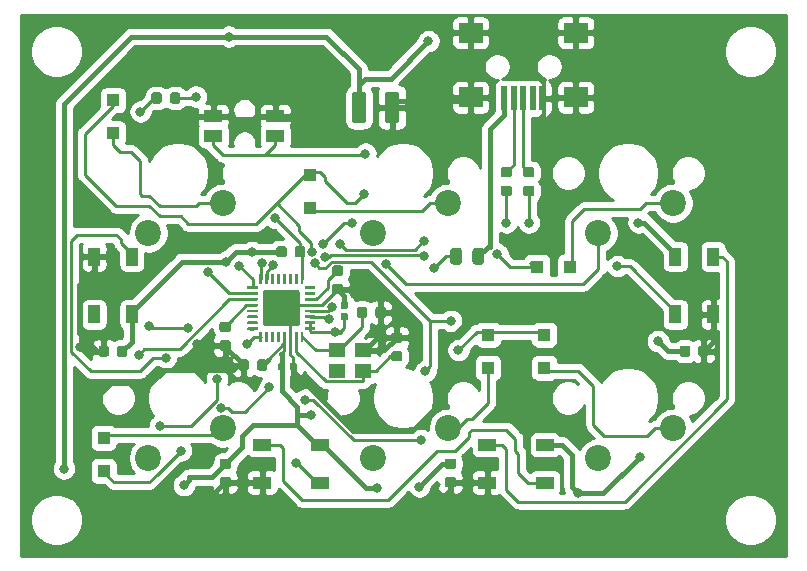
<source format=gbl>
G04 #@! TF.GenerationSoftware,KiCad,Pcbnew,5.1.2-f72e74a~84~ubuntu18.04.1*
G04 #@! TF.CreationDate,2019-07-07T22:09:53+01:00*
G04 #@! TF.ProjectId,macro-kb,6d616372-6f2d-46b6-922e-6b696361645f,rev?*
G04 #@! TF.SameCoordinates,Original*
G04 #@! TF.FileFunction,Copper,L2,Bot*
G04 #@! TF.FilePolarity,Positive*
%FSLAX46Y46*%
G04 Gerber Fmt 4.6, Leading zero omitted, Abs format (unit mm)*
G04 Created by KiCad (PCBNEW 5.1.2-f72e74a~84~ubuntu18.04.1) date 2019-07-07 22:09:53*
%MOMM*%
%LPD*%
G04 APERTURE LIST*
%ADD10C,2.200000*%
%ADD11C,0.100000*%
%ADD12C,0.875000*%
%ADD13C,0.590000*%
%ADD14C,0.975000*%
%ADD15C,0.250000*%
%ADD16C,3.100000*%
%ADD17R,2.000000X1.700000*%
%ADD18R,0.500000X2.000000*%
%ADD19R,1.400000X1.200000*%
%ADD20R,1.550000X1.000000*%
%ADD21C,1.250000*%
%ADD22R,1.000000X1.500000*%
%ADD23R,1.500000X1.000000*%
%ADD24R,1.100000X1.100000*%
%ADD25C,0.800000*%
%ADD26C,0.250000*%
%ADD27C,0.400000*%
%ADD28C,0.254000*%
G04 APERTURE END LIST*
D10*
X137795000Y-92741750D03*
X131445000Y-95281750D03*
D11*
G36*
X128706441Y-98020303D02*
G01*
X128727676Y-98023453D01*
X128748500Y-98028669D01*
X128768712Y-98035901D01*
X128788118Y-98045080D01*
X128806531Y-98056116D01*
X128823774Y-98068904D01*
X128839680Y-98083320D01*
X128854096Y-98099226D01*
X128866884Y-98116469D01*
X128877920Y-98134882D01*
X128887099Y-98154288D01*
X128894331Y-98174500D01*
X128899547Y-98195324D01*
X128902697Y-98216559D01*
X128903750Y-98238000D01*
X128903750Y-98675500D01*
X128902697Y-98696941D01*
X128899547Y-98718176D01*
X128894331Y-98739000D01*
X128887099Y-98759212D01*
X128877920Y-98778618D01*
X128866884Y-98797031D01*
X128854096Y-98814274D01*
X128839680Y-98830180D01*
X128823774Y-98844596D01*
X128806531Y-98857384D01*
X128788118Y-98868420D01*
X128768712Y-98877599D01*
X128748500Y-98884831D01*
X128727676Y-98890047D01*
X128706441Y-98893197D01*
X128685000Y-98894250D01*
X128172500Y-98894250D01*
X128151059Y-98893197D01*
X128129824Y-98890047D01*
X128109000Y-98884831D01*
X128088788Y-98877599D01*
X128069382Y-98868420D01*
X128050969Y-98857384D01*
X128033726Y-98844596D01*
X128017820Y-98830180D01*
X128003404Y-98814274D01*
X127990616Y-98797031D01*
X127979580Y-98778618D01*
X127970401Y-98759212D01*
X127963169Y-98739000D01*
X127957953Y-98718176D01*
X127954803Y-98696941D01*
X127953750Y-98675500D01*
X127953750Y-98238000D01*
X127954803Y-98216559D01*
X127957953Y-98195324D01*
X127963169Y-98174500D01*
X127970401Y-98154288D01*
X127979580Y-98134882D01*
X127990616Y-98116469D01*
X128003404Y-98099226D01*
X128017820Y-98083320D01*
X128033726Y-98068904D01*
X128050969Y-98056116D01*
X128069382Y-98045080D01*
X128088788Y-98035901D01*
X128109000Y-98028669D01*
X128129824Y-98023453D01*
X128151059Y-98020303D01*
X128172500Y-98019250D01*
X128685000Y-98019250D01*
X128706441Y-98020303D01*
X128706441Y-98020303D01*
G37*
D12*
X128428750Y-98456750D03*
D11*
G36*
X128706441Y-99595303D02*
G01*
X128727676Y-99598453D01*
X128748500Y-99603669D01*
X128768712Y-99610901D01*
X128788118Y-99620080D01*
X128806531Y-99631116D01*
X128823774Y-99643904D01*
X128839680Y-99658320D01*
X128854096Y-99674226D01*
X128866884Y-99691469D01*
X128877920Y-99709882D01*
X128887099Y-99729288D01*
X128894331Y-99749500D01*
X128899547Y-99770324D01*
X128902697Y-99791559D01*
X128903750Y-99813000D01*
X128903750Y-100250500D01*
X128902697Y-100271941D01*
X128899547Y-100293176D01*
X128894331Y-100314000D01*
X128887099Y-100334212D01*
X128877920Y-100353618D01*
X128866884Y-100372031D01*
X128854096Y-100389274D01*
X128839680Y-100405180D01*
X128823774Y-100419596D01*
X128806531Y-100432384D01*
X128788118Y-100443420D01*
X128768712Y-100452599D01*
X128748500Y-100459831D01*
X128727676Y-100465047D01*
X128706441Y-100468197D01*
X128685000Y-100469250D01*
X128172500Y-100469250D01*
X128151059Y-100468197D01*
X128129824Y-100465047D01*
X128109000Y-100459831D01*
X128088788Y-100452599D01*
X128069382Y-100443420D01*
X128050969Y-100432384D01*
X128033726Y-100419596D01*
X128017820Y-100405180D01*
X128003404Y-100389274D01*
X127990616Y-100372031D01*
X127979580Y-100353618D01*
X127970401Y-100334212D01*
X127963169Y-100314000D01*
X127957953Y-100293176D01*
X127954803Y-100271941D01*
X127953750Y-100250500D01*
X127953750Y-99813000D01*
X127954803Y-99791559D01*
X127957953Y-99770324D01*
X127963169Y-99749500D01*
X127970401Y-99729288D01*
X127979580Y-99709882D01*
X127990616Y-99691469D01*
X128003404Y-99674226D01*
X128017820Y-99658320D01*
X128033726Y-99643904D01*
X128050969Y-99631116D01*
X128069382Y-99620080D01*
X128088788Y-99610901D01*
X128109000Y-99603669D01*
X128129824Y-99598453D01*
X128151059Y-99595303D01*
X128172500Y-99594250D01*
X128685000Y-99594250D01*
X128706441Y-99595303D01*
X128706441Y-99595303D01*
G37*
D12*
X128428750Y-100031750D03*
D11*
G36*
X129187208Y-102076460D02*
G01*
X129201526Y-102078584D01*
X129215567Y-102082101D01*
X129229196Y-102086978D01*
X129242281Y-102093167D01*
X129254697Y-102100608D01*
X129266323Y-102109231D01*
X129277048Y-102118952D01*
X129286769Y-102129677D01*
X129295392Y-102141303D01*
X129302833Y-102153719D01*
X129309022Y-102166804D01*
X129313899Y-102180433D01*
X129317416Y-102194474D01*
X129319540Y-102208792D01*
X129320250Y-102223250D01*
X129320250Y-102518250D01*
X129319540Y-102532708D01*
X129317416Y-102547026D01*
X129313899Y-102561067D01*
X129309022Y-102574696D01*
X129302833Y-102587781D01*
X129295392Y-102600197D01*
X129286769Y-102611823D01*
X129277048Y-102622548D01*
X129266323Y-102632269D01*
X129254697Y-102640892D01*
X129242281Y-102648333D01*
X129229196Y-102654522D01*
X129215567Y-102659399D01*
X129201526Y-102662916D01*
X129187208Y-102665040D01*
X129172750Y-102665750D01*
X128827750Y-102665750D01*
X128813292Y-102665040D01*
X128798974Y-102662916D01*
X128784933Y-102659399D01*
X128771304Y-102654522D01*
X128758219Y-102648333D01*
X128745803Y-102640892D01*
X128734177Y-102632269D01*
X128723452Y-102622548D01*
X128713731Y-102611823D01*
X128705108Y-102600197D01*
X128697667Y-102587781D01*
X128691478Y-102574696D01*
X128686601Y-102561067D01*
X128683084Y-102547026D01*
X128680960Y-102532708D01*
X128680250Y-102518250D01*
X128680250Y-102223250D01*
X128680960Y-102208792D01*
X128683084Y-102194474D01*
X128686601Y-102180433D01*
X128691478Y-102166804D01*
X128697667Y-102153719D01*
X128705108Y-102141303D01*
X128713731Y-102129677D01*
X128723452Y-102118952D01*
X128734177Y-102109231D01*
X128745803Y-102100608D01*
X128758219Y-102093167D01*
X128771304Y-102086978D01*
X128784933Y-102082101D01*
X128798974Y-102078584D01*
X128813292Y-102076460D01*
X128827750Y-102075750D01*
X129172750Y-102075750D01*
X129187208Y-102076460D01*
X129187208Y-102076460D01*
G37*
D13*
X129000250Y-102370750D03*
D11*
G36*
X129187208Y-101106460D02*
G01*
X129201526Y-101108584D01*
X129215567Y-101112101D01*
X129229196Y-101116978D01*
X129242281Y-101123167D01*
X129254697Y-101130608D01*
X129266323Y-101139231D01*
X129277048Y-101148952D01*
X129286769Y-101159677D01*
X129295392Y-101171303D01*
X129302833Y-101183719D01*
X129309022Y-101196804D01*
X129313899Y-101210433D01*
X129317416Y-101224474D01*
X129319540Y-101238792D01*
X129320250Y-101253250D01*
X129320250Y-101548250D01*
X129319540Y-101562708D01*
X129317416Y-101577026D01*
X129313899Y-101591067D01*
X129309022Y-101604696D01*
X129302833Y-101617781D01*
X129295392Y-101630197D01*
X129286769Y-101641823D01*
X129277048Y-101652548D01*
X129266323Y-101662269D01*
X129254697Y-101670892D01*
X129242281Y-101678333D01*
X129229196Y-101684522D01*
X129215567Y-101689399D01*
X129201526Y-101692916D01*
X129187208Y-101695040D01*
X129172750Y-101695750D01*
X128827750Y-101695750D01*
X128813292Y-101695040D01*
X128798974Y-101692916D01*
X128784933Y-101689399D01*
X128771304Y-101684522D01*
X128758219Y-101678333D01*
X128745803Y-101670892D01*
X128734177Y-101662269D01*
X128723452Y-101652548D01*
X128713731Y-101641823D01*
X128705108Y-101630197D01*
X128697667Y-101617781D01*
X128691478Y-101604696D01*
X128686601Y-101591067D01*
X128683084Y-101577026D01*
X128680960Y-101562708D01*
X128680250Y-101548250D01*
X128680250Y-101253250D01*
X128680960Y-101238792D01*
X128683084Y-101224474D01*
X128686601Y-101210433D01*
X128691478Y-101196804D01*
X128697667Y-101183719D01*
X128705108Y-101171303D01*
X128713731Y-101159677D01*
X128723452Y-101148952D01*
X128734177Y-101139231D01*
X128745803Y-101130608D01*
X128758219Y-101123167D01*
X128771304Y-101116978D01*
X128784933Y-101112101D01*
X128798974Y-101108584D01*
X128813292Y-101106460D01*
X128827750Y-101105750D01*
X129172750Y-101105750D01*
X129187208Y-101106460D01*
X129187208Y-101106460D01*
G37*
D13*
X129000250Y-101400750D03*
D11*
G36*
X124821208Y-106265460D02*
G01*
X124835526Y-106267584D01*
X124849567Y-106271101D01*
X124863196Y-106275978D01*
X124876281Y-106282167D01*
X124888697Y-106289608D01*
X124900323Y-106298231D01*
X124911048Y-106307952D01*
X124920769Y-106318677D01*
X124929392Y-106330303D01*
X124936833Y-106342719D01*
X124943022Y-106355804D01*
X124947899Y-106369433D01*
X124951416Y-106383474D01*
X124953540Y-106397792D01*
X124954250Y-106412250D01*
X124954250Y-106757250D01*
X124953540Y-106771708D01*
X124951416Y-106786026D01*
X124947899Y-106800067D01*
X124943022Y-106813696D01*
X124936833Y-106826781D01*
X124929392Y-106839197D01*
X124920769Y-106850823D01*
X124911048Y-106861548D01*
X124900323Y-106871269D01*
X124888697Y-106879892D01*
X124876281Y-106887333D01*
X124863196Y-106893522D01*
X124849567Y-106898399D01*
X124835526Y-106901916D01*
X124821208Y-106904040D01*
X124806750Y-106904750D01*
X124511750Y-106904750D01*
X124497292Y-106904040D01*
X124482974Y-106901916D01*
X124468933Y-106898399D01*
X124455304Y-106893522D01*
X124442219Y-106887333D01*
X124429803Y-106879892D01*
X124418177Y-106871269D01*
X124407452Y-106861548D01*
X124397731Y-106850823D01*
X124389108Y-106839197D01*
X124381667Y-106826781D01*
X124375478Y-106813696D01*
X124370601Y-106800067D01*
X124367084Y-106786026D01*
X124364960Y-106771708D01*
X124364250Y-106757250D01*
X124364250Y-106412250D01*
X124364960Y-106397792D01*
X124367084Y-106383474D01*
X124370601Y-106369433D01*
X124375478Y-106355804D01*
X124381667Y-106342719D01*
X124389108Y-106330303D01*
X124397731Y-106318677D01*
X124407452Y-106307952D01*
X124418177Y-106298231D01*
X124429803Y-106289608D01*
X124442219Y-106282167D01*
X124455304Y-106275978D01*
X124468933Y-106271101D01*
X124482974Y-106267584D01*
X124497292Y-106265460D01*
X124511750Y-106264750D01*
X124806750Y-106264750D01*
X124821208Y-106265460D01*
X124821208Y-106265460D01*
G37*
D13*
X124659250Y-106584750D03*
D11*
G36*
X123851208Y-106265460D02*
G01*
X123865526Y-106267584D01*
X123879567Y-106271101D01*
X123893196Y-106275978D01*
X123906281Y-106282167D01*
X123918697Y-106289608D01*
X123930323Y-106298231D01*
X123941048Y-106307952D01*
X123950769Y-106318677D01*
X123959392Y-106330303D01*
X123966833Y-106342719D01*
X123973022Y-106355804D01*
X123977899Y-106369433D01*
X123981416Y-106383474D01*
X123983540Y-106397792D01*
X123984250Y-106412250D01*
X123984250Y-106757250D01*
X123983540Y-106771708D01*
X123981416Y-106786026D01*
X123977899Y-106800067D01*
X123973022Y-106813696D01*
X123966833Y-106826781D01*
X123959392Y-106839197D01*
X123950769Y-106850823D01*
X123941048Y-106861548D01*
X123930323Y-106871269D01*
X123918697Y-106879892D01*
X123906281Y-106887333D01*
X123893196Y-106893522D01*
X123879567Y-106898399D01*
X123865526Y-106901916D01*
X123851208Y-106904040D01*
X123836750Y-106904750D01*
X123541750Y-106904750D01*
X123527292Y-106904040D01*
X123512974Y-106901916D01*
X123498933Y-106898399D01*
X123485304Y-106893522D01*
X123472219Y-106887333D01*
X123459803Y-106879892D01*
X123448177Y-106871269D01*
X123437452Y-106861548D01*
X123427731Y-106850823D01*
X123419108Y-106839197D01*
X123411667Y-106826781D01*
X123405478Y-106813696D01*
X123400601Y-106800067D01*
X123397084Y-106786026D01*
X123394960Y-106771708D01*
X123394250Y-106757250D01*
X123394250Y-106412250D01*
X123394960Y-106397792D01*
X123397084Y-106383474D01*
X123400601Y-106369433D01*
X123405478Y-106355804D01*
X123411667Y-106342719D01*
X123419108Y-106330303D01*
X123427731Y-106318677D01*
X123437452Y-106307952D01*
X123448177Y-106298231D01*
X123459803Y-106289608D01*
X123472219Y-106282167D01*
X123485304Y-106275978D01*
X123498933Y-106271101D01*
X123512974Y-106267584D01*
X123527292Y-106265460D01*
X123541750Y-106264750D01*
X123836750Y-106264750D01*
X123851208Y-106265460D01*
X123851208Y-106265460D01*
G37*
D13*
X123689250Y-106584750D03*
D11*
G36*
X120705941Y-105983803D02*
G01*
X120727176Y-105986953D01*
X120748000Y-105992169D01*
X120768212Y-105999401D01*
X120787618Y-106008580D01*
X120806031Y-106019616D01*
X120823274Y-106032404D01*
X120839180Y-106046820D01*
X120853596Y-106062726D01*
X120866384Y-106079969D01*
X120877420Y-106098382D01*
X120886599Y-106117788D01*
X120893831Y-106138000D01*
X120899047Y-106158824D01*
X120902197Y-106180059D01*
X120903250Y-106201500D01*
X120903250Y-106714000D01*
X120902197Y-106735441D01*
X120899047Y-106756676D01*
X120893831Y-106777500D01*
X120886599Y-106797712D01*
X120877420Y-106817118D01*
X120866384Y-106835531D01*
X120853596Y-106852774D01*
X120839180Y-106868680D01*
X120823274Y-106883096D01*
X120806031Y-106895884D01*
X120787618Y-106906920D01*
X120768212Y-106916099D01*
X120748000Y-106923331D01*
X120727176Y-106928547D01*
X120705941Y-106931697D01*
X120684500Y-106932750D01*
X120247000Y-106932750D01*
X120225559Y-106931697D01*
X120204324Y-106928547D01*
X120183500Y-106923331D01*
X120163288Y-106916099D01*
X120143882Y-106906920D01*
X120125469Y-106895884D01*
X120108226Y-106883096D01*
X120092320Y-106868680D01*
X120077904Y-106852774D01*
X120065116Y-106835531D01*
X120054080Y-106817118D01*
X120044901Y-106797712D01*
X120037669Y-106777500D01*
X120032453Y-106756676D01*
X120029303Y-106735441D01*
X120028250Y-106714000D01*
X120028250Y-106201500D01*
X120029303Y-106180059D01*
X120032453Y-106158824D01*
X120037669Y-106138000D01*
X120044901Y-106117788D01*
X120054080Y-106098382D01*
X120065116Y-106079969D01*
X120077904Y-106062726D01*
X120092320Y-106046820D01*
X120108226Y-106032404D01*
X120125469Y-106019616D01*
X120143882Y-106008580D01*
X120163288Y-105999401D01*
X120183500Y-105992169D01*
X120204324Y-105986953D01*
X120225559Y-105983803D01*
X120247000Y-105982750D01*
X120684500Y-105982750D01*
X120705941Y-105983803D01*
X120705941Y-105983803D01*
G37*
D12*
X120465750Y-106457750D03*
D11*
G36*
X122280941Y-105983803D02*
G01*
X122302176Y-105986953D01*
X122323000Y-105992169D01*
X122343212Y-105999401D01*
X122362618Y-106008580D01*
X122381031Y-106019616D01*
X122398274Y-106032404D01*
X122414180Y-106046820D01*
X122428596Y-106062726D01*
X122441384Y-106079969D01*
X122452420Y-106098382D01*
X122461599Y-106117788D01*
X122468831Y-106138000D01*
X122474047Y-106158824D01*
X122477197Y-106180059D01*
X122478250Y-106201500D01*
X122478250Y-106714000D01*
X122477197Y-106735441D01*
X122474047Y-106756676D01*
X122468831Y-106777500D01*
X122461599Y-106797712D01*
X122452420Y-106817118D01*
X122441384Y-106835531D01*
X122428596Y-106852774D01*
X122414180Y-106868680D01*
X122398274Y-106883096D01*
X122381031Y-106895884D01*
X122362618Y-106906920D01*
X122343212Y-106916099D01*
X122323000Y-106923331D01*
X122302176Y-106928547D01*
X122280941Y-106931697D01*
X122259500Y-106932750D01*
X121822000Y-106932750D01*
X121800559Y-106931697D01*
X121779324Y-106928547D01*
X121758500Y-106923331D01*
X121738288Y-106916099D01*
X121718882Y-106906920D01*
X121700469Y-106895884D01*
X121683226Y-106883096D01*
X121667320Y-106868680D01*
X121652904Y-106852774D01*
X121640116Y-106835531D01*
X121629080Y-106817118D01*
X121619901Y-106797712D01*
X121612669Y-106777500D01*
X121607453Y-106756676D01*
X121604303Y-106735441D01*
X121603250Y-106714000D01*
X121603250Y-106201500D01*
X121604303Y-106180059D01*
X121607453Y-106158824D01*
X121612669Y-106138000D01*
X121619901Y-106117788D01*
X121629080Y-106098382D01*
X121640116Y-106079969D01*
X121652904Y-106062726D01*
X121667320Y-106046820D01*
X121683226Y-106032404D01*
X121700469Y-106019616D01*
X121718882Y-106008580D01*
X121738288Y-105999401D01*
X121758500Y-105992169D01*
X121779324Y-105986953D01*
X121800559Y-105983803D01*
X121822000Y-105982750D01*
X122259500Y-105982750D01*
X122280941Y-105983803D01*
X122280941Y-105983803D01*
G37*
D12*
X122040750Y-106457750D03*
D11*
G36*
X140602642Y-96551424D02*
G01*
X140626303Y-96554934D01*
X140649507Y-96560746D01*
X140672029Y-96568804D01*
X140693653Y-96579032D01*
X140714170Y-96591329D01*
X140733383Y-96605579D01*
X140751107Y-96621643D01*
X140767171Y-96639367D01*
X140781421Y-96658580D01*
X140793718Y-96679097D01*
X140803946Y-96700721D01*
X140812004Y-96723243D01*
X140817816Y-96746447D01*
X140821326Y-96770108D01*
X140822500Y-96794000D01*
X140822500Y-97706500D01*
X140821326Y-97730392D01*
X140817816Y-97754053D01*
X140812004Y-97777257D01*
X140803946Y-97799779D01*
X140793718Y-97821403D01*
X140781421Y-97841920D01*
X140767171Y-97861133D01*
X140751107Y-97878857D01*
X140733383Y-97894921D01*
X140714170Y-97909171D01*
X140693653Y-97921468D01*
X140672029Y-97931696D01*
X140649507Y-97939754D01*
X140626303Y-97945566D01*
X140602642Y-97949076D01*
X140578750Y-97950250D01*
X140091250Y-97950250D01*
X140067358Y-97949076D01*
X140043697Y-97945566D01*
X140020493Y-97939754D01*
X139997971Y-97931696D01*
X139976347Y-97921468D01*
X139955830Y-97909171D01*
X139936617Y-97894921D01*
X139918893Y-97878857D01*
X139902829Y-97861133D01*
X139888579Y-97841920D01*
X139876282Y-97821403D01*
X139866054Y-97799779D01*
X139857996Y-97777257D01*
X139852184Y-97754053D01*
X139848674Y-97730392D01*
X139847500Y-97706500D01*
X139847500Y-96794000D01*
X139848674Y-96770108D01*
X139852184Y-96746447D01*
X139857996Y-96723243D01*
X139866054Y-96700721D01*
X139876282Y-96679097D01*
X139888579Y-96658580D01*
X139902829Y-96639367D01*
X139918893Y-96621643D01*
X139936617Y-96605579D01*
X139955830Y-96591329D01*
X139976347Y-96579032D01*
X139997971Y-96568804D01*
X140020493Y-96560746D01*
X140043697Y-96554934D01*
X140067358Y-96551424D01*
X140091250Y-96550250D01*
X140578750Y-96550250D01*
X140602642Y-96551424D01*
X140602642Y-96551424D01*
G37*
D14*
X140335000Y-97250250D03*
D11*
G36*
X138727642Y-96551424D02*
G01*
X138751303Y-96554934D01*
X138774507Y-96560746D01*
X138797029Y-96568804D01*
X138818653Y-96579032D01*
X138839170Y-96591329D01*
X138858383Y-96605579D01*
X138876107Y-96621643D01*
X138892171Y-96639367D01*
X138906421Y-96658580D01*
X138918718Y-96679097D01*
X138928946Y-96700721D01*
X138937004Y-96723243D01*
X138942816Y-96746447D01*
X138946326Y-96770108D01*
X138947500Y-96794000D01*
X138947500Y-97706500D01*
X138946326Y-97730392D01*
X138942816Y-97754053D01*
X138937004Y-97777257D01*
X138928946Y-97799779D01*
X138918718Y-97821403D01*
X138906421Y-97841920D01*
X138892171Y-97861133D01*
X138876107Y-97878857D01*
X138858383Y-97894921D01*
X138839170Y-97909171D01*
X138818653Y-97921468D01*
X138797029Y-97931696D01*
X138774507Y-97939754D01*
X138751303Y-97945566D01*
X138727642Y-97949076D01*
X138703750Y-97950250D01*
X138216250Y-97950250D01*
X138192358Y-97949076D01*
X138168697Y-97945566D01*
X138145493Y-97939754D01*
X138122971Y-97931696D01*
X138101347Y-97921468D01*
X138080830Y-97909171D01*
X138061617Y-97894921D01*
X138043893Y-97878857D01*
X138027829Y-97861133D01*
X138013579Y-97841920D01*
X138001282Y-97821403D01*
X137991054Y-97799779D01*
X137982996Y-97777257D01*
X137977184Y-97754053D01*
X137973674Y-97730392D01*
X137972500Y-97706500D01*
X137972500Y-96794000D01*
X137973674Y-96770108D01*
X137977184Y-96746447D01*
X137982996Y-96723243D01*
X137991054Y-96700721D01*
X138001282Y-96679097D01*
X138013579Y-96658580D01*
X138027829Y-96639367D01*
X138043893Y-96621643D01*
X138061617Y-96605579D01*
X138080830Y-96591329D01*
X138101347Y-96579032D01*
X138122971Y-96568804D01*
X138145493Y-96560746D01*
X138168697Y-96554934D01*
X138192358Y-96551424D01*
X138216250Y-96550250D01*
X138703750Y-96550250D01*
X138727642Y-96551424D01*
X138727642Y-96551424D01*
G37*
D14*
X138460000Y-97250250D03*
D11*
G36*
X125487691Y-96395303D02*
G01*
X125508926Y-96398453D01*
X125529750Y-96403669D01*
X125549962Y-96410901D01*
X125569368Y-96420080D01*
X125587781Y-96431116D01*
X125605024Y-96443904D01*
X125620930Y-96458320D01*
X125635346Y-96474226D01*
X125648134Y-96491469D01*
X125659170Y-96509882D01*
X125668349Y-96529288D01*
X125675581Y-96549500D01*
X125680797Y-96570324D01*
X125683947Y-96591559D01*
X125685000Y-96613000D01*
X125685000Y-97125500D01*
X125683947Y-97146941D01*
X125680797Y-97168176D01*
X125675581Y-97189000D01*
X125668349Y-97209212D01*
X125659170Y-97228618D01*
X125648134Y-97247031D01*
X125635346Y-97264274D01*
X125620930Y-97280180D01*
X125605024Y-97294596D01*
X125587781Y-97307384D01*
X125569368Y-97318420D01*
X125549962Y-97327599D01*
X125529750Y-97334831D01*
X125508926Y-97340047D01*
X125487691Y-97343197D01*
X125466250Y-97344250D01*
X125028750Y-97344250D01*
X125007309Y-97343197D01*
X124986074Y-97340047D01*
X124965250Y-97334831D01*
X124945038Y-97327599D01*
X124925632Y-97318420D01*
X124907219Y-97307384D01*
X124889976Y-97294596D01*
X124874070Y-97280180D01*
X124859654Y-97264274D01*
X124846866Y-97247031D01*
X124835830Y-97228618D01*
X124826651Y-97209212D01*
X124819419Y-97189000D01*
X124814203Y-97168176D01*
X124811053Y-97146941D01*
X124810000Y-97125500D01*
X124810000Y-96613000D01*
X124811053Y-96591559D01*
X124814203Y-96570324D01*
X124819419Y-96549500D01*
X124826651Y-96529288D01*
X124835830Y-96509882D01*
X124846866Y-96491469D01*
X124859654Y-96474226D01*
X124874070Y-96458320D01*
X124889976Y-96443904D01*
X124907219Y-96431116D01*
X124925632Y-96420080D01*
X124945038Y-96410901D01*
X124965250Y-96403669D01*
X124986074Y-96398453D01*
X125007309Y-96395303D01*
X125028750Y-96394250D01*
X125466250Y-96394250D01*
X125487691Y-96395303D01*
X125487691Y-96395303D01*
G37*
D12*
X125247500Y-96869250D03*
D11*
G36*
X123912691Y-96395303D02*
G01*
X123933926Y-96398453D01*
X123954750Y-96403669D01*
X123974962Y-96410901D01*
X123994368Y-96420080D01*
X124012781Y-96431116D01*
X124030024Y-96443904D01*
X124045930Y-96458320D01*
X124060346Y-96474226D01*
X124073134Y-96491469D01*
X124084170Y-96509882D01*
X124093349Y-96529288D01*
X124100581Y-96549500D01*
X124105797Y-96570324D01*
X124108947Y-96591559D01*
X124110000Y-96613000D01*
X124110000Y-97125500D01*
X124108947Y-97146941D01*
X124105797Y-97168176D01*
X124100581Y-97189000D01*
X124093349Y-97209212D01*
X124084170Y-97228618D01*
X124073134Y-97247031D01*
X124060346Y-97264274D01*
X124045930Y-97280180D01*
X124030024Y-97294596D01*
X124012781Y-97307384D01*
X123994368Y-97318420D01*
X123974962Y-97327599D01*
X123954750Y-97334831D01*
X123933926Y-97340047D01*
X123912691Y-97343197D01*
X123891250Y-97344250D01*
X123453750Y-97344250D01*
X123432309Y-97343197D01*
X123411074Y-97340047D01*
X123390250Y-97334831D01*
X123370038Y-97327599D01*
X123350632Y-97318420D01*
X123332219Y-97307384D01*
X123314976Y-97294596D01*
X123299070Y-97280180D01*
X123284654Y-97264274D01*
X123271866Y-97247031D01*
X123260830Y-97228618D01*
X123251651Y-97209212D01*
X123244419Y-97189000D01*
X123239203Y-97168176D01*
X123236053Y-97146941D01*
X123235000Y-97125500D01*
X123235000Y-96613000D01*
X123236053Y-96591559D01*
X123239203Y-96570324D01*
X123244419Y-96549500D01*
X123251651Y-96529288D01*
X123260830Y-96509882D01*
X123271866Y-96491469D01*
X123284654Y-96474226D01*
X123299070Y-96458320D01*
X123314976Y-96443904D01*
X123332219Y-96431116D01*
X123350632Y-96420080D01*
X123370038Y-96410901D01*
X123390250Y-96403669D01*
X123411074Y-96398453D01*
X123432309Y-96395303D01*
X123453750Y-96394250D01*
X123891250Y-96394250D01*
X123912691Y-96395303D01*
X123912691Y-96395303D01*
G37*
D12*
X123672500Y-96869250D03*
D11*
G36*
X144898941Y-89701803D02*
G01*
X144920176Y-89704953D01*
X144941000Y-89710169D01*
X144961212Y-89717401D01*
X144980618Y-89726580D01*
X144999031Y-89737616D01*
X145016274Y-89750404D01*
X145032180Y-89764820D01*
X145046596Y-89780726D01*
X145059384Y-89797969D01*
X145070420Y-89816382D01*
X145079599Y-89835788D01*
X145086831Y-89856000D01*
X145092047Y-89876824D01*
X145095197Y-89898059D01*
X145096250Y-89919500D01*
X145096250Y-90357000D01*
X145095197Y-90378441D01*
X145092047Y-90399676D01*
X145086831Y-90420500D01*
X145079599Y-90440712D01*
X145070420Y-90460118D01*
X145059384Y-90478531D01*
X145046596Y-90495774D01*
X145032180Y-90511680D01*
X145016274Y-90526096D01*
X144999031Y-90538884D01*
X144980618Y-90549920D01*
X144961212Y-90559099D01*
X144941000Y-90566331D01*
X144920176Y-90571547D01*
X144898941Y-90574697D01*
X144877500Y-90575750D01*
X144365000Y-90575750D01*
X144343559Y-90574697D01*
X144322324Y-90571547D01*
X144301500Y-90566331D01*
X144281288Y-90559099D01*
X144261882Y-90549920D01*
X144243469Y-90538884D01*
X144226226Y-90526096D01*
X144210320Y-90511680D01*
X144195904Y-90495774D01*
X144183116Y-90478531D01*
X144172080Y-90460118D01*
X144162901Y-90440712D01*
X144155669Y-90420500D01*
X144150453Y-90399676D01*
X144147303Y-90378441D01*
X144146250Y-90357000D01*
X144146250Y-89919500D01*
X144147303Y-89898059D01*
X144150453Y-89876824D01*
X144155669Y-89856000D01*
X144162901Y-89835788D01*
X144172080Y-89816382D01*
X144183116Y-89797969D01*
X144195904Y-89780726D01*
X144210320Y-89764820D01*
X144226226Y-89750404D01*
X144243469Y-89737616D01*
X144261882Y-89726580D01*
X144281288Y-89717401D01*
X144301500Y-89710169D01*
X144322324Y-89704953D01*
X144343559Y-89701803D01*
X144365000Y-89700750D01*
X144877500Y-89700750D01*
X144898941Y-89701803D01*
X144898941Y-89701803D01*
G37*
D12*
X144621250Y-90138250D03*
D11*
G36*
X144898941Y-91276803D02*
G01*
X144920176Y-91279953D01*
X144941000Y-91285169D01*
X144961212Y-91292401D01*
X144980618Y-91301580D01*
X144999031Y-91312616D01*
X145016274Y-91325404D01*
X145032180Y-91339820D01*
X145046596Y-91355726D01*
X145059384Y-91372969D01*
X145070420Y-91391382D01*
X145079599Y-91410788D01*
X145086831Y-91431000D01*
X145092047Y-91451824D01*
X145095197Y-91473059D01*
X145096250Y-91494500D01*
X145096250Y-91932000D01*
X145095197Y-91953441D01*
X145092047Y-91974676D01*
X145086831Y-91995500D01*
X145079599Y-92015712D01*
X145070420Y-92035118D01*
X145059384Y-92053531D01*
X145046596Y-92070774D01*
X145032180Y-92086680D01*
X145016274Y-92101096D01*
X144999031Y-92113884D01*
X144980618Y-92124920D01*
X144961212Y-92134099D01*
X144941000Y-92141331D01*
X144920176Y-92146547D01*
X144898941Y-92149697D01*
X144877500Y-92150750D01*
X144365000Y-92150750D01*
X144343559Y-92149697D01*
X144322324Y-92146547D01*
X144301500Y-92141331D01*
X144281288Y-92134099D01*
X144261882Y-92124920D01*
X144243469Y-92113884D01*
X144226226Y-92101096D01*
X144210320Y-92086680D01*
X144195904Y-92070774D01*
X144183116Y-92053531D01*
X144172080Y-92035118D01*
X144162901Y-92015712D01*
X144155669Y-91995500D01*
X144150453Y-91974676D01*
X144147303Y-91953441D01*
X144146250Y-91932000D01*
X144146250Y-91494500D01*
X144147303Y-91473059D01*
X144150453Y-91451824D01*
X144155669Y-91431000D01*
X144162901Y-91410788D01*
X144172080Y-91391382D01*
X144183116Y-91372969D01*
X144195904Y-91355726D01*
X144210320Y-91339820D01*
X144226226Y-91325404D01*
X144243469Y-91312616D01*
X144261882Y-91301580D01*
X144281288Y-91292401D01*
X144301500Y-91285169D01*
X144322324Y-91279953D01*
X144343559Y-91276803D01*
X144365000Y-91275750D01*
X144877500Y-91275750D01*
X144898941Y-91276803D01*
X144898941Y-91276803D01*
G37*
D12*
X144621250Y-91713250D03*
D11*
G36*
X142993941Y-91276803D02*
G01*
X143015176Y-91279953D01*
X143036000Y-91285169D01*
X143056212Y-91292401D01*
X143075618Y-91301580D01*
X143094031Y-91312616D01*
X143111274Y-91325404D01*
X143127180Y-91339820D01*
X143141596Y-91355726D01*
X143154384Y-91372969D01*
X143165420Y-91391382D01*
X143174599Y-91410788D01*
X143181831Y-91431000D01*
X143187047Y-91451824D01*
X143190197Y-91473059D01*
X143191250Y-91494500D01*
X143191250Y-91932000D01*
X143190197Y-91953441D01*
X143187047Y-91974676D01*
X143181831Y-91995500D01*
X143174599Y-92015712D01*
X143165420Y-92035118D01*
X143154384Y-92053531D01*
X143141596Y-92070774D01*
X143127180Y-92086680D01*
X143111274Y-92101096D01*
X143094031Y-92113884D01*
X143075618Y-92124920D01*
X143056212Y-92134099D01*
X143036000Y-92141331D01*
X143015176Y-92146547D01*
X142993941Y-92149697D01*
X142972500Y-92150750D01*
X142460000Y-92150750D01*
X142438559Y-92149697D01*
X142417324Y-92146547D01*
X142396500Y-92141331D01*
X142376288Y-92134099D01*
X142356882Y-92124920D01*
X142338469Y-92113884D01*
X142321226Y-92101096D01*
X142305320Y-92086680D01*
X142290904Y-92070774D01*
X142278116Y-92053531D01*
X142267080Y-92035118D01*
X142257901Y-92015712D01*
X142250669Y-91995500D01*
X142245453Y-91974676D01*
X142242303Y-91953441D01*
X142241250Y-91932000D01*
X142241250Y-91494500D01*
X142242303Y-91473059D01*
X142245453Y-91451824D01*
X142250669Y-91431000D01*
X142257901Y-91410788D01*
X142267080Y-91391382D01*
X142278116Y-91372969D01*
X142290904Y-91355726D01*
X142305320Y-91339820D01*
X142321226Y-91325404D01*
X142338469Y-91312616D01*
X142356882Y-91301580D01*
X142376288Y-91292401D01*
X142396500Y-91285169D01*
X142417324Y-91279953D01*
X142438559Y-91276803D01*
X142460000Y-91275750D01*
X142972500Y-91275750D01*
X142993941Y-91276803D01*
X142993941Y-91276803D01*
G37*
D12*
X142716250Y-91713250D03*
D11*
G36*
X142993941Y-89701803D02*
G01*
X143015176Y-89704953D01*
X143036000Y-89710169D01*
X143056212Y-89717401D01*
X143075618Y-89726580D01*
X143094031Y-89737616D01*
X143111274Y-89750404D01*
X143127180Y-89764820D01*
X143141596Y-89780726D01*
X143154384Y-89797969D01*
X143165420Y-89816382D01*
X143174599Y-89835788D01*
X143181831Y-89856000D01*
X143187047Y-89876824D01*
X143190197Y-89898059D01*
X143191250Y-89919500D01*
X143191250Y-90357000D01*
X143190197Y-90378441D01*
X143187047Y-90399676D01*
X143181831Y-90420500D01*
X143174599Y-90440712D01*
X143165420Y-90460118D01*
X143154384Y-90478531D01*
X143141596Y-90495774D01*
X143127180Y-90511680D01*
X143111274Y-90526096D01*
X143094031Y-90538884D01*
X143075618Y-90549920D01*
X143056212Y-90559099D01*
X143036000Y-90566331D01*
X143015176Y-90571547D01*
X142993941Y-90574697D01*
X142972500Y-90575750D01*
X142460000Y-90575750D01*
X142438559Y-90574697D01*
X142417324Y-90571547D01*
X142396500Y-90566331D01*
X142376288Y-90559099D01*
X142356882Y-90549920D01*
X142338469Y-90538884D01*
X142321226Y-90526096D01*
X142305320Y-90511680D01*
X142290904Y-90495774D01*
X142278116Y-90478531D01*
X142267080Y-90460118D01*
X142257901Y-90440712D01*
X142250669Y-90420500D01*
X142245453Y-90399676D01*
X142242303Y-90378441D01*
X142241250Y-90357000D01*
X142241250Y-89919500D01*
X142242303Y-89898059D01*
X142245453Y-89876824D01*
X142250669Y-89856000D01*
X142257901Y-89835788D01*
X142267080Y-89816382D01*
X142278116Y-89797969D01*
X142290904Y-89780726D01*
X142305320Y-89764820D01*
X142321226Y-89750404D01*
X142338469Y-89737616D01*
X142356882Y-89726580D01*
X142376288Y-89717401D01*
X142396500Y-89710169D01*
X142417324Y-89704953D01*
X142438559Y-89701803D01*
X142460000Y-89700750D01*
X142972500Y-89700750D01*
X142993941Y-89701803D01*
X142993941Y-89701803D01*
G37*
D12*
X142716250Y-90138250D03*
D11*
G36*
X119181441Y-102795303D02*
G01*
X119202676Y-102798453D01*
X119223500Y-102803669D01*
X119243712Y-102810901D01*
X119263118Y-102820080D01*
X119281531Y-102831116D01*
X119298774Y-102843904D01*
X119314680Y-102858320D01*
X119329096Y-102874226D01*
X119341884Y-102891469D01*
X119352920Y-102909882D01*
X119362099Y-102929288D01*
X119369331Y-102949500D01*
X119374547Y-102970324D01*
X119377697Y-102991559D01*
X119378750Y-103013000D01*
X119378750Y-103450500D01*
X119377697Y-103471941D01*
X119374547Y-103493176D01*
X119369331Y-103514000D01*
X119362099Y-103534212D01*
X119352920Y-103553618D01*
X119341884Y-103572031D01*
X119329096Y-103589274D01*
X119314680Y-103605180D01*
X119298774Y-103619596D01*
X119281531Y-103632384D01*
X119263118Y-103643420D01*
X119243712Y-103652599D01*
X119223500Y-103659831D01*
X119202676Y-103665047D01*
X119181441Y-103668197D01*
X119160000Y-103669250D01*
X118647500Y-103669250D01*
X118626059Y-103668197D01*
X118604824Y-103665047D01*
X118584000Y-103659831D01*
X118563788Y-103652599D01*
X118544382Y-103643420D01*
X118525969Y-103632384D01*
X118508726Y-103619596D01*
X118492820Y-103605180D01*
X118478404Y-103589274D01*
X118465616Y-103572031D01*
X118454580Y-103553618D01*
X118445401Y-103534212D01*
X118438169Y-103514000D01*
X118432953Y-103493176D01*
X118429803Y-103471941D01*
X118428750Y-103450500D01*
X118428750Y-103013000D01*
X118429803Y-102991559D01*
X118432953Y-102970324D01*
X118438169Y-102949500D01*
X118445401Y-102929288D01*
X118454580Y-102909882D01*
X118465616Y-102891469D01*
X118478404Y-102874226D01*
X118492820Y-102858320D01*
X118508726Y-102843904D01*
X118525969Y-102831116D01*
X118544382Y-102820080D01*
X118563788Y-102810901D01*
X118584000Y-102803669D01*
X118604824Y-102798453D01*
X118626059Y-102795303D01*
X118647500Y-102794250D01*
X119160000Y-102794250D01*
X119181441Y-102795303D01*
X119181441Y-102795303D01*
G37*
D12*
X118903750Y-103231750D03*
D11*
G36*
X119181441Y-104370303D02*
G01*
X119202676Y-104373453D01*
X119223500Y-104378669D01*
X119243712Y-104385901D01*
X119263118Y-104395080D01*
X119281531Y-104406116D01*
X119298774Y-104418904D01*
X119314680Y-104433320D01*
X119329096Y-104449226D01*
X119341884Y-104466469D01*
X119352920Y-104484882D01*
X119362099Y-104504288D01*
X119369331Y-104524500D01*
X119374547Y-104545324D01*
X119377697Y-104566559D01*
X119378750Y-104588000D01*
X119378750Y-105025500D01*
X119377697Y-105046941D01*
X119374547Y-105068176D01*
X119369331Y-105089000D01*
X119362099Y-105109212D01*
X119352920Y-105128618D01*
X119341884Y-105147031D01*
X119329096Y-105164274D01*
X119314680Y-105180180D01*
X119298774Y-105194596D01*
X119281531Y-105207384D01*
X119263118Y-105218420D01*
X119243712Y-105227599D01*
X119223500Y-105234831D01*
X119202676Y-105240047D01*
X119181441Y-105243197D01*
X119160000Y-105244250D01*
X118647500Y-105244250D01*
X118626059Y-105243197D01*
X118604824Y-105240047D01*
X118584000Y-105234831D01*
X118563788Y-105227599D01*
X118544382Y-105218420D01*
X118525969Y-105207384D01*
X118508726Y-105194596D01*
X118492820Y-105180180D01*
X118478404Y-105164274D01*
X118465616Y-105147031D01*
X118454580Y-105128618D01*
X118445401Y-105109212D01*
X118438169Y-105089000D01*
X118432953Y-105068176D01*
X118429803Y-105046941D01*
X118428750Y-105025500D01*
X118428750Y-104588000D01*
X118429803Y-104566559D01*
X118432953Y-104545324D01*
X118438169Y-104524500D01*
X118445401Y-104504288D01*
X118454580Y-104484882D01*
X118465616Y-104466469D01*
X118478404Y-104449226D01*
X118492820Y-104433320D01*
X118508726Y-104418904D01*
X118525969Y-104406116D01*
X118544382Y-104395080D01*
X118563788Y-104385901D01*
X118584000Y-104378669D01*
X118604824Y-104373453D01*
X118626059Y-104370303D01*
X118647500Y-104369250D01*
X119160000Y-104369250D01*
X119181441Y-104370303D01*
X119181441Y-104370303D01*
G37*
D12*
X118903750Y-104806750D03*
D11*
G36*
X126484876Y-103257051D02*
G01*
X126490943Y-103257951D01*
X126496893Y-103259441D01*
X126502668Y-103261508D01*
X126508212Y-103264130D01*
X126513473Y-103267283D01*
X126518400Y-103270937D01*
X126522944Y-103275056D01*
X126527063Y-103279600D01*
X126530717Y-103284527D01*
X126533870Y-103289788D01*
X126536492Y-103295332D01*
X126538559Y-103301107D01*
X126540049Y-103307057D01*
X126540949Y-103313124D01*
X126541250Y-103319250D01*
X126541250Y-103444250D01*
X126540949Y-103450376D01*
X126540049Y-103456443D01*
X126538559Y-103462393D01*
X126536492Y-103468168D01*
X126533870Y-103473712D01*
X126530717Y-103478973D01*
X126527063Y-103483900D01*
X126522944Y-103488444D01*
X126518400Y-103492563D01*
X126513473Y-103496217D01*
X126508212Y-103499370D01*
X126502668Y-103501992D01*
X126496893Y-103504059D01*
X126490943Y-103505549D01*
X126484876Y-103506449D01*
X126478750Y-103506750D01*
X125728750Y-103506750D01*
X125722624Y-103506449D01*
X125716557Y-103505549D01*
X125710607Y-103504059D01*
X125704832Y-103501992D01*
X125699288Y-103499370D01*
X125694027Y-103496217D01*
X125689100Y-103492563D01*
X125684556Y-103488444D01*
X125680437Y-103483900D01*
X125676783Y-103478973D01*
X125673630Y-103473712D01*
X125671008Y-103468168D01*
X125668941Y-103462393D01*
X125667451Y-103456443D01*
X125666551Y-103450376D01*
X125666250Y-103444250D01*
X125666250Y-103319250D01*
X125666551Y-103313124D01*
X125667451Y-103307057D01*
X125668941Y-103301107D01*
X125671008Y-103295332D01*
X125673630Y-103289788D01*
X125676783Y-103284527D01*
X125680437Y-103279600D01*
X125684556Y-103275056D01*
X125689100Y-103270937D01*
X125694027Y-103267283D01*
X125699288Y-103264130D01*
X125704832Y-103261508D01*
X125710607Y-103259441D01*
X125716557Y-103257951D01*
X125722624Y-103257051D01*
X125728750Y-103256750D01*
X126478750Y-103256750D01*
X126484876Y-103257051D01*
X126484876Y-103257051D01*
G37*
D15*
X126103750Y-103381750D03*
D11*
G36*
X126484876Y-102757051D02*
G01*
X126490943Y-102757951D01*
X126496893Y-102759441D01*
X126502668Y-102761508D01*
X126508212Y-102764130D01*
X126513473Y-102767283D01*
X126518400Y-102770937D01*
X126522944Y-102775056D01*
X126527063Y-102779600D01*
X126530717Y-102784527D01*
X126533870Y-102789788D01*
X126536492Y-102795332D01*
X126538559Y-102801107D01*
X126540049Y-102807057D01*
X126540949Y-102813124D01*
X126541250Y-102819250D01*
X126541250Y-102944250D01*
X126540949Y-102950376D01*
X126540049Y-102956443D01*
X126538559Y-102962393D01*
X126536492Y-102968168D01*
X126533870Y-102973712D01*
X126530717Y-102978973D01*
X126527063Y-102983900D01*
X126522944Y-102988444D01*
X126518400Y-102992563D01*
X126513473Y-102996217D01*
X126508212Y-102999370D01*
X126502668Y-103001992D01*
X126496893Y-103004059D01*
X126490943Y-103005549D01*
X126484876Y-103006449D01*
X126478750Y-103006750D01*
X125728750Y-103006750D01*
X125722624Y-103006449D01*
X125716557Y-103005549D01*
X125710607Y-103004059D01*
X125704832Y-103001992D01*
X125699288Y-102999370D01*
X125694027Y-102996217D01*
X125689100Y-102992563D01*
X125684556Y-102988444D01*
X125680437Y-102983900D01*
X125676783Y-102978973D01*
X125673630Y-102973712D01*
X125671008Y-102968168D01*
X125668941Y-102962393D01*
X125667451Y-102956443D01*
X125666551Y-102950376D01*
X125666250Y-102944250D01*
X125666250Y-102819250D01*
X125666551Y-102813124D01*
X125667451Y-102807057D01*
X125668941Y-102801107D01*
X125671008Y-102795332D01*
X125673630Y-102789788D01*
X125676783Y-102784527D01*
X125680437Y-102779600D01*
X125684556Y-102775056D01*
X125689100Y-102770937D01*
X125694027Y-102767283D01*
X125699288Y-102764130D01*
X125704832Y-102761508D01*
X125710607Y-102759441D01*
X125716557Y-102757951D01*
X125722624Y-102757051D01*
X125728750Y-102756750D01*
X126478750Y-102756750D01*
X126484876Y-102757051D01*
X126484876Y-102757051D01*
G37*
D15*
X126103750Y-102881750D03*
D11*
G36*
X126484876Y-102257051D02*
G01*
X126490943Y-102257951D01*
X126496893Y-102259441D01*
X126502668Y-102261508D01*
X126508212Y-102264130D01*
X126513473Y-102267283D01*
X126518400Y-102270937D01*
X126522944Y-102275056D01*
X126527063Y-102279600D01*
X126530717Y-102284527D01*
X126533870Y-102289788D01*
X126536492Y-102295332D01*
X126538559Y-102301107D01*
X126540049Y-102307057D01*
X126540949Y-102313124D01*
X126541250Y-102319250D01*
X126541250Y-102444250D01*
X126540949Y-102450376D01*
X126540049Y-102456443D01*
X126538559Y-102462393D01*
X126536492Y-102468168D01*
X126533870Y-102473712D01*
X126530717Y-102478973D01*
X126527063Y-102483900D01*
X126522944Y-102488444D01*
X126518400Y-102492563D01*
X126513473Y-102496217D01*
X126508212Y-102499370D01*
X126502668Y-102501992D01*
X126496893Y-102504059D01*
X126490943Y-102505549D01*
X126484876Y-102506449D01*
X126478750Y-102506750D01*
X125728750Y-102506750D01*
X125722624Y-102506449D01*
X125716557Y-102505549D01*
X125710607Y-102504059D01*
X125704832Y-102501992D01*
X125699288Y-102499370D01*
X125694027Y-102496217D01*
X125689100Y-102492563D01*
X125684556Y-102488444D01*
X125680437Y-102483900D01*
X125676783Y-102478973D01*
X125673630Y-102473712D01*
X125671008Y-102468168D01*
X125668941Y-102462393D01*
X125667451Y-102456443D01*
X125666551Y-102450376D01*
X125666250Y-102444250D01*
X125666250Y-102319250D01*
X125666551Y-102313124D01*
X125667451Y-102307057D01*
X125668941Y-102301107D01*
X125671008Y-102295332D01*
X125673630Y-102289788D01*
X125676783Y-102284527D01*
X125680437Y-102279600D01*
X125684556Y-102275056D01*
X125689100Y-102270937D01*
X125694027Y-102267283D01*
X125699288Y-102264130D01*
X125704832Y-102261508D01*
X125710607Y-102259441D01*
X125716557Y-102257951D01*
X125722624Y-102257051D01*
X125728750Y-102256750D01*
X126478750Y-102256750D01*
X126484876Y-102257051D01*
X126484876Y-102257051D01*
G37*
D15*
X126103750Y-102381750D03*
D11*
G36*
X126484876Y-101757051D02*
G01*
X126490943Y-101757951D01*
X126496893Y-101759441D01*
X126502668Y-101761508D01*
X126508212Y-101764130D01*
X126513473Y-101767283D01*
X126518400Y-101770937D01*
X126522944Y-101775056D01*
X126527063Y-101779600D01*
X126530717Y-101784527D01*
X126533870Y-101789788D01*
X126536492Y-101795332D01*
X126538559Y-101801107D01*
X126540049Y-101807057D01*
X126540949Y-101813124D01*
X126541250Y-101819250D01*
X126541250Y-101944250D01*
X126540949Y-101950376D01*
X126540049Y-101956443D01*
X126538559Y-101962393D01*
X126536492Y-101968168D01*
X126533870Y-101973712D01*
X126530717Y-101978973D01*
X126527063Y-101983900D01*
X126522944Y-101988444D01*
X126518400Y-101992563D01*
X126513473Y-101996217D01*
X126508212Y-101999370D01*
X126502668Y-102001992D01*
X126496893Y-102004059D01*
X126490943Y-102005549D01*
X126484876Y-102006449D01*
X126478750Y-102006750D01*
X125728750Y-102006750D01*
X125722624Y-102006449D01*
X125716557Y-102005549D01*
X125710607Y-102004059D01*
X125704832Y-102001992D01*
X125699288Y-101999370D01*
X125694027Y-101996217D01*
X125689100Y-101992563D01*
X125684556Y-101988444D01*
X125680437Y-101983900D01*
X125676783Y-101978973D01*
X125673630Y-101973712D01*
X125671008Y-101968168D01*
X125668941Y-101962393D01*
X125667451Y-101956443D01*
X125666551Y-101950376D01*
X125666250Y-101944250D01*
X125666250Y-101819250D01*
X125666551Y-101813124D01*
X125667451Y-101807057D01*
X125668941Y-101801107D01*
X125671008Y-101795332D01*
X125673630Y-101789788D01*
X125676783Y-101784527D01*
X125680437Y-101779600D01*
X125684556Y-101775056D01*
X125689100Y-101770937D01*
X125694027Y-101767283D01*
X125699288Y-101764130D01*
X125704832Y-101761508D01*
X125710607Y-101759441D01*
X125716557Y-101757951D01*
X125722624Y-101757051D01*
X125728750Y-101756750D01*
X126478750Y-101756750D01*
X126484876Y-101757051D01*
X126484876Y-101757051D01*
G37*
D15*
X126103750Y-101881750D03*
D11*
G36*
X126484876Y-101257051D02*
G01*
X126490943Y-101257951D01*
X126496893Y-101259441D01*
X126502668Y-101261508D01*
X126508212Y-101264130D01*
X126513473Y-101267283D01*
X126518400Y-101270937D01*
X126522944Y-101275056D01*
X126527063Y-101279600D01*
X126530717Y-101284527D01*
X126533870Y-101289788D01*
X126536492Y-101295332D01*
X126538559Y-101301107D01*
X126540049Y-101307057D01*
X126540949Y-101313124D01*
X126541250Y-101319250D01*
X126541250Y-101444250D01*
X126540949Y-101450376D01*
X126540049Y-101456443D01*
X126538559Y-101462393D01*
X126536492Y-101468168D01*
X126533870Y-101473712D01*
X126530717Y-101478973D01*
X126527063Y-101483900D01*
X126522944Y-101488444D01*
X126518400Y-101492563D01*
X126513473Y-101496217D01*
X126508212Y-101499370D01*
X126502668Y-101501992D01*
X126496893Y-101504059D01*
X126490943Y-101505549D01*
X126484876Y-101506449D01*
X126478750Y-101506750D01*
X125728750Y-101506750D01*
X125722624Y-101506449D01*
X125716557Y-101505549D01*
X125710607Y-101504059D01*
X125704832Y-101501992D01*
X125699288Y-101499370D01*
X125694027Y-101496217D01*
X125689100Y-101492563D01*
X125684556Y-101488444D01*
X125680437Y-101483900D01*
X125676783Y-101478973D01*
X125673630Y-101473712D01*
X125671008Y-101468168D01*
X125668941Y-101462393D01*
X125667451Y-101456443D01*
X125666551Y-101450376D01*
X125666250Y-101444250D01*
X125666250Y-101319250D01*
X125666551Y-101313124D01*
X125667451Y-101307057D01*
X125668941Y-101301107D01*
X125671008Y-101295332D01*
X125673630Y-101289788D01*
X125676783Y-101284527D01*
X125680437Y-101279600D01*
X125684556Y-101275056D01*
X125689100Y-101270937D01*
X125694027Y-101267283D01*
X125699288Y-101264130D01*
X125704832Y-101261508D01*
X125710607Y-101259441D01*
X125716557Y-101257951D01*
X125722624Y-101257051D01*
X125728750Y-101256750D01*
X126478750Y-101256750D01*
X126484876Y-101257051D01*
X126484876Y-101257051D01*
G37*
D15*
X126103750Y-101381750D03*
D11*
G36*
X126484876Y-100757051D02*
G01*
X126490943Y-100757951D01*
X126496893Y-100759441D01*
X126502668Y-100761508D01*
X126508212Y-100764130D01*
X126513473Y-100767283D01*
X126518400Y-100770937D01*
X126522944Y-100775056D01*
X126527063Y-100779600D01*
X126530717Y-100784527D01*
X126533870Y-100789788D01*
X126536492Y-100795332D01*
X126538559Y-100801107D01*
X126540049Y-100807057D01*
X126540949Y-100813124D01*
X126541250Y-100819250D01*
X126541250Y-100944250D01*
X126540949Y-100950376D01*
X126540049Y-100956443D01*
X126538559Y-100962393D01*
X126536492Y-100968168D01*
X126533870Y-100973712D01*
X126530717Y-100978973D01*
X126527063Y-100983900D01*
X126522944Y-100988444D01*
X126518400Y-100992563D01*
X126513473Y-100996217D01*
X126508212Y-100999370D01*
X126502668Y-101001992D01*
X126496893Y-101004059D01*
X126490943Y-101005549D01*
X126484876Y-101006449D01*
X126478750Y-101006750D01*
X125728750Y-101006750D01*
X125722624Y-101006449D01*
X125716557Y-101005549D01*
X125710607Y-101004059D01*
X125704832Y-101001992D01*
X125699288Y-100999370D01*
X125694027Y-100996217D01*
X125689100Y-100992563D01*
X125684556Y-100988444D01*
X125680437Y-100983900D01*
X125676783Y-100978973D01*
X125673630Y-100973712D01*
X125671008Y-100968168D01*
X125668941Y-100962393D01*
X125667451Y-100956443D01*
X125666551Y-100950376D01*
X125666250Y-100944250D01*
X125666250Y-100819250D01*
X125666551Y-100813124D01*
X125667451Y-100807057D01*
X125668941Y-100801107D01*
X125671008Y-100795332D01*
X125673630Y-100789788D01*
X125676783Y-100784527D01*
X125680437Y-100779600D01*
X125684556Y-100775056D01*
X125689100Y-100770937D01*
X125694027Y-100767283D01*
X125699288Y-100764130D01*
X125704832Y-100761508D01*
X125710607Y-100759441D01*
X125716557Y-100757951D01*
X125722624Y-100757051D01*
X125728750Y-100756750D01*
X126478750Y-100756750D01*
X126484876Y-100757051D01*
X126484876Y-100757051D01*
G37*
D15*
X126103750Y-100881750D03*
D11*
G36*
X126484876Y-100257051D02*
G01*
X126490943Y-100257951D01*
X126496893Y-100259441D01*
X126502668Y-100261508D01*
X126508212Y-100264130D01*
X126513473Y-100267283D01*
X126518400Y-100270937D01*
X126522944Y-100275056D01*
X126527063Y-100279600D01*
X126530717Y-100284527D01*
X126533870Y-100289788D01*
X126536492Y-100295332D01*
X126538559Y-100301107D01*
X126540049Y-100307057D01*
X126540949Y-100313124D01*
X126541250Y-100319250D01*
X126541250Y-100444250D01*
X126540949Y-100450376D01*
X126540049Y-100456443D01*
X126538559Y-100462393D01*
X126536492Y-100468168D01*
X126533870Y-100473712D01*
X126530717Y-100478973D01*
X126527063Y-100483900D01*
X126522944Y-100488444D01*
X126518400Y-100492563D01*
X126513473Y-100496217D01*
X126508212Y-100499370D01*
X126502668Y-100501992D01*
X126496893Y-100504059D01*
X126490943Y-100505549D01*
X126484876Y-100506449D01*
X126478750Y-100506750D01*
X125728750Y-100506750D01*
X125722624Y-100506449D01*
X125716557Y-100505549D01*
X125710607Y-100504059D01*
X125704832Y-100501992D01*
X125699288Y-100499370D01*
X125694027Y-100496217D01*
X125689100Y-100492563D01*
X125684556Y-100488444D01*
X125680437Y-100483900D01*
X125676783Y-100478973D01*
X125673630Y-100473712D01*
X125671008Y-100468168D01*
X125668941Y-100462393D01*
X125667451Y-100456443D01*
X125666551Y-100450376D01*
X125666250Y-100444250D01*
X125666250Y-100319250D01*
X125666551Y-100313124D01*
X125667451Y-100307057D01*
X125668941Y-100301107D01*
X125671008Y-100295332D01*
X125673630Y-100289788D01*
X125676783Y-100284527D01*
X125680437Y-100279600D01*
X125684556Y-100275056D01*
X125689100Y-100270937D01*
X125694027Y-100267283D01*
X125699288Y-100264130D01*
X125704832Y-100261508D01*
X125710607Y-100259441D01*
X125716557Y-100257951D01*
X125722624Y-100257051D01*
X125728750Y-100256750D01*
X126478750Y-100256750D01*
X126484876Y-100257051D01*
X126484876Y-100257051D01*
G37*
D15*
X126103750Y-100381750D03*
D11*
G36*
X126484876Y-99757051D02*
G01*
X126490943Y-99757951D01*
X126496893Y-99759441D01*
X126502668Y-99761508D01*
X126508212Y-99764130D01*
X126513473Y-99767283D01*
X126518400Y-99770937D01*
X126522944Y-99775056D01*
X126527063Y-99779600D01*
X126530717Y-99784527D01*
X126533870Y-99789788D01*
X126536492Y-99795332D01*
X126538559Y-99801107D01*
X126540049Y-99807057D01*
X126540949Y-99813124D01*
X126541250Y-99819250D01*
X126541250Y-99944250D01*
X126540949Y-99950376D01*
X126540049Y-99956443D01*
X126538559Y-99962393D01*
X126536492Y-99968168D01*
X126533870Y-99973712D01*
X126530717Y-99978973D01*
X126527063Y-99983900D01*
X126522944Y-99988444D01*
X126518400Y-99992563D01*
X126513473Y-99996217D01*
X126508212Y-99999370D01*
X126502668Y-100001992D01*
X126496893Y-100004059D01*
X126490943Y-100005549D01*
X126484876Y-100006449D01*
X126478750Y-100006750D01*
X125728750Y-100006750D01*
X125722624Y-100006449D01*
X125716557Y-100005549D01*
X125710607Y-100004059D01*
X125704832Y-100001992D01*
X125699288Y-99999370D01*
X125694027Y-99996217D01*
X125689100Y-99992563D01*
X125684556Y-99988444D01*
X125680437Y-99983900D01*
X125676783Y-99978973D01*
X125673630Y-99973712D01*
X125671008Y-99968168D01*
X125668941Y-99962393D01*
X125667451Y-99956443D01*
X125666551Y-99950376D01*
X125666250Y-99944250D01*
X125666250Y-99819250D01*
X125666551Y-99813124D01*
X125667451Y-99807057D01*
X125668941Y-99801107D01*
X125671008Y-99795332D01*
X125673630Y-99789788D01*
X125676783Y-99784527D01*
X125680437Y-99779600D01*
X125684556Y-99775056D01*
X125689100Y-99770937D01*
X125694027Y-99767283D01*
X125699288Y-99764130D01*
X125704832Y-99761508D01*
X125710607Y-99759441D01*
X125716557Y-99757951D01*
X125722624Y-99757051D01*
X125728750Y-99756750D01*
X126478750Y-99756750D01*
X126484876Y-99757051D01*
X126484876Y-99757051D01*
G37*
D15*
X126103750Y-99881750D03*
D11*
G36*
X125484876Y-98757051D02*
G01*
X125490943Y-98757951D01*
X125496893Y-98759441D01*
X125502668Y-98761508D01*
X125508212Y-98764130D01*
X125513473Y-98767283D01*
X125518400Y-98770937D01*
X125522944Y-98775056D01*
X125527063Y-98779600D01*
X125530717Y-98784527D01*
X125533870Y-98789788D01*
X125536492Y-98795332D01*
X125538559Y-98801107D01*
X125540049Y-98807057D01*
X125540949Y-98813124D01*
X125541250Y-98819250D01*
X125541250Y-99569250D01*
X125540949Y-99575376D01*
X125540049Y-99581443D01*
X125538559Y-99587393D01*
X125536492Y-99593168D01*
X125533870Y-99598712D01*
X125530717Y-99603973D01*
X125527063Y-99608900D01*
X125522944Y-99613444D01*
X125518400Y-99617563D01*
X125513473Y-99621217D01*
X125508212Y-99624370D01*
X125502668Y-99626992D01*
X125496893Y-99629059D01*
X125490943Y-99630549D01*
X125484876Y-99631449D01*
X125478750Y-99631750D01*
X125353750Y-99631750D01*
X125347624Y-99631449D01*
X125341557Y-99630549D01*
X125335607Y-99629059D01*
X125329832Y-99626992D01*
X125324288Y-99624370D01*
X125319027Y-99621217D01*
X125314100Y-99617563D01*
X125309556Y-99613444D01*
X125305437Y-99608900D01*
X125301783Y-99603973D01*
X125298630Y-99598712D01*
X125296008Y-99593168D01*
X125293941Y-99587393D01*
X125292451Y-99581443D01*
X125291551Y-99575376D01*
X125291250Y-99569250D01*
X125291250Y-98819250D01*
X125291551Y-98813124D01*
X125292451Y-98807057D01*
X125293941Y-98801107D01*
X125296008Y-98795332D01*
X125298630Y-98789788D01*
X125301783Y-98784527D01*
X125305437Y-98779600D01*
X125309556Y-98775056D01*
X125314100Y-98770937D01*
X125319027Y-98767283D01*
X125324288Y-98764130D01*
X125329832Y-98761508D01*
X125335607Y-98759441D01*
X125341557Y-98757951D01*
X125347624Y-98757051D01*
X125353750Y-98756750D01*
X125478750Y-98756750D01*
X125484876Y-98757051D01*
X125484876Y-98757051D01*
G37*
D15*
X125416250Y-99194250D03*
D11*
G36*
X124984876Y-98757051D02*
G01*
X124990943Y-98757951D01*
X124996893Y-98759441D01*
X125002668Y-98761508D01*
X125008212Y-98764130D01*
X125013473Y-98767283D01*
X125018400Y-98770937D01*
X125022944Y-98775056D01*
X125027063Y-98779600D01*
X125030717Y-98784527D01*
X125033870Y-98789788D01*
X125036492Y-98795332D01*
X125038559Y-98801107D01*
X125040049Y-98807057D01*
X125040949Y-98813124D01*
X125041250Y-98819250D01*
X125041250Y-99569250D01*
X125040949Y-99575376D01*
X125040049Y-99581443D01*
X125038559Y-99587393D01*
X125036492Y-99593168D01*
X125033870Y-99598712D01*
X125030717Y-99603973D01*
X125027063Y-99608900D01*
X125022944Y-99613444D01*
X125018400Y-99617563D01*
X125013473Y-99621217D01*
X125008212Y-99624370D01*
X125002668Y-99626992D01*
X124996893Y-99629059D01*
X124990943Y-99630549D01*
X124984876Y-99631449D01*
X124978750Y-99631750D01*
X124853750Y-99631750D01*
X124847624Y-99631449D01*
X124841557Y-99630549D01*
X124835607Y-99629059D01*
X124829832Y-99626992D01*
X124824288Y-99624370D01*
X124819027Y-99621217D01*
X124814100Y-99617563D01*
X124809556Y-99613444D01*
X124805437Y-99608900D01*
X124801783Y-99603973D01*
X124798630Y-99598712D01*
X124796008Y-99593168D01*
X124793941Y-99587393D01*
X124792451Y-99581443D01*
X124791551Y-99575376D01*
X124791250Y-99569250D01*
X124791250Y-98819250D01*
X124791551Y-98813124D01*
X124792451Y-98807057D01*
X124793941Y-98801107D01*
X124796008Y-98795332D01*
X124798630Y-98789788D01*
X124801783Y-98784527D01*
X124805437Y-98779600D01*
X124809556Y-98775056D01*
X124814100Y-98770937D01*
X124819027Y-98767283D01*
X124824288Y-98764130D01*
X124829832Y-98761508D01*
X124835607Y-98759441D01*
X124841557Y-98757951D01*
X124847624Y-98757051D01*
X124853750Y-98756750D01*
X124978750Y-98756750D01*
X124984876Y-98757051D01*
X124984876Y-98757051D01*
G37*
D15*
X124916250Y-99194250D03*
D11*
G36*
X124484876Y-98757051D02*
G01*
X124490943Y-98757951D01*
X124496893Y-98759441D01*
X124502668Y-98761508D01*
X124508212Y-98764130D01*
X124513473Y-98767283D01*
X124518400Y-98770937D01*
X124522944Y-98775056D01*
X124527063Y-98779600D01*
X124530717Y-98784527D01*
X124533870Y-98789788D01*
X124536492Y-98795332D01*
X124538559Y-98801107D01*
X124540049Y-98807057D01*
X124540949Y-98813124D01*
X124541250Y-98819250D01*
X124541250Y-99569250D01*
X124540949Y-99575376D01*
X124540049Y-99581443D01*
X124538559Y-99587393D01*
X124536492Y-99593168D01*
X124533870Y-99598712D01*
X124530717Y-99603973D01*
X124527063Y-99608900D01*
X124522944Y-99613444D01*
X124518400Y-99617563D01*
X124513473Y-99621217D01*
X124508212Y-99624370D01*
X124502668Y-99626992D01*
X124496893Y-99629059D01*
X124490943Y-99630549D01*
X124484876Y-99631449D01*
X124478750Y-99631750D01*
X124353750Y-99631750D01*
X124347624Y-99631449D01*
X124341557Y-99630549D01*
X124335607Y-99629059D01*
X124329832Y-99626992D01*
X124324288Y-99624370D01*
X124319027Y-99621217D01*
X124314100Y-99617563D01*
X124309556Y-99613444D01*
X124305437Y-99608900D01*
X124301783Y-99603973D01*
X124298630Y-99598712D01*
X124296008Y-99593168D01*
X124293941Y-99587393D01*
X124292451Y-99581443D01*
X124291551Y-99575376D01*
X124291250Y-99569250D01*
X124291250Y-98819250D01*
X124291551Y-98813124D01*
X124292451Y-98807057D01*
X124293941Y-98801107D01*
X124296008Y-98795332D01*
X124298630Y-98789788D01*
X124301783Y-98784527D01*
X124305437Y-98779600D01*
X124309556Y-98775056D01*
X124314100Y-98770937D01*
X124319027Y-98767283D01*
X124324288Y-98764130D01*
X124329832Y-98761508D01*
X124335607Y-98759441D01*
X124341557Y-98757951D01*
X124347624Y-98757051D01*
X124353750Y-98756750D01*
X124478750Y-98756750D01*
X124484876Y-98757051D01*
X124484876Y-98757051D01*
G37*
D15*
X124416250Y-99194250D03*
D11*
G36*
X123984876Y-98757051D02*
G01*
X123990943Y-98757951D01*
X123996893Y-98759441D01*
X124002668Y-98761508D01*
X124008212Y-98764130D01*
X124013473Y-98767283D01*
X124018400Y-98770937D01*
X124022944Y-98775056D01*
X124027063Y-98779600D01*
X124030717Y-98784527D01*
X124033870Y-98789788D01*
X124036492Y-98795332D01*
X124038559Y-98801107D01*
X124040049Y-98807057D01*
X124040949Y-98813124D01*
X124041250Y-98819250D01*
X124041250Y-99569250D01*
X124040949Y-99575376D01*
X124040049Y-99581443D01*
X124038559Y-99587393D01*
X124036492Y-99593168D01*
X124033870Y-99598712D01*
X124030717Y-99603973D01*
X124027063Y-99608900D01*
X124022944Y-99613444D01*
X124018400Y-99617563D01*
X124013473Y-99621217D01*
X124008212Y-99624370D01*
X124002668Y-99626992D01*
X123996893Y-99629059D01*
X123990943Y-99630549D01*
X123984876Y-99631449D01*
X123978750Y-99631750D01*
X123853750Y-99631750D01*
X123847624Y-99631449D01*
X123841557Y-99630549D01*
X123835607Y-99629059D01*
X123829832Y-99626992D01*
X123824288Y-99624370D01*
X123819027Y-99621217D01*
X123814100Y-99617563D01*
X123809556Y-99613444D01*
X123805437Y-99608900D01*
X123801783Y-99603973D01*
X123798630Y-99598712D01*
X123796008Y-99593168D01*
X123793941Y-99587393D01*
X123792451Y-99581443D01*
X123791551Y-99575376D01*
X123791250Y-99569250D01*
X123791250Y-98819250D01*
X123791551Y-98813124D01*
X123792451Y-98807057D01*
X123793941Y-98801107D01*
X123796008Y-98795332D01*
X123798630Y-98789788D01*
X123801783Y-98784527D01*
X123805437Y-98779600D01*
X123809556Y-98775056D01*
X123814100Y-98770937D01*
X123819027Y-98767283D01*
X123824288Y-98764130D01*
X123829832Y-98761508D01*
X123835607Y-98759441D01*
X123841557Y-98757951D01*
X123847624Y-98757051D01*
X123853750Y-98756750D01*
X123978750Y-98756750D01*
X123984876Y-98757051D01*
X123984876Y-98757051D01*
G37*
D15*
X123916250Y-99194250D03*
D11*
G36*
X123484876Y-98757051D02*
G01*
X123490943Y-98757951D01*
X123496893Y-98759441D01*
X123502668Y-98761508D01*
X123508212Y-98764130D01*
X123513473Y-98767283D01*
X123518400Y-98770937D01*
X123522944Y-98775056D01*
X123527063Y-98779600D01*
X123530717Y-98784527D01*
X123533870Y-98789788D01*
X123536492Y-98795332D01*
X123538559Y-98801107D01*
X123540049Y-98807057D01*
X123540949Y-98813124D01*
X123541250Y-98819250D01*
X123541250Y-99569250D01*
X123540949Y-99575376D01*
X123540049Y-99581443D01*
X123538559Y-99587393D01*
X123536492Y-99593168D01*
X123533870Y-99598712D01*
X123530717Y-99603973D01*
X123527063Y-99608900D01*
X123522944Y-99613444D01*
X123518400Y-99617563D01*
X123513473Y-99621217D01*
X123508212Y-99624370D01*
X123502668Y-99626992D01*
X123496893Y-99629059D01*
X123490943Y-99630549D01*
X123484876Y-99631449D01*
X123478750Y-99631750D01*
X123353750Y-99631750D01*
X123347624Y-99631449D01*
X123341557Y-99630549D01*
X123335607Y-99629059D01*
X123329832Y-99626992D01*
X123324288Y-99624370D01*
X123319027Y-99621217D01*
X123314100Y-99617563D01*
X123309556Y-99613444D01*
X123305437Y-99608900D01*
X123301783Y-99603973D01*
X123298630Y-99598712D01*
X123296008Y-99593168D01*
X123293941Y-99587393D01*
X123292451Y-99581443D01*
X123291551Y-99575376D01*
X123291250Y-99569250D01*
X123291250Y-98819250D01*
X123291551Y-98813124D01*
X123292451Y-98807057D01*
X123293941Y-98801107D01*
X123296008Y-98795332D01*
X123298630Y-98789788D01*
X123301783Y-98784527D01*
X123305437Y-98779600D01*
X123309556Y-98775056D01*
X123314100Y-98770937D01*
X123319027Y-98767283D01*
X123324288Y-98764130D01*
X123329832Y-98761508D01*
X123335607Y-98759441D01*
X123341557Y-98757951D01*
X123347624Y-98757051D01*
X123353750Y-98756750D01*
X123478750Y-98756750D01*
X123484876Y-98757051D01*
X123484876Y-98757051D01*
G37*
D15*
X123416250Y-99194250D03*
D11*
G36*
X122984876Y-98757051D02*
G01*
X122990943Y-98757951D01*
X122996893Y-98759441D01*
X123002668Y-98761508D01*
X123008212Y-98764130D01*
X123013473Y-98767283D01*
X123018400Y-98770937D01*
X123022944Y-98775056D01*
X123027063Y-98779600D01*
X123030717Y-98784527D01*
X123033870Y-98789788D01*
X123036492Y-98795332D01*
X123038559Y-98801107D01*
X123040049Y-98807057D01*
X123040949Y-98813124D01*
X123041250Y-98819250D01*
X123041250Y-99569250D01*
X123040949Y-99575376D01*
X123040049Y-99581443D01*
X123038559Y-99587393D01*
X123036492Y-99593168D01*
X123033870Y-99598712D01*
X123030717Y-99603973D01*
X123027063Y-99608900D01*
X123022944Y-99613444D01*
X123018400Y-99617563D01*
X123013473Y-99621217D01*
X123008212Y-99624370D01*
X123002668Y-99626992D01*
X122996893Y-99629059D01*
X122990943Y-99630549D01*
X122984876Y-99631449D01*
X122978750Y-99631750D01*
X122853750Y-99631750D01*
X122847624Y-99631449D01*
X122841557Y-99630549D01*
X122835607Y-99629059D01*
X122829832Y-99626992D01*
X122824288Y-99624370D01*
X122819027Y-99621217D01*
X122814100Y-99617563D01*
X122809556Y-99613444D01*
X122805437Y-99608900D01*
X122801783Y-99603973D01*
X122798630Y-99598712D01*
X122796008Y-99593168D01*
X122793941Y-99587393D01*
X122792451Y-99581443D01*
X122791551Y-99575376D01*
X122791250Y-99569250D01*
X122791250Y-98819250D01*
X122791551Y-98813124D01*
X122792451Y-98807057D01*
X122793941Y-98801107D01*
X122796008Y-98795332D01*
X122798630Y-98789788D01*
X122801783Y-98784527D01*
X122805437Y-98779600D01*
X122809556Y-98775056D01*
X122814100Y-98770937D01*
X122819027Y-98767283D01*
X122824288Y-98764130D01*
X122829832Y-98761508D01*
X122835607Y-98759441D01*
X122841557Y-98757951D01*
X122847624Y-98757051D01*
X122853750Y-98756750D01*
X122978750Y-98756750D01*
X122984876Y-98757051D01*
X122984876Y-98757051D01*
G37*
D15*
X122916250Y-99194250D03*
D11*
G36*
X122484876Y-98757051D02*
G01*
X122490943Y-98757951D01*
X122496893Y-98759441D01*
X122502668Y-98761508D01*
X122508212Y-98764130D01*
X122513473Y-98767283D01*
X122518400Y-98770937D01*
X122522944Y-98775056D01*
X122527063Y-98779600D01*
X122530717Y-98784527D01*
X122533870Y-98789788D01*
X122536492Y-98795332D01*
X122538559Y-98801107D01*
X122540049Y-98807057D01*
X122540949Y-98813124D01*
X122541250Y-98819250D01*
X122541250Y-99569250D01*
X122540949Y-99575376D01*
X122540049Y-99581443D01*
X122538559Y-99587393D01*
X122536492Y-99593168D01*
X122533870Y-99598712D01*
X122530717Y-99603973D01*
X122527063Y-99608900D01*
X122522944Y-99613444D01*
X122518400Y-99617563D01*
X122513473Y-99621217D01*
X122508212Y-99624370D01*
X122502668Y-99626992D01*
X122496893Y-99629059D01*
X122490943Y-99630549D01*
X122484876Y-99631449D01*
X122478750Y-99631750D01*
X122353750Y-99631750D01*
X122347624Y-99631449D01*
X122341557Y-99630549D01*
X122335607Y-99629059D01*
X122329832Y-99626992D01*
X122324288Y-99624370D01*
X122319027Y-99621217D01*
X122314100Y-99617563D01*
X122309556Y-99613444D01*
X122305437Y-99608900D01*
X122301783Y-99603973D01*
X122298630Y-99598712D01*
X122296008Y-99593168D01*
X122293941Y-99587393D01*
X122292451Y-99581443D01*
X122291551Y-99575376D01*
X122291250Y-99569250D01*
X122291250Y-98819250D01*
X122291551Y-98813124D01*
X122292451Y-98807057D01*
X122293941Y-98801107D01*
X122296008Y-98795332D01*
X122298630Y-98789788D01*
X122301783Y-98784527D01*
X122305437Y-98779600D01*
X122309556Y-98775056D01*
X122314100Y-98770937D01*
X122319027Y-98767283D01*
X122324288Y-98764130D01*
X122329832Y-98761508D01*
X122335607Y-98759441D01*
X122341557Y-98757951D01*
X122347624Y-98757051D01*
X122353750Y-98756750D01*
X122478750Y-98756750D01*
X122484876Y-98757051D01*
X122484876Y-98757051D01*
G37*
D15*
X122416250Y-99194250D03*
D11*
G36*
X121984876Y-98757051D02*
G01*
X121990943Y-98757951D01*
X121996893Y-98759441D01*
X122002668Y-98761508D01*
X122008212Y-98764130D01*
X122013473Y-98767283D01*
X122018400Y-98770937D01*
X122022944Y-98775056D01*
X122027063Y-98779600D01*
X122030717Y-98784527D01*
X122033870Y-98789788D01*
X122036492Y-98795332D01*
X122038559Y-98801107D01*
X122040049Y-98807057D01*
X122040949Y-98813124D01*
X122041250Y-98819250D01*
X122041250Y-99569250D01*
X122040949Y-99575376D01*
X122040049Y-99581443D01*
X122038559Y-99587393D01*
X122036492Y-99593168D01*
X122033870Y-99598712D01*
X122030717Y-99603973D01*
X122027063Y-99608900D01*
X122022944Y-99613444D01*
X122018400Y-99617563D01*
X122013473Y-99621217D01*
X122008212Y-99624370D01*
X122002668Y-99626992D01*
X121996893Y-99629059D01*
X121990943Y-99630549D01*
X121984876Y-99631449D01*
X121978750Y-99631750D01*
X121853750Y-99631750D01*
X121847624Y-99631449D01*
X121841557Y-99630549D01*
X121835607Y-99629059D01*
X121829832Y-99626992D01*
X121824288Y-99624370D01*
X121819027Y-99621217D01*
X121814100Y-99617563D01*
X121809556Y-99613444D01*
X121805437Y-99608900D01*
X121801783Y-99603973D01*
X121798630Y-99598712D01*
X121796008Y-99593168D01*
X121793941Y-99587393D01*
X121792451Y-99581443D01*
X121791551Y-99575376D01*
X121791250Y-99569250D01*
X121791250Y-98819250D01*
X121791551Y-98813124D01*
X121792451Y-98807057D01*
X121793941Y-98801107D01*
X121796008Y-98795332D01*
X121798630Y-98789788D01*
X121801783Y-98784527D01*
X121805437Y-98779600D01*
X121809556Y-98775056D01*
X121814100Y-98770937D01*
X121819027Y-98767283D01*
X121824288Y-98764130D01*
X121829832Y-98761508D01*
X121835607Y-98759441D01*
X121841557Y-98757951D01*
X121847624Y-98757051D01*
X121853750Y-98756750D01*
X121978750Y-98756750D01*
X121984876Y-98757051D01*
X121984876Y-98757051D01*
G37*
D15*
X121916250Y-99194250D03*
D11*
G36*
X121609876Y-99757051D02*
G01*
X121615943Y-99757951D01*
X121621893Y-99759441D01*
X121627668Y-99761508D01*
X121633212Y-99764130D01*
X121638473Y-99767283D01*
X121643400Y-99770937D01*
X121647944Y-99775056D01*
X121652063Y-99779600D01*
X121655717Y-99784527D01*
X121658870Y-99789788D01*
X121661492Y-99795332D01*
X121663559Y-99801107D01*
X121665049Y-99807057D01*
X121665949Y-99813124D01*
X121666250Y-99819250D01*
X121666250Y-99944250D01*
X121665949Y-99950376D01*
X121665049Y-99956443D01*
X121663559Y-99962393D01*
X121661492Y-99968168D01*
X121658870Y-99973712D01*
X121655717Y-99978973D01*
X121652063Y-99983900D01*
X121647944Y-99988444D01*
X121643400Y-99992563D01*
X121638473Y-99996217D01*
X121633212Y-99999370D01*
X121627668Y-100001992D01*
X121621893Y-100004059D01*
X121615943Y-100005549D01*
X121609876Y-100006449D01*
X121603750Y-100006750D01*
X120853750Y-100006750D01*
X120847624Y-100006449D01*
X120841557Y-100005549D01*
X120835607Y-100004059D01*
X120829832Y-100001992D01*
X120824288Y-99999370D01*
X120819027Y-99996217D01*
X120814100Y-99992563D01*
X120809556Y-99988444D01*
X120805437Y-99983900D01*
X120801783Y-99978973D01*
X120798630Y-99973712D01*
X120796008Y-99968168D01*
X120793941Y-99962393D01*
X120792451Y-99956443D01*
X120791551Y-99950376D01*
X120791250Y-99944250D01*
X120791250Y-99819250D01*
X120791551Y-99813124D01*
X120792451Y-99807057D01*
X120793941Y-99801107D01*
X120796008Y-99795332D01*
X120798630Y-99789788D01*
X120801783Y-99784527D01*
X120805437Y-99779600D01*
X120809556Y-99775056D01*
X120814100Y-99770937D01*
X120819027Y-99767283D01*
X120824288Y-99764130D01*
X120829832Y-99761508D01*
X120835607Y-99759441D01*
X120841557Y-99757951D01*
X120847624Y-99757051D01*
X120853750Y-99756750D01*
X121603750Y-99756750D01*
X121609876Y-99757051D01*
X121609876Y-99757051D01*
G37*
D15*
X121228750Y-99881750D03*
D11*
G36*
X121609876Y-100257051D02*
G01*
X121615943Y-100257951D01*
X121621893Y-100259441D01*
X121627668Y-100261508D01*
X121633212Y-100264130D01*
X121638473Y-100267283D01*
X121643400Y-100270937D01*
X121647944Y-100275056D01*
X121652063Y-100279600D01*
X121655717Y-100284527D01*
X121658870Y-100289788D01*
X121661492Y-100295332D01*
X121663559Y-100301107D01*
X121665049Y-100307057D01*
X121665949Y-100313124D01*
X121666250Y-100319250D01*
X121666250Y-100444250D01*
X121665949Y-100450376D01*
X121665049Y-100456443D01*
X121663559Y-100462393D01*
X121661492Y-100468168D01*
X121658870Y-100473712D01*
X121655717Y-100478973D01*
X121652063Y-100483900D01*
X121647944Y-100488444D01*
X121643400Y-100492563D01*
X121638473Y-100496217D01*
X121633212Y-100499370D01*
X121627668Y-100501992D01*
X121621893Y-100504059D01*
X121615943Y-100505549D01*
X121609876Y-100506449D01*
X121603750Y-100506750D01*
X120853750Y-100506750D01*
X120847624Y-100506449D01*
X120841557Y-100505549D01*
X120835607Y-100504059D01*
X120829832Y-100501992D01*
X120824288Y-100499370D01*
X120819027Y-100496217D01*
X120814100Y-100492563D01*
X120809556Y-100488444D01*
X120805437Y-100483900D01*
X120801783Y-100478973D01*
X120798630Y-100473712D01*
X120796008Y-100468168D01*
X120793941Y-100462393D01*
X120792451Y-100456443D01*
X120791551Y-100450376D01*
X120791250Y-100444250D01*
X120791250Y-100319250D01*
X120791551Y-100313124D01*
X120792451Y-100307057D01*
X120793941Y-100301107D01*
X120796008Y-100295332D01*
X120798630Y-100289788D01*
X120801783Y-100284527D01*
X120805437Y-100279600D01*
X120809556Y-100275056D01*
X120814100Y-100270937D01*
X120819027Y-100267283D01*
X120824288Y-100264130D01*
X120829832Y-100261508D01*
X120835607Y-100259441D01*
X120841557Y-100257951D01*
X120847624Y-100257051D01*
X120853750Y-100256750D01*
X121603750Y-100256750D01*
X121609876Y-100257051D01*
X121609876Y-100257051D01*
G37*
D15*
X121228750Y-100381750D03*
D11*
G36*
X121609876Y-100757051D02*
G01*
X121615943Y-100757951D01*
X121621893Y-100759441D01*
X121627668Y-100761508D01*
X121633212Y-100764130D01*
X121638473Y-100767283D01*
X121643400Y-100770937D01*
X121647944Y-100775056D01*
X121652063Y-100779600D01*
X121655717Y-100784527D01*
X121658870Y-100789788D01*
X121661492Y-100795332D01*
X121663559Y-100801107D01*
X121665049Y-100807057D01*
X121665949Y-100813124D01*
X121666250Y-100819250D01*
X121666250Y-100944250D01*
X121665949Y-100950376D01*
X121665049Y-100956443D01*
X121663559Y-100962393D01*
X121661492Y-100968168D01*
X121658870Y-100973712D01*
X121655717Y-100978973D01*
X121652063Y-100983900D01*
X121647944Y-100988444D01*
X121643400Y-100992563D01*
X121638473Y-100996217D01*
X121633212Y-100999370D01*
X121627668Y-101001992D01*
X121621893Y-101004059D01*
X121615943Y-101005549D01*
X121609876Y-101006449D01*
X121603750Y-101006750D01*
X120853750Y-101006750D01*
X120847624Y-101006449D01*
X120841557Y-101005549D01*
X120835607Y-101004059D01*
X120829832Y-101001992D01*
X120824288Y-100999370D01*
X120819027Y-100996217D01*
X120814100Y-100992563D01*
X120809556Y-100988444D01*
X120805437Y-100983900D01*
X120801783Y-100978973D01*
X120798630Y-100973712D01*
X120796008Y-100968168D01*
X120793941Y-100962393D01*
X120792451Y-100956443D01*
X120791551Y-100950376D01*
X120791250Y-100944250D01*
X120791250Y-100819250D01*
X120791551Y-100813124D01*
X120792451Y-100807057D01*
X120793941Y-100801107D01*
X120796008Y-100795332D01*
X120798630Y-100789788D01*
X120801783Y-100784527D01*
X120805437Y-100779600D01*
X120809556Y-100775056D01*
X120814100Y-100770937D01*
X120819027Y-100767283D01*
X120824288Y-100764130D01*
X120829832Y-100761508D01*
X120835607Y-100759441D01*
X120841557Y-100757951D01*
X120847624Y-100757051D01*
X120853750Y-100756750D01*
X121603750Y-100756750D01*
X121609876Y-100757051D01*
X121609876Y-100757051D01*
G37*
D15*
X121228750Y-100881750D03*
D11*
G36*
X121609876Y-101257051D02*
G01*
X121615943Y-101257951D01*
X121621893Y-101259441D01*
X121627668Y-101261508D01*
X121633212Y-101264130D01*
X121638473Y-101267283D01*
X121643400Y-101270937D01*
X121647944Y-101275056D01*
X121652063Y-101279600D01*
X121655717Y-101284527D01*
X121658870Y-101289788D01*
X121661492Y-101295332D01*
X121663559Y-101301107D01*
X121665049Y-101307057D01*
X121665949Y-101313124D01*
X121666250Y-101319250D01*
X121666250Y-101444250D01*
X121665949Y-101450376D01*
X121665049Y-101456443D01*
X121663559Y-101462393D01*
X121661492Y-101468168D01*
X121658870Y-101473712D01*
X121655717Y-101478973D01*
X121652063Y-101483900D01*
X121647944Y-101488444D01*
X121643400Y-101492563D01*
X121638473Y-101496217D01*
X121633212Y-101499370D01*
X121627668Y-101501992D01*
X121621893Y-101504059D01*
X121615943Y-101505549D01*
X121609876Y-101506449D01*
X121603750Y-101506750D01*
X120853750Y-101506750D01*
X120847624Y-101506449D01*
X120841557Y-101505549D01*
X120835607Y-101504059D01*
X120829832Y-101501992D01*
X120824288Y-101499370D01*
X120819027Y-101496217D01*
X120814100Y-101492563D01*
X120809556Y-101488444D01*
X120805437Y-101483900D01*
X120801783Y-101478973D01*
X120798630Y-101473712D01*
X120796008Y-101468168D01*
X120793941Y-101462393D01*
X120792451Y-101456443D01*
X120791551Y-101450376D01*
X120791250Y-101444250D01*
X120791250Y-101319250D01*
X120791551Y-101313124D01*
X120792451Y-101307057D01*
X120793941Y-101301107D01*
X120796008Y-101295332D01*
X120798630Y-101289788D01*
X120801783Y-101284527D01*
X120805437Y-101279600D01*
X120809556Y-101275056D01*
X120814100Y-101270937D01*
X120819027Y-101267283D01*
X120824288Y-101264130D01*
X120829832Y-101261508D01*
X120835607Y-101259441D01*
X120841557Y-101257951D01*
X120847624Y-101257051D01*
X120853750Y-101256750D01*
X121603750Y-101256750D01*
X121609876Y-101257051D01*
X121609876Y-101257051D01*
G37*
D15*
X121228750Y-101381750D03*
D11*
G36*
X121609876Y-101757051D02*
G01*
X121615943Y-101757951D01*
X121621893Y-101759441D01*
X121627668Y-101761508D01*
X121633212Y-101764130D01*
X121638473Y-101767283D01*
X121643400Y-101770937D01*
X121647944Y-101775056D01*
X121652063Y-101779600D01*
X121655717Y-101784527D01*
X121658870Y-101789788D01*
X121661492Y-101795332D01*
X121663559Y-101801107D01*
X121665049Y-101807057D01*
X121665949Y-101813124D01*
X121666250Y-101819250D01*
X121666250Y-101944250D01*
X121665949Y-101950376D01*
X121665049Y-101956443D01*
X121663559Y-101962393D01*
X121661492Y-101968168D01*
X121658870Y-101973712D01*
X121655717Y-101978973D01*
X121652063Y-101983900D01*
X121647944Y-101988444D01*
X121643400Y-101992563D01*
X121638473Y-101996217D01*
X121633212Y-101999370D01*
X121627668Y-102001992D01*
X121621893Y-102004059D01*
X121615943Y-102005549D01*
X121609876Y-102006449D01*
X121603750Y-102006750D01*
X120853750Y-102006750D01*
X120847624Y-102006449D01*
X120841557Y-102005549D01*
X120835607Y-102004059D01*
X120829832Y-102001992D01*
X120824288Y-101999370D01*
X120819027Y-101996217D01*
X120814100Y-101992563D01*
X120809556Y-101988444D01*
X120805437Y-101983900D01*
X120801783Y-101978973D01*
X120798630Y-101973712D01*
X120796008Y-101968168D01*
X120793941Y-101962393D01*
X120792451Y-101956443D01*
X120791551Y-101950376D01*
X120791250Y-101944250D01*
X120791250Y-101819250D01*
X120791551Y-101813124D01*
X120792451Y-101807057D01*
X120793941Y-101801107D01*
X120796008Y-101795332D01*
X120798630Y-101789788D01*
X120801783Y-101784527D01*
X120805437Y-101779600D01*
X120809556Y-101775056D01*
X120814100Y-101770937D01*
X120819027Y-101767283D01*
X120824288Y-101764130D01*
X120829832Y-101761508D01*
X120835607Y-101759441D01*
X120841557Y-101757951D01*
X120847624Y-101757051D01*
X120853750Y-101756750D01*
X121603750Y-101756750D01*
X121609876Y-101757051D01*
X121609876Y-101757051D01*
G37*
D15*
X121228750Y-101881750D03*
D11*
G36*
X121609876Y-102257051D02*
G01*
X121615943Y-102257951D01*
X121621893Y-102259441D01*
X121627668Y-102261508D01*
X121633212Y-102264130D01*
X121638473Y-102267283D01*
X121643400Y-102270937D01*
X121647944Y-102275056D01*
X121652063Y-102279600D01*
X121655717Y-102284527D01*
X121658870Y-102289788D01*
X121661492Y-102295332D01*
X121663559Y-102301107D01*
X121665049Y-102307057D01*
X121665949Y-102313124D01*
X121666250Y-102319250D01*
X121666250Y-102444250D01*
X121665949Y-102450376D01*
X121665049Y-102456443D01*
X121663559Y-102462393D01*
X121661492Y-102468168D01*
X121658870Y-102473712D01*
X121655717Y-102478973D01*
X121652063Y-102483900D01*
X121647944Y-102488444D01*
X121643400Y-102492563D01*
X121638473Y-102496217D01*
X121633212Y-102499370D01*
X121627668Y-102501992D01*
X121621893Y-102504059D01*
X121615943Y-102505549D01*
X121609876Y-102506449D01*
X121603750Y-102506750D01*
X120853750Y-102506750D01*
X120847624Y-102506449D01*
X120841557Y-102505549D01*
X120835607Y-102504059D01*
X120829832Y-102501992D01*
X120824288Y-102499370D01*
X120819027Y-102496217D01*
X120814100Y-102492563D01*
X120809556Y-102488444D01*
X120805437Y-102483900D01*
X120801783Y-102478973D01*
X120798630Y-102473712D01*
X120796008Y-102468168D01*
X120793941Y-102462393D01*
X120792451Y-102456443D01*
X120791551Y-102450376D01*
X120791250Y-102444250D01*
X120791250Y-102319250D01*
X120791551Y-102313124D01*
X120792451Y-102307057D01*
X120793941Y-102301107D01*
X120796008Y-102295332D01*
X120798630Y-102289788D01*
X120801783Y-102284527D01*
X120805437Y-102279600D01*
X120809556Y-102275056D01*
X120814100Y-102270937D01*
X120819027Y-102267283D01*
X120824288Y-102264130D01*
X120829832Y-102261508D01*
X120835607Y-102259441D01*
X120841557Y-102257951D01*
X120847624Y-102257051D01*
X120853750Y-102256750D01*
X121603750Y-102256750D01*
X121609876Y-102257051D01*
X121609876Y-102257051D01*
G37*
D15*
X121228750Y-102381750D03*
D11*
G36*
X121609876Y-102757051D02*
G01*
X121615943Y-102757951D01*
X121621893Y-102759441D01*
X121627668Y-102761508D01*
X121633212Y-102764130D01*
X121638473Y-102767283D01*
X121643400Y-102770937D01*
X121647944Y-102775056D01*
X121652063Y-102779600D01*
X121655717Y-102784527D01*
X121658870Y-102789788D01*
X121661492Y-102795332D01*
X121663559Y-102801107D01*
X121665049Y-102807057D01*
X121665949Y-102813124D01*
X121666250Y-102819250D01*
X121666250Y-102944250D01*
X121665949Y-102950376D01*
X121665049Y-102956443D01*
X121663559Y-102962393D01*
X121661492Y-102968168D01*
X121658870Y-102973712D01*
X121655717Y-102978973D01*
X121652063Y-102983900D01*
X121647944Y-102988444D01*
X121643400Y-102992563D01*
X121638473Y-102996217D01*
X121633212Y-102999370D01*
X121627668Y-103001992D01*
X121621893Y-103004059D01*
X121615943Y-103005549D01*
X121609876Y-103006449D01*
X121603750Y-103006750D01*
X120853750Y-103006750D01*
X120847624Y-103006449D01*
X120841557Y-103005549D01*
X120835607Y-103004059D01*
X120829832Y-103001992D01*
X120824288Y-102999370D01*
X120819027Y-102996217D01*
X120814100Y-102992563D01*
X120809556Y-102988444D01*
X120805437Y-102983900D01*
X120801783Y-102978973D01*
X120798630Y-102973712D01*
X120796008Y-102968168D01*
X120793941Y-102962393D01*
X120792451Y-102956443D01*
X120791551Y-102950376D01*
X120791250Y-102944250D01*
X120791250Y-102819250D01*
X120791551Y-102813124D01*
X120792451Y-102807057D01*
X120793941Y-102801107D01*
X120796008Y-102795332D01*
X120798630Y-102789788D01*
X120801783Y-102784527D01*
X120805437Y-102779600D01*
X120809556Y-102775056D01*
X120814100Y-102770937D01*
X120819027Y-102767283D01*
X120824288Y-102764130D01*
X120829832Y-102761508D01*
X120835607Y-102759441D01*
X120841557Y-102757951D01*
X120847624Y-102757051D01*
X120853750Y-102756750D01*
X121603750Y-102756750D01*
X121609876Y-102757051D01*
X121609876Y-102757051D01*
G37*
D15*
X121228750Y-102881750D03*
D11*
G36*
X121609876Y-103257051D02*
G01*
X121615943Y-103257951D01*
X121621893Y-103259441D01*
X121627668Y-103261508D01*
X121633212Y-103264130D01*
X121638473Y-103267283D01*
X121643400Y-103270937D01*
X121647944Y-103275056D01*
X121652063Y-103279600D01*
X121655717Y-103284527D01*
X121658870Y-103289788D01*
X121661492Y-103295332D01*
X121663559Y-103301107D01*
X121665049Y-103307057D01*
X121665949Y-103313124D01*
X121666250Y-103319250D01*
X121666250Y-103444250D01*
X121665949Y-103450376D01*
X121665049Y-103456443D01*
X121663559Y-103462393D01*
X121661492Y-103468168D01*
X121658870Y-103473712D01*
X121655717Y-103478973D01*
X121652063Y-103483900D01*
X121647944Y-103488444D01*
X121643400Y-103492563D01*
X121638473Y-103496217D01*
X121633212Y-103499370D01*
X121627668Y-103501992D01*
X121621893Y-103504059D01*
X121615943Y-103505549D01*
X121609876Y-103506449D01*
X121603750Y-103506750D01*
X120853750Y-103506750D01*
X120847624Y-103506449D01*
X120841557Y-103505549D01*
X120835607Y-103504059D01*
X120829832Y-103501992D01*
X120824288Y-103499370D01*
X120819027Y-103496217D01*
X120814100Y-103492563D01*
X120809556Y-103488444D01*
X120805437Y-103483900D01*
X120801783Y-103478973D01*
X120798630Y-103473712D01*
X120796008Y-103468168D01*
X120793941Y-103462393D01*
X120792451Y-103456443D01*
X120791551Y-103450376D01*
X120791250Y-103444250D01*
X120791250Y-103319250D01*
X120791551Y-103313124D01*
X120792451Y-103307057D01*
X120793941Y-103301107D01*
X120796008Y-103295332D01*
X120798630Y-103289788D01*
X120801783Y-103284527D01*
X120805437Y-103279600D01*
X120809556Y-103275056D01*
X120814100Y-103270937D01*
X120819027Y-103267283D01*
X120824288Y-103264130D01*
X120829832Y-103261508D01*
X120835607Y-103259441D01*
X120841557Y-103257951D01*
X120847624Y-103257051D01*
X120853750Y-103256750D01*
X121603750Y-103256750D01*
X121609876Y-103257051D01*
X121609876Y-103257051D01*
G37*
D15*
X121228750Y-103381750D03*
D11*
G36*
X121984876Y-103632051D02*
G01*
X121990943Y-103632951D01*
X121996893Y-103634441D01*
X122002668Y-103636508D01*
X122008212Y-103639130D01*
X122013473Y-103642283D01*
X122018400Y-103645937D01*
X122022944Y-103650056D01*
X122027063Y-103654600D01*
X122030717Y-103659527D01*
X122033870Y-103664788D01*
X122036492Y-103670332D01*
X122038559Y-103676107D01*
X122040049Y-103682057D01*
X122040949Y-103688124D01*
X122041250Y-103694250D01*
X122041250Y-104444250D01*
X122040949Y-104450376D01*
X122040049Y-104456443D01*
X122038559Y-104462393D01*
X122036492Y-104468168D01*
X122033870Y-104473712D01*
X122030717Y-104478973D01*
X122027063Y-104483900D01*
X122022944Y-104488444D01*
X122018400Y-104492563D01*
X122013473Y-104496217D01*
X122008212Y-104499370D01*
X122002668Y-104501992D01*
X121996893Y-104504059D01*
X121990943Y-104505549D01*
X121984876Y-104506449D01*
X121978750Y-104506750D01*
X121853750Y-104506750D01*
X121847624Y-104506449D01*
X121841557Y-104505549D01*
X121835607Y-104504059D01*
X121829832Y-104501992D01*
X121824288Y-104499370D01*
X121819027Y-104496217D01*
X121814100Y-104492563D01*
X121809556Y-104488444D01*
X121805437Y-104483900D01*
X121801783Y-104478973D01*
X121798630Y-104473712D01*
X121796008Y-104468168D01*
X121793941Y-104462393D01*
X121792451Y-104456443D01*
X121791551Y-104450376D01*
X121791250Y-104444250D01*
X121791250Y-103694250D01*
X121791551Y-103688124D01*
X121792451Y-103682057D01*
X121793941Y-103676107D01*
X121796008Y-103670332D01*
X121798630Y-103664788D01*
X121801783Y-103659527D01*
X121805437Y-103654600D01*
X121809556Y-103650056D01*
X121814100Y-103645937D01*
X121819027Y-103642283D01*
X121824288Y-103639130D01*
X121829832Y-103636508D01*
X121835607Y-103634441D01*
X121841557Y-103632951D01*
X121847624Y-103632051D01*
X121853750Y-103631750D01*
X121978750Y-103631750D01*
X121984876Y-103632051D01*
X121984876Y-103632051D01*
G37*
D15*
X121916250Y-104069250D03*
D11*
G36*
X122484876Y-103632051D02*
G01*
X122490943Y-103632951D01*
X122496893Y-103634441D01*
X122502668Y-103636508D01*
X122508212Y-103639130D01*
X122513473Y-103642283D01*
X122518400Y-103645937D01*
X122522944Y-103650056D01*
X122527063Y-103654600D01*
X122530717Y-103659527D01*
X122533870Y-103664788D01*
X122536492Y-103670332D01*
X122538559Y-103676107D01*
X122540049Y-103682057D01*
X122540949Y-103688124D01*
X122541250Y-103694250D01*
X122541250Y-104444250D01*
X122540949Y-104450376D01*
X122540049Y-104456443D01*
X122538559Y-104462393D01*
X122536492Y-104468168D01*
X122533870Y-104473712D01*
X122530717Y-104478973D01*
X122527063Y-104483900D01*
X122522944Y-104488444D01*
X122518400Y-104492563D01*
X122513473Y-104496217D01*
X122508212Y-104499370D01*
X122502668Y-104501992D01*
X122496893Y-104504059D01*
X122490943Y-104505549D01*
X122484876Y-104506449D01*
X122478750Y-104506750D01*
X122353750Y-104506750D01*
X122347624Y-104506449D01*
X122341557Y-104505549D01*
X122335607Y-104504059D01*
X122329832Y-104501992D01*
X122324288Y-104499370D01*
X122319027Y-104496217D01*
X122314100Y-104492563D01*
X122309556Y-104488444D01*
X122305437Y-104483900D01*
X122301783Y-104478973D01*
X122298630Y-104473712D01*
X122296008Y-104468168D01*
X122293941Y-104462393D01*
X122292451Y-104456443D01*
X122291551Y-104450376D01*
X122291250Y-104444250D01*
X122291250Y-103694250D01*
X122291551Y-103688124D01*
X122292451Y-103682057D01*
X122293941Y-103676107D01*
X122296008Y-103670332D01*
X122298630Y-103664788D01*
X122301783Y-103659527D01*
X122305437Y-103654600D01*
X122309556Y-103650056D01*
X122314100Y-103645937D01*
X122319027Y-103642283D01*
X122324288Y-103639130D01*
X122329832Y-103636508D01*
X122335607Y-103634441D01*
X122341557Y-103632951D01*
X122347624Y-103632051D01*
X122353750Y-103631750D01*
X122478750Y-103631750D01*
X122484876Y-103632051D01*
X122484876Y-103632051D01*
G37*
D15*
X122416250Y-104069250D03*
D11*
G36*
X122984876Y-103632051D02*
G01*
X122990943Y-103632951D01*
X122996893Y-103634441D01*
X123002668Y-103636508D01*
X123008212Y-103639130D01*
X123013473Y-103642283D01*
X123018400Y-103645937D01*
X123022944Y-103650056D01*
X123027063Y-103654600D01*
X123030717Y-103659527D01*
X123033870Y-103664788D01*
X123036492Y-103670332D01*
X123038559Y-103676107D01*
X123040049Y-103682057D01*
X123040949Y-103688124D01*
X123041250Y-103694250D01*
X123041250Y-104444250D01*
X123040949Y-104450376D01*
X123040049Y-104456443D01*
X123038559Y-104462393D01*
X123036492Y-104468168D01*
X123033870Y-104473712D01*
X123030717Y-104478973D01*
X123027063Y-104483900D01*
X123022944Y-104488444D01*
X123018400Y-104492563D01*
X123013473Y-104496217D01*
X123008212Y-104499370D01*
X123002668Y-104501992D01*
X122996893Y-104504059D01*
X122990943Y-104505549D01*
X122984876Y-104506449D01*
X122978750Y-104506750D01*
X122853750Y-104506750D01*
X122847624Y-104506449D01*
X122841557Y-104505549D01*
X122835607Y-104504059D01*
X122829832Y-104501992D01*
X122824288Y-104499370D01*
X122819027Y-104496217D01*
X122814100Y-104492563D01*
X122809556Y-104488444D01*
X122805437Y-104483900D01*
X122801783Y-104478973D01*
X122798630Y-104473712D01*
X122796008Y-104468168D01*
X122793941Y-104462393D01*
X122792451Y-104456443D01*
X122791551Y-104450376D01*
X122791250Y-104444250D01*
X122791250Y-103694250D01*
X122791551Y-103688124D01*
X122792451Y-103682057D01*
X122793941Y-103676107D01*
X122796008Y-103670332D01*
X122798630Y-103664788D01*
X122801783Y-103659527D01*
X122805437Y-103654600D01*
X122809556Y-103650056D01*
X122814100Y-103645937D01*
X122819027Y-103642283D01*
X122824288Y-103639130D01*
X122829832Y-103636508D01*
X122835607Y-103634441D01*
X122841557Y-103632951D01*
X122847624Y-103632051D01*
X122853750Y-103631750D01*
X122978750Y-103631750D01*
X122984876Y-103632051D01*
X122984876Y-103632051D01*
G37*
D15*
X122916250Y-104069250D03*
D11*
G36*
X123484876Y-103632051D02*
G01*
X123490943Y-103632951D01*
X123496893Y-103634441D01*
X123502668Y-103636508D01*
X123508212Y-103639130D01*
X123513473Y-103642283D01*
X123518400Y-103645937D01*
X123522944Y-103650056D01*
X123527063Y-103654600D01*
X123530717Y-103659527D01*
X123533870Y-103664788D01*
X123536492Y-103670332D01*
X123538559Y-103676107D01*
X123540049Y-103682057D01*
X123540949Y-103688124D01*
X123541250Y-103694250D01*
X123541250Y-104444250D01*
X123540949Y-104450376D01*
X123540049Y-104456443D01*
X123538559Y-104462393D01*
X123536492Y-104468168D01*
X123533870Y-104473712D01*
X123530717Y-104478973D01*
X123527063Y-104483900D01*
X123522944Y-104488444D01*
X123518400Y-104492563D01*
X123513473Y-104496217D01*
X123508212Y-104499370D01*
X123502668Y-104501992D01*
X123496893Y-104504059D01*
X123490943Y-104505549D01*
X123484876Y-104506449D01*
X123478750Y-104506750D01*
X123353750Y-104506750D01*
X123347624Y-104506449D01*
X123341557Y-104505549D01*
X123335607Y-104504059D01*
X123329832Y-104501992D01*
X123324288Y-104499370D01*
X123319027Y-104496217D01*
X123314100Y-104492563D01*
X123309556Y-104488444D01*
X123305437Y-104483900D01*
X123301783Y-104478973D01*
X123298630Y-104473712D01*
X123296008Y-104468168D01*
X123293941Y-104462393D01*
X123292451Y-104456443D01*
X123291551Y-104450376D01*
X123291250Y-104444250D01*
X123291250Y-103694250D01*
X123291551Y-103688124D01*
X123292451Y-103682057D01*
X123293941Y-103676107D01*
X123296008Y-103670332D01*
X123298630Y-103664788D01*
X123301783Y-103659527D01*
X123305437Y-103654600D01*
X123309556Y-103650056D01*
X123314100Y-103645937D01*
X123319027Y-103642283D01*
X123324288Y-103639130D01*
X123329832Y-103636508D01*
X123335607Y-103634441D01*
X123341557Y-103632951D01*
X123347624Y-103632051D01*
X123353750Y-103631750D01*
X123478750Y-103631750D01*
X123484876Y-103632051D01*
X123484876Y-103632051D01*
G37*
D15*
X123416250Y-104069250D03*
D11*
G36*
X123984876Y-103632051D02*
G01*
X123990943Y-103632951D01*
X123996893Y-103634441D01*
X124002668Y-103636508D01*
X124008212Y-103639130D01*
X124013473Y-103642283D01*
X124018400Y-103645937D01*
X124022944Y-103650056D01*
X124027063Y-103654600D01*
X124030717Y-103659527D01*
X124033870Y-103664788D01*
X124036492Y-103670332D01*
X124038559Y-103676107D01*
X124040049Y-103682057D01*
X124040949Y-103688124D01*
X124041250Y-103694250D01*
X124041250Y-104444250D01*
X124040949Y-104450376D01*
X124040049Y-104456443D01*
X124038559Y-104462393D01*
X124036492Y-104468168D01*
X124033870Y-104473712D01*
X124030717Y-104478973D01*
X124027063Y-104483900D01*
X124022944Y-104488444D01*
X124018400Y-104492563D01*
X124013473Y-104496217D01*
X124008212Y-104499370D01*
X124002668Y-104501992D01*
X123996893Y-104504059D01*
X123990943Y-104505549D01*
X123984876Y-104506449D01*
X123978750Y-104506750D01*
X123853750Y-104506750D01*
X123847624Y-104506449D01*
X123841557Y-104505549D01*
X123835607Y-104504059D01*
X123829832Y-104501992D01*
X123824288Y-104499370D01*
X123819027Y-104496217D01*
X123814100Y-104492563D01*
X123809556Y-104488444D01*
X123805437Y-104483900D01*
X123801783Y-104478973D01*
X123798630Y-104473712D01*
X123796008Y-104468168D01*
X123793941Y-104462393D01*
X123792451Y-104456443D01*
X123791551Y-104450376D01*
X123791250Y-104444250D01*
X123791250Y-103694250D01*
X123791551Y-103688124D01*
X123792451Y-103682057D01*
X123793941Y-103676107D01*
X123796008Y-103670332D01*
X123798630Y-103664788D01*
X123801783Y-103659527D01*
X123805437Y-103654600D01*
X123809556Y-103650056D01*
X123814100Y-103645937D01*
X123819027Y-103642283D01*
X123824288Y-103639130D01*
X123829832Y-103636508D01*
X123835607Y-103634441D01*
X123841557Y-103632951D01*
X123847624Y-103632051D01*
X123853750Y-103631750D01*
X123978750Y-103631750D01*
X123984876Y-103632051D01*
X123984876Y-103632051D01*
G37*
D15*
X123916250Y-104069250D03*
D11*
G36*
X124484876Y-103632051D02*
G01*
X124490943Y-103632951D01*
X124496893Y-103634441D01*
X124502668Y-103636508D01*
X124508212Y-103639130D01*
X124513473Y-103642283D01*
X124518400Y-103645937D01*
X124522944Y-103650056D01*
X124527063Y-103654600D01*
X124530717Y-103659527D01*
X124533870Y-103664788D01*
X124536492Y-103670332D01*
X124538559Y-103676107D01*
X124540049Y-103682057D01*
X124540949Y-103688124D01*
X124541250Y-103694250D01*
X124541250Y-104444250D01*
X124540949Y-104450376D01*
X124540049Y-104456443D01*
X124538559Y-104462393D01*
X124536492Y-104468168D01*
X124533870Y-104473712D01*
X124530717Y-104478973D01*
X124527063Y-104483900D01*
X124522944Y-104488444D01*
X124518400Y-104492563D01*
X124513473Y-104496217D01*
X124508212Y-104499370D01*
X124502668Y-104501992D01*
X124496893Y-104504059D01*
X124490943Y-104505549D01*
X124484876Y-104506449D01*
X124478750Y-104506750D01*
X124353750Y-104506750D01*
X124347624Y-104506449D01*
X124341557Y-104505549D01*
X124335607Y-104504059D01*
X124329832Y-104501992D01*
X124324288Y-104499370D01*
X124319027Y-104496217D01*
X124314100Y-104492563D01*
X124309556Y-104488444D01*
X124305437Y-104483900D01*
X124301783Y-104478973D01*
X124298630Y-104473712D01*
X124296008Y-104468168D01*
X124293941Y-104462393D01*
X124292451Y-104456443D01*
X124291551Y-104450376D01*
X124291250Y-104444250D01*
X124291250Y-103694250D01*
X124291551Y-103688124D01*
X124292451Y-103682057D01*
X124293941Y-103676107D01*
X124296008Y-103670332D01*
X124298630Y-103664788D01*
X124301783Y-103659527D01*
X124305437Y-103654600D01*
X124309556Y-103650056D01*
X124314100Y-103645937D01*
X124319027Y-103642283D01*
X124324288Y-103639130D01*
X124329832Y-103636508D01*
X124335607Y-103634441D01*
X124341557Y-103632951D01*
X124347624Y-103632051D01*
X124353750Y-103631750D01*
X124478750Y-103631750D01*
X124484876Y-103632051D01*
X124484876Y-103632051D01*
G37*
D15*
X124416250Y-104069250D03*
D11*
G36*
X124984876Y-103632051D02*
G01*
X124990943Y-103632951D01*
X124996893Y-103634441D01*
X125002668Y-103636508D01*
X125008212Y-103639130D01*
X125013473Y-103642283D01*
X125018400Y-103645937D01*
X125022944Y-103650056D01*
X125027063Y-103654600D01*
X125030717Y-103659527D01*
X125033870Y-103664788D01*
X125036492Y-103670332D01*
X125038559Y-103676107D01*
X125040049Y-103682057D01*
X125040949Y-103688124D01*
X125041250Y-103694250D01*
X125041250Y-104444250D01*
X125040949Y-104450376D01*
X125040049Y-104456443D01*
X125038559Y-104462393D01*
X125036492Y-104468168D01*
X125033870Y-104473712D01*
X125030717Y-104478973D01*
X125027063Y-104483900D01*
X125022944Y-104488444D01*
X125018400Y-104492563D01*
X125013473Y-104496217D01*
X125008212Y-104499370D01*
X125002668Y-104501992D01*
X124996893Y-104504059D01*
X124990943Y-104505549D01*
X124984876Y-104506449D01*
X124978750Y-104506750D01*
X124853750Y-104506750D01*
X124847624Y-104506449D01*
X124841557Y-104505549D01*
X124835607Y-104504059D01*
X124829832Y-104501992D01*
X124824288Y-104499370D01*
X124819027Y-104496217D01*
X124814100Y-104492563D01*
X124809556Y-104488444D01*
X124805437Y-104483900D01*
X124801783Y-104478973D01*
X124798630Y-104473712D01*
X124796008Y-104468168D01*
X124793941Y-104462393D01*
X124792451Y-104456443D01*
X124791551Y-104450376D01*
X124791250Y-104444250D01*
X124791250Y-103694250D01*
X124791551Y-103688124D01*
X124792451Y-103682057D01*
X124793941Y-103676107D01*
X124796008Y-103670332D01*
X124798630Y-103664788D01*
X124801783Y-103659527D01*
X124805437Y-103654600D01*
X124809556Y-103650056D01*
X124814100Y-103645937D01*
X124819027Y-103642283D01*
X124824288Y-103639130D01*
X124829832Y-103636508D01*
X124835607Y-103634441D01*
X124841557Y-103632951D01*
X124847624Y-103632051D01*
X124853750Y-103631750D01*
X124978750Y-103631750D01*
X124984876Y-103632051D01*
X124984876Y-103632051D01*
G37*
D15*
X124916250Y-104069250D03*
D11*
G36*
X125484876Y-103632051D02*
G01*
X125490943Y-103632951D01*
X125496893Y-103634441D01*
X125502668Y-103636508D01*
X125508212Y-103639130D01*
X125513473Y-103642283D01*
X125518400Y-103645937D01*
X125522944Y-103650056D01*
X125527063Y-103654600D01*
X125530717Y-103659527D01*
X125533870Y-103664788D01*
X125536492Y-103670332D01*
X125538559Y-103676107D01*
X125540049Y-103682057D01*
X125540949Y-103688124D01*
X125541250Y-103694250D01*
X125541250Y-104444250D01*
X125540949Y-104450376D01*
X125540049Y-104456443D01*
X125538559Y-104462393D01*
X125536492Y-104468168D01*
X125533870Y-104473712D01*
X125530717Y-104478973D01*
X125527063Y-104483900D01*
X125522944Y-104488444D01*
X125518400Y-104492563D01*
X125513473Y-104496217D01*
X125508212Y-104499370D01*
X125502668Y-104501992D01*
X125496893Y-104504059D01*
X125490943Y-104505549D01*
X125484876Y-104506449D01*
X125478750Y-104506750D01*
X125353750Y-104506750D01*
X125347624Y-104506449D01*
X125341557Y-104505549D01*
X125335607Y-104504059D01*
X125329832Y-104501992D01*
X125324288Y-104499370D01*
X125319027Y-104496217D01*
X125314100Y-104492563D01*
X125309556Y-104488444D01*
X125305437Y-104483900D01*
X125301783Y-104478973D01*
X125298630Y-104473712D01*
X125296008Y-104468168D01*
X125293941Y-104462393D01*
X125292451Y-104456443D01*
X125291551Y-104450376D01*
X125291250Y-104444250D01*
X125291250Y-103694250D01*
X125291551Y-103688124D01*
X125292451Y-103682057D01*
X125293941Y-103676107D01*
X125296008Y-103670332D01*
X125298630Y-103664788D01*
X125301783Y-103659527D01*
X125305437Y-103654600D01*
X125309556Y-103650056D01*
X125314100Y-103645937D01*
X125319027Y-103642283D01*
X125324288Y-103639130D01*
X125329832Y-103636508D01*
X125335607Y-103634441D01*
X125341557Y-103632951D01*
X125347624Y-103632051D01*
X125353750Y-103631750D01*
X125478750Y-103631750D01*
X125484876Y-103632051D01*
X125484876Y-103632051D01*
G37*
D15*
X125416250Y-104069250D03*
D11*
G36*
X124990755Y-100082954D02*
G01*
X125015023Y-100086554D01*
X125038822Y-100092515D01*
X125061921Y-100100780D01*
X125084100Y-100111270D01*
X125105143Y-100123882D01*
X125124849Y-100138497D01*
X125143027Y-100154973D01*
X125159503Y-100173151D01*
X125174118Y-100192857D01*
X125186730Y-100213900D01*
X125197220Y-100236079D01*
X125205485Y-100259178D01*
X125211446Y-100282977D01*
X125215046Y-100307245D01*
X125216250Y-100331749D01*
X125216250Y-102931751D01*
X125215046Y-102956255D01*
X125211446Y-102980523D01*
X125205485Y-103004322D01*
X125197220Y-103027421D01*
X125186730Y-103049600D01*
X125174118Y-103070643D01*
X125159503Y-103090349D01*
X125143027Y-103108527D01*
X125124849Y-103125003D01*
X125105143Y-103139618D01*
X125084100Y-103152230D01*
X125061921Y-103162720D01*
X125038822Y-103170985D01*
X125015023Y-103176946D01*
X124990755Y-103180546D01*
X124966251Y-103181750D01*
X122366249Y-103181750D01*
X122341745Y-103180546D01*
X122317477Y-103176946D01*
X122293678Y-103170985D01*
X122270579Y-103162720D01*
X122248400Y-103152230D01*
X122227357Y-103139618D01*
X122207651Y-103125003D01*
X122189473Y-103108527D01*
X122172997Y-103090349D01*
X122158382Y-103070643D01*
X122145770Y-103049600D01*
X122135280Y-103027421D01*
X122127015Y-103004322D01*
X122121054Y-102980523D01*
X122117454Y-102956255D01*
X122116250Y-102931751D01*
X122116250Y-100331749D01*
X122117454Y-100307245D01*
X122121054Y-100282977D01*
X122127015Y-100259178D01*
X122135280Y-100236079D01*
X122145770Y-100213900D01*
X122158382Y-100192857D01*
X122172997Y-100173151D01*
X122189473Y-100154973D01*
X122207651Y-100138497D01*
X122227357Y-100123882D01*
X122248400Y-100111270D01*
X122270579Y-100100780D01*
X122293678Y-100092515D01*
X122317477Y-100086554D01*
X122341745Y-100082954D01*
X122366249Y-100081750D01*
X124966251Y-100081750D01*
X124990755Y-100082954D01*
X124990755Y-100082954D01*
G37*
D16*
X123666250Y-101631750D03*
D17*
X148595000Y-78334750D03*
X148595000Y-83784750D03*
X139695000Y-78334750D03*
X139695000Y-83784750D03*
D18*
X145745000Y-83884750D03*
X144945000Y-83884750D03*
X144145000Y-83884750D03*
X143345000Y-83884750D03*
X142545000Y-83884750D03*
D10*
X112395000Y-95281750D03*
X118745000Y-92741750D03*
X150495000Y-95281750D03*
X156845000Y-92741750D03*
X118745000Y-111791750D03*
X112395000Y-114331750D03*
X131445000Y-114331750D03*
X137795000Y-111791750D03*
X156845000Y-111791750D03*
X150495000Y-114331750D03*
D19*
X128408250Y-105226750D03*
X130608250Y-105226750D03*
X130608250Y-106926750D03*
X128408250Y-106926750D03*
D11*
G36*
X130738941Y-101538803D02*
G01*
X130760176Y-101541953D01*
X130781000Y-101547169D01*
X130801212Y-101554401D01*
X130820618Y-101563580D01*
X130839031Y-101574616D01*
X130856274Y-101587404D01*
X130872180Y-101601820D01*
X130886596Y-101617726D01*
X130899384Y-101634969D01*
X130910420Y-101653382D01*
X130919599Y-101672788D01*
X130926831Y-101693000D01*
X130932047Y-101713824D01*
X130935197Y-101735059D01*
X130936250Y-101756500D01*
X130936250Y-102269000D01*
X130935197Y-102290441D01*
X130932047Y-102311676D01*
X130926831Y-102332500D01*
X130919599Y-102352712D01*
X130910420Y-102372118D01*
X130899384Y-102390531D01*
X130886596Y-102407774D01*
X130872180Y-102423680D01*
X130856274Y-102438096D01*
X130839031Y-102450884D01*
X130820618Y-102461920D01*
X130801212Y-102471099D01*
X130781000Y-102478331D01*
X130760176Y-102483547D01*
X130738941Y-102486697D01*
X130717500Y-102487750D01*
X130280000Y-102487750D01*
X130258559Y-102486697D01*
X130237324Y-102483547D01*
X130216500Y-102478331D01*
X130196288Y-102471099D01*
X130176882Y-102461920D01*
X130158469Y-102450884D01*
X130141226Y-102438096D01*
X130125320Y-102423680D01*
X130110904Y-102407774D01*
X130098116Y-102390531D01*
X130087080Y-102372118D01*
X130077901Y-102352712D01*
X130070669Y-102332500D01*
X130065453Y-102311676D01*
X130062303Y-102290441D01*
X130061250Y-102269000D01*
X130061250Y-101756500D01*
X130062303Y-101735059D01*
X130065453Y-101713824D01*
X130070669Y-101693000D01*
X130077901Y-101672788D01*
X130087080Y-101653382D01*
X130098116Y-101634969D01*
X130110904Y-101617726D01*
X130125320Y-101601820D01*
X130141226Y-101587404D01*
X130158469Y-101574616D01*
X130176882Y-101563580D01*
X130196288Y-101554401D01*
X130216500Y-101547169D01*
X130237324Y-101541953D01*
X130258559Y-101538803D01*
X130280000Y-101537750D01*
X130717500Y-101537750D01*
X130738941Y-101538803D01*
X130738941Y-101538803D01*
G37*
D12*
X130498750Y-102012750D03*
D11*
G36*
X132313941Y-101538803D02*
G01*
X132335176Y-101541953D01*
X132356000Y-101547169D01*
X132376212Y-101554401D01*
X132395618Y-101563580D01*
X132414031Y-101574616D01*
X132431274Y-101587404D01*
X132447180Y-101601820D01*
X132461596Y-101617726D01*
X132474384Y-101634969D01*
X132485420Y-101653382D01*
X132494599Y-101672788D01*
X132501831Y-101693000D01*
X132507047Y-101713824D01*
X132510197Y-101735059D01*
X132511250Y-101756500D01*
X132511250Y-102269000D01*
X132510197Y-102290441D01*
X132507047Y-102311676D01*
X132501831Y-102332500D01*
X132494599Y-102352712D01*
X132485420Y-102372118D01*
X132474384Y-102390531D01*
X132461596Y-102407774D01*
X132447180Y-102423680D01*
X132431274Y-102438096D01*
X132414031Y-102450884D01*
X132395618Y-102461920D01*
X132376212Y-102471099D01*
X132356000Y-102478331D01*
X132335176Y-102483547D01*
X132313941Y-102486697D01*
X132292500Y-102487750D01*
X131855000Y-102487750D01*
X131833559Y-102486697D01*
X131812324Y-102483547D01*
X131791500Y-102478331D01*
X131771288Y-102471099D01*
X131751882Y-102461920D01*
X131733469Y-102450884D01*
X131716226Y-102438096D01*
X131700320Y-102423680D01*
X131685904Y-102407774D01*
X131673116Y-102390531D01*
X131662080Y-102372118D01*
X131652901Y-102352712D01*
X131645669Y-102332500D01*
X131640453Y-102311676D01*
X131637303Y-102290441D01*
X131636250Y-102269000D01*
X131636250Y-101756500D01*
X131637303Y-101735059D01*
X131640453Y-101713824D01*
X131645669Y-101693000D01*
X131652901Y-101672788D01*
X131662080Y-101653382D01*
X131673116Y-101634969D01*
X131685904Y-101617726D01*
X131700320Y-101601820D01*
X131716226Y-101587404D01*
X131733469Y-101574616D01*
X131751882Y-101563580D01*
X131771288Y-101554401D01*
X131791500Y-101547169D01*
X131812324Y-101541953D01*
X131833559Y-101538803D01*
X131855000Y-101537750D01*
X132292500Y-101537750D01*
X132313941Y-101538803D01*
X132313941Y-101538803D01*
G37*
D12*
X132073750Y-102012750D03*
D11*
G36*
X133722941Y-103709803D02*
G01*
X133744176Y-103712953D01*
X133765000Y-103718169D01*
X133785212Y-103725401D01*
X133804618Y-103734580D01*
X133823031Y-103745616D01*
X133840274Y-103758404D01*
X133856180Y-103772820D01*
X133870596Y-103788726D01*
X133883384Y-103805969D01*
X133894420Y-103824382D01*
X133903599Y-103843788D01*
X133910831Y-103864000D01*
X133916047Y-103884824D01*
X133919197Y-103906059D01*
X133920250Y-103927500D01*
X133920250Y-104365000D01*
X133919197Y-104386441D01*
X133916047Y-104407676D01*
X133910831Y-104428500D01*
X133903599Y-104448712D01*
X133894420Y-104468118D01*
X133883384Y-104486531D01*
X133870596Y-104503774D01*
X133856180Y-104519680D01*
X133840274Y-104534096D01*
X133823031Y-104546884D01*
X133804618Y-104557920D01*
X133785212Y-104567099D01*
X133765000Y-104574331D01*
X133744176Y-104579547D01*
X133722941Y-104582697D01*
X133701500Y-104583750D01*
X133189000Y-104583750D01*
X133167559Y-104582697D01*
X133146324Y-104579547D01*
X133125500Y-104574331D01*
X133105288Y-104567099D01*
X133085882Y-104557920D01*
X133067469Y-104546884D01*
X133050226Y-104534096D01*
X133034320Y-104519680D01*
X133019904Y-104503774D01*
X133007116Y-104486531D01*
X132996080Y-104468118D01*
X132986901Y-104448712D01*
X132979669Y-104428500D01*
X132974453Y-104407676D01*
X132971303Y-104386441D01*
X132970250Y-104365000D01*
X132970250Y-103927500D01*
X132971303Y-103906059D01*
X132974453Y-103884824D01*
X132979669Y-103864000D01*
X132986901Y-103843788D01*
X132996080Y-103824382D01*
X133007116Y-103805969D01*
X133019904Y-103788726D01*
X133034320Y-103772820D01*
X133050226Y-103758404D01*
X133067469Y-103745616D01*
X133085882Y-103734580D01*
X133105288Y-103725401D01*
X133125500Y-103718169D01*
X133146324Y-103712953D01*
X133167559Y-103709803D01*
X133189000Y-103708750D01*
X133701500Y-103708750D01*
X133722941Y-103709803D01*
X133722941Y-103709803D01*
G37*
D12*
X133445250Y-104146250D03*
D11*
G36*
X133722941Y-105284803D02*
G01*
X133744176Y-105287953D01*
X133765000Y-105293169D01*
X133785212Y-105300401D01*
X133804618Y-105309580D01*
X133823031Y-105320616D01*
X133840274Y-105333404D01*
X133856180Y-105347820D01*
X133870596Y-105363726D01*
X133883384Y-105380969D01*
X133894420Y-105399382D01*
X133903599Y-105418788D01*
X133910831Y-105439000D01*
X133916047Y-105459824D01*
X133919197Y-105481059D01*
X133920250Y-105502500D01*
X133920250Y-105940000D01*
X133919197Y-105961441D01*
X133916047Y-105982676D01*
X133910831Y-106003500D01*
X133903599Y-106023712D01*
X133894420Y-106043118D01*
X133883384Y-106061531D01*
X133870596Y-106078774D01*
X133856180Y-106094680D01*
X133840274Y-106109096D01*
X133823031Y-106121884D01*
X133804618Y-106132920D01*
X133785212Y-106142099D01*
X133765000Y-106149331D01*
X133744176Y-106154547D01*
X133722941Y-106157697D01*
X133701500Y-106158750D01*
X133189000Y-106158750D01*
X133167559Y-106157697D01*
X133146324Y-106154547D01*
X133125500Y-106149331D01*
X133105288Y-106142099D01*
X133085882Y-106132920D01*
X133067469Y-106121884D01*
X133050226Y-106109096D01*
X133034320Y-106094680D01*
X133019904Y-106078774D01*
X133007116Y-106061531D01*
X132996080Y-106043118D01*
X132986901Y-106023712D01*
X132979669Y-106003500D01*
X132974453Y-105982676D01*
X132971303Y-105961441D01*
X132970250Y-105940000D01*
X132970250Y-105502500D01*
X132971303Y-105481059D01*
X132974453Y-105459824D01*
X132979669Y-105439000D01*
X132986901Y-105418788D01*
X132996080Y-105399382D01*
X133007116Y-105380969D01*
X133019904Y-105363726D01*
X133034320Y-105347820D01*
X133050226Y-105333404D01*
X133067469Y-105320616D01*
X133085882Y-105309580D01*
X133105288Y-105300401D01*
X133125500Y-105293169D01*
X133146324Y-105287953D01*
X133167559Y-105284803D01*
X133189000Y-105283750D01*
X133701500Y-105283750D01*
X133722941Y-105284803D01*
X133722941Y-105284803D01*
G37*
D12*
X133445250Y-105721250D03*
D20*
X117898000Y-87083000D03*
X123148000Y-87083000D03*
X123148000Y-85383000D03*
X117898000Y-85383000D03*
D11*
G36*
X158075691Y-104809053D02*
G01*
X158096926Y-104812203D01*
X158117750Y-104817419D01*
X158137962Y-104824651D01*
X158157368Y-104833830D01*
X158175781Y-104844866D01*
X158193024Y-104857654D01*
X158208930Y-104872070D01*
X158223346Y-104887976D01*
X158236134Y-104905219D01*
X158247170Y-104923632D01*
X158256349Y-104943038D01*
X158263581Y-104963250D01*
X158268797Y-104984074D01*
X158271947Y-105005309D01*
X158273000Y-105026750D01*
X158273000Y-105539250D01*
X158271947Y-105560691D01*
X158268797Y-105581926D01*
X158263581Y-105602750D01*
X158256349Y-105622962D01*
X158247170Y-105642368D01*
X158236134Y-105660781D01*
X158223346Y-105678024D01*
X158208930Y-105693930D01*
X158193024Y-105708346D01*
X158175781Y-105721134D01*
X158157368Y-105732170D01*
X158137962Y-105741349D01*
X158117750Y-105748581D01*
X158096926Y-105753797D01*
X158075691Y-105756947D01*
X158054250Y-105758000D01*
X157616750Y-105758000D01*
X157595309Y-105756947D01*
X157574074Y-105753797D01*
X157553250Y-105748581D01*
X157533038Y-105741349D01*
X157513632Y-105732170D01*
X157495219Y-105721134D01*
X157477976Y-105708346D01*
X157462070Y-105693930D01*
X157447654Y-105678024D01*
X157434866Y-105660781D01*
X157423830Y-105642368D01*
X157414651Y-105622962D01*
X157407419Y-105602750D01*
X157402203Y-105581926D01*
X157399053Y-105560691D01*
X157398000Y-105539250D01*
X157398000Y-105026750D01*
X157399053Y-105005309D01*
X157402203Y-104984074D01*
X157407419Y-104963250D01*
X157414651Y-104943038D01*
X157423830Y-104923632D01*
X157434866Y-104905219D01*
X157447654Y-104887976D01*
X157462070Y-104872070D01*
X157477976Y-104857654D01*
X157495219Y-104844866D01*
X157513632Y-104833830D01*
X157533038Y-104824651D01*
X157553250Y-104817419D01*
X157574074Y-104812203D01*
X157595309Y-104809053D01*
X157616750Y-104808000D01*
X158054250Y-104808000D01*
X158075691Y-104809053D01*
X158075691Y-104809053D01*
G37*
D12*
X157835500Y-105283000D03*
D11*
G36*
X159650691Y-104809053D02*
G01*
X159671926Y-104812203D01*
X159692750Y-104817419D01*
X159712962Y-104824651D01*
X159732368Y-104833830D01*
X159750781Y-104844866D01*
X159768024Y-104857654D01*
X159783930Y-104872070D01*
X159798346Y-104887976D01*
X159811134Y-104905219D01*
X159822170Y-104923632D01*
X159831349Y-104943038D01*
X159838581Y-104963250D01*
X159843797Y-104984074D01*
X159846947Y-105005309D01*
X159848000Y-105026750D01*
X159848000Y-105539250D01*
X159846947Y-105560691D01*
X159843797Y-105581926D01*
X159838581Y-105602750D01*
X159831349Y-105622962D01*
X159822170Y-105642368D01*
X159811134Y-105660781D01*
X159798346Y-105678024D01*
X159783930Y-105693930D01*
X159768024Y-105708346D01*
X159750781Y-105721134D01*
X159732368Y-105732170D01*
X159712962Y-105741349D01*
X159692750Y-105748581D01*
X159671926Y-105753797D01*
X159650691Y-105756947D01*
X159629250Y-105758000D01*
X159191750Y-105758000D01*
X159170309Y-105756947D01*
X159149074Y-105753797D01*
X159128250Y-105748581D01*
X159108038Y-105741349D01*
X159088632Y-105732170D01*
X159070219Y-105721134D01*
X159052976Y-105708346D01*
X159037070Y-105693930D01*
X159022654Y-105678024D01*
X159009866Y-105660781D01*
X158998830Y-105642368D01*
X158989651Y-105622962D01*
X158982419Y-105602750D01*
X158977203Y-105581926D01*
X158974053Y-105560691D01*
X158973000Y-105539250D01*
X158973000Y-105026750D01*
X158974053Y-105005309D01*
X158977203Y-104984074D01*
X158982419Y-104963250D01*
X158989651Y-104943038D01*
X158998830Y-104923632D01*
X159009866Y-104905219D01*
X159022654Y-104887976D01*
X159037070Y-104872070D01*
X159052976Y-104857654D01*
X159070219Y-104844866D01*
X159088632Y-104833830D01*
X159108038Y-104824651D01*
X159128250Y-104817419D01*
X159149074Y-104812203D01*
X159170309Y-104809053D01*
X159191750Y-104808000D01*
X159629250Y-104808000D01*
X159650691Y-104809053D01*
X159650691Y-104809053D01*
G37*
D12*
X159410500Y-105283000D03*
D11*
G36*
X138263191Y-115952803D02*
G01*
X138284426Y-115955953D01*
X138305250Y-115961169D01*
X138325462Y-115968401D01*
X138344868Y-115977580D01*
X138363281Y-115988616D01*
X138380524Y-116001404D01*
X138396430Y-116015820D01*
X138410846Y-116031726D01*
X138423634Y-116048969D01*
X138434670Y-116067382D01*
X138443849Y-116086788D01*
X138451081Y-116107000D01*
X138456297Y-116127824D01*
X138459447Y-116149059D01*
X138460500Y-116170500D01*
X138460500Y-116608000D01*
X138459447Y-116629441D01*
X138456297Y-116650676D01*
X138451081Y-116671500D01*
X138443849Y-116691712D01*
X138434670Y-116711118D01*
X138423634Y-116729531D01*
X138410846Y-116746774D01*
X138396430Y-116762680D01*
X138380524Y-116777096D01*
X138363281Y-116789884D01*
X138344868Y-116800920D01*
X138325462Y-116810099D01*
X138305250Y-116817331D01*
X138284426Y-116822547D01*
X138263191Y-116825697D01*
X138241750Y-116826750D01*
X137729250Y-116826750D01*
X137707809Y-116825697D01*
X137686574Y-116822547D01*
X137665750Y-116817331D01*
X137645538Y-116810099D01*
X137626132Y-116800920D01*
X137607719Y-116789884D01*
X137590476Y-116777096D01*
X137574570Y-116762680D01*
X137560154Y-116746774D01*
X137547366Y-116729531D01*
X137536330Y-116711118D01*
X137527151Y-116691712D01*
X137519919Y-116671500D01*
X137514703Y-116650676D01*
X137511553Y-116629441D01*
X137510500Y-116608000D01*
X137510500Y-116170500D01*
X137511553Y-116149059D01*
X137514703Y-116127824D01*
X137519919Y-116107000D01*
X137527151Y-116086788D01*
X137536330Y-116067382D01*
X137547366Y-116048969D01*
X137560154Y-116031726D01*
X137574570Y-116015820D01*
X137590476Y-116001404D01*
X137607719Y-115988616D01*
X137626132Y-115977580D01*
X137645538Y-115968401D01*
X137665750Y-115961169D01*
X137686574Y-115955953D01*
X137707809Y-115952803D01*
X137729250Y-115951750D01*
X138241750Y-115951750D01*
X138263191Y-115952803D01*
X138263191Y-115952803D01*
G37*
D12*
X137985500Y-116389250D03*
D11*
G36*
X138263191Y-114377803D02*
G01*
X138284426Y-114380953D01*
X138305250Y-114386169D01*
X138325462Y-114393401D01*
X138344868Y-114402580D01*
X138363281Y-114413616D01*
X138380524Y-114426404D01*
X138396430Y-114440820D01*
X138410846Y-114456726D01*
X138423634Y-114473969D01*
X138434670Y-114492382D01*
X138443849Y-114511788D01*
X138451081Y-114532000D01*
X138456297Y-114552824D01*
X138459447Y-114574059D01*
X138460500Y-114595500D01*
X138460500Y-115033000D01*
X138459447Y-115054441D01*
X138456297Y-115075676D01*
X138451081Y-115096500D01*
X138443849Y-115116712D01*
X138434670Y-115136118D01*
X138423634Y-115154531D01*
X138410846Y-115171774D01*
X138396430Y-115187680D01*
X138380524Y-115202096D01*
X138363281Y-115214884D01*
X138344868Y-115225920D01*
X138325462Y-115235099D01*
X138305250Y-115242331D01*
X138284426Y-115247547D01*
X138263191Y-115250697D01*
X138241750Y-115251750D01*
X137729250Y-115251750D01*
X137707809Y-115250697D01*
X137686574Y-115247547D01*
X137665750Y-115242331D01*
X137645538Y-115235099D01*
X137626132Y-115225920D01*
X137607719Y-115214884D01*
X137590476Y-115202096D01*
X137574570Y-115187680D01*
X137560154Y-115171774D01*
X137547366Y-115154531D01*
X137536330Y-115136118D01*
X137527151Y-115116712D01*
X137519919Y-115096500D01*
X137514703Y-115075676D01*
X137511553Y-115054441D01*
X137510500Y-115033000D01*
X137510500Y-114595500D01*
X137511553Y-114574059D01*
X137514703Y-114552824D01*
X137519919Y-114532000D01*
X137527151Y-114511788D01*
X137536330Y-114492382D01*
X137547366Y-114473969D01*
X137560154Y-114456726D01*
X137574570Y-114440820D01*
X137590476Y-114426404D01*
X137607719Y-114413616D01*
X137626132Y-114402580D01*
X137645538Y-114393401D01*
X137665750Y-114386169D01*
X137686574Y-114380953D01*
X137707809Y-114377803D01*
X137729250Y-114376750D01*
X138241750Y-114376750D01*
X138263191Y-114377803D01*
X138263191Y-114377803D01*
G37*
D12*
X137985500Y-114814250D03*
D11*
G36*
X119213191Y-114377803D02*
G01*
X119234426Y-114380953D01*
X119255250Y-114386169D01*
X119275462Y-114393401D01*
X119294868Y-114402580D01*
X119313281Y-114413616D01*
X119330524Y-114426404D01*
X119346430Y-114440820D01*
X119360846Y-114456726D01*
X119373634Y-114473969D01*
X119384670Y-114492382D01*
X119393849Y-114511788D01*
X119401081Y-114532000D01*
X119406297Y-114552824D01*
X119409447Y-114574059D01*
X119410500Y-114595500D01*
X119410500Y-115033000D01*
X119409447Y-115054441D01*
X119406297Y-115075676D01*
X119401081Y-115096500D01*
X119393849Y-115116712D01*
X119384670Y-115136118D01*
X119373634Y-115154531D01*
X119360846Y-115171774D01*
X119346430Y-115187680D01*
X119330524Y-115202096D01*
X119313281Y-115214884D01*
X119294868Y-115225920D01*
X119275462Y-115235099D01*
X119255250Y-115242331D01*
X119234426Y-115247547D01*
X119213191Y-115250697D01*
X119191750Y-115251750D01*
X118679250Y-115251750D01*
X118657809Y-115250697D01*
X118636574Y-115247547D01*
X118615750Y-115242331D01*
X118595538Y-115235099D01*
X118576132Y-115225920D01*
X118557719Y-115214884D01*
X118540476Y-115202096D01*
X118524570Y-115187680D01*
X118510154Y-115171774D01*
X118497366Y-115154531D01*
X118486330Y-115136118D01*
X118477151Y-115116712D01*
X118469919Y-115096500D01*
X118464703Y-115075676D01*
X118461553Y-115054441D01*
X118460500Y-115033000D01*
X118460500Y-114595500D01*
X118461553Y-114574059D01*
X118464703Y-114552824D01*
X118469919Y-114532000D01*
X118477151Y-114511788D01*
X118486330Y-114492382D01*
X118497366Y-114473969D01*
X118510154Y-114456726D01*
X118524570Y-114440820D01*
X118540476Y-114426404D01*
X118557719Y-114413616D01*
X118576132Y-114402580D01*
X118595538Y-114393401D01*
X118615750Y-114386169D01*
X118636574Y-114380953D01*
X118657809Y-114377803D01*
X118679250Y-114376750D01*
X119191750Y-114376750D01*
X119213191Y-114377803D01*
X119213191Y-114377803D01*
G37*
D12*
X118935500Y-114814250D03*
D11*
G36*
X119213191Y-115952803D02*
G01*
X119234426Y-115955953D01*
X119255250Y-115961169D01*
X119275462Y-115968401D01*
X119294868Y-115977580D01*
X119313281Y-115988616D01*
X119330524Y-116001404D01*
X119346430Y-116015820D01*
X119360846Y-116031726D01*
X119373634Y-116048969D01*
X119384670Y-116067382D01*
X119393849Y-116086788D01*
X119401081Y-116107000D01*
X119406297Y-116127824D01*
X119409447Y-116149059D01*
X119410500Y-116170500D01*
X119410500Y-116608000D01*
X119409447Y-116629441D01*
X119406297Y-116650676D01*
X119401081Y-116671500D01*
X119393849Y-116691712D01*
X119384670Y-116711118D01*
X119373634Y-116729531D01*
X119360846Y-116746774D01*
X119346430Y-116762680D01*
X119330524Y-116777096D01*
X119313281Y-116789884D01*
X119294868Y-116800920D01*
X119275462Y-116810099D01*
X119255250Y-116817331D01*
X119234426Y-116822547D01*
X119213191Y-116825697D01*
X119191750Y-116826750D01*
X118679250Y-116826750D01*
X118657809Y-116825697D01*
X118636574Y-116822547D01*
X118615750Y-116817331D01*
X118595538Y-116810099D01*
X118576132Y-116800920D01*
X118557719Y-116789884D01*
X118540476Y-116777096D01*
X118524570Y-116762680D01*
X118510154Y-116746774D01*
X118497366Y-116729531D01*
X118486330Y-116711118D01*
X118477151Y-116691712D01*
X118469919Y-116671500D01*
X118464703Y-116650676D01*
X118461553Y-116629441D01*
X118460500Y-116608000D01*
X118460500Y-116170500D01*
X118461553Y-116149059D01*
X118464703Y-116127824D01*
X118469919Y-116107000D01*
X118477151Y-116086788D01*
X118486330Y-116067382D01*
X118497366Y-116048969D01*
X118510154Y-116031726D01*
X118524570Y-116015820D01*
X118540476Y-116001404D01*
X118557719Y-115988616D01*
X118576132Y-115977580D01*
X118595538Y-115968401D01*
X118615750Y-115961169D01*
X118636574Y-115955953D01*
X118657809Y-115952803D01*
X118679250Y-115951750D01*
X119191750Y-115951750D01*
X119213191Y-115952803D01*
X119213191Y-115952803D01*
G37*
D12*
X118935500Y-116389250D03*
D11*
G36*
X108863191Y-104809053D02*
G01*
X108884426Y-104812203D01*
X108905250Y-104817419D01*
X108925462Y-104824651D01*
X108944868Y-104833830D01*
X108963281Y-104844866D01*
X108980524Y-104857654D01*
X108996430Y-104872070D01*
X109010846Y-104887976D01*
X109023634Y-104905219D01*
X109034670Y-104923632D01*
X109043849Y-104943038D01*
X109051081Y-104963250D01*
X109056297Y-104984074D01*
X109059447Y-105005309D01*
X109060500Y-105026750D01*
X109060500Y-105539250D01*
X109059447Y-105560691D01*
X109056297Y-105581926D01*
X109051081Y-105602750D01*
X109043849Y-105622962D01*
X109034670Y-105642368D01*
X109023634Y-105660781D01*
X109010846Y-105678024D01*
X108996430Y-105693930D01*
X108980524Y-105708346D01*
X108963281Y-105721134D01*
X108944868Y-105732170D01*
X108925462Y-105741349D01*
X108905250Y-105748581D01*
X108884426Y-105753797D01*
X108863191Y-105756947D01*
X108841750Y-105758000D01*
X108404250Y-105758000D01*
X108382809Y-105756947D01*
X108361574Y-105753797D01*
X108340750Y-105748581D01*
X108320538Y-105741349D01*
X108301132Y-105732170D01*
X108282719Y-105721134D01*
X108265476Y-105708346D01*
X108249570Y-105693930D01*
X108235154Y-105678024D01*
X108222366Y-105660781D01*
X108211330Y-105642368D01*
X108202151Y-105622962D01*
X108194919Y-105602750D01*
X108189703Y-105581926D01*
X108186553Y-105560691D01*
X108185500Y-105539250D01*
X108185500Y-105026750D01*
X108186553Y-105005309D01*
X108189703Y-104984074D01*
X108194919Y-104963250D01*
X108202151Y-104943038D01*
X108211330Y-104923632D01*
X108222366Y-104905219D01*
X108235154Y-104887976D01*
X108249570Y-104872070D01*
X108265476Y-104857654D01*
X108282719Y-104844866D01*
X108301132Y-104833830D01*
X108320538Y-104824651D01*
X108340750Y-104817419D01*
X108361574Y-104812203D01*
X108382809Y-104809053D01*
X108404250Y-104808000D01*
X108841750Y-104808000D01*
X108863191Y-104809053D01*
X108863191Y-104809053D01*
G37*
D12*
X108623000Y-105283000D03*
D11*
G36*
X110438191Y-104809053D02*
G01*
X110459426Y-104812203D01*
X110480250Y-104817419D01*
X110500462Y-104824651D01*
X110519868Y-104833830D01*
X110538281Y-104844866D01*
X110555524Y-104857654D01*
X110571430Y-104872070D01*
X110585846Y-104887976D01*
X110598634Y-104905219D01*
X110609670Y-104923632D01*
X110618849Y-104943038D01*
X110626081Y-104963250D01*
X110631297Y-104984074D01*
X110634447Y-105005309D01*
X110635500Y-105026750D01*
X110635500Y-105539250D01*
X110634447Y-105560691D01*
X110631297Y-105581926D01*
X110626081Y-105602750D01*
X110618849Y-105622962D01*
X110609670Y-105642368D01*
X110598634Y-105660781D01*
X110585846Y-105678024D01*
X110571430Y-105693930D01*
X110555524Y-105708346D01*
X110538281Y-105721134D01*
X110519868Y-105732170D01*
X110500462Y-105741349D01*
X110480250Y-105748581D01*
X110459426Y-105753797D01*
X110438191Y-105756947D01*
X110416750Y-105758000D01*
X109979250Y-105758000D01*
X109957809Y-105756947D01*
X109936574Y-105753797D01*
X109915750Y-105748581D01*
X109895538Y-105741349D01*
X109876132Y-105732170D01*
X109857719Y-105721134D01*
X109840476Y-105708346D01*
X109824570Y-105693930D01*
X109810154Y-105678024D01*
X109797366Y-105660781D01*
X109786330Y-105642368D01*
X109777151Y-105622962D01*
X109769919Y-105602750D01*
X109764703Y-105581926D01*
X109761553Y-105560691D01*
X109760500Y-105539250D01*
X109760500Y-105026750D01*
X109761553Y-105005309D01*
X109764703Y-104984074D01*
X109769919Y-104963250D01*
X109777151Y-104943038D01*
X109786330Y-104923632D01*
X109797366Y-104905219D01*
X109810154Y-104887976D01*
X109824570Y-104872070D01*
X109840476Y-104857654D01*
X109857719Y-104844866D01*
X109876132Y-104833830D01*
X109895538Y-104824651D01*
X109915750Y-104817419D01*
X109936574Y-104812203D01*
X109957809Y-104809053D01*
X109979250Y-104808000D01*
X110416750Y-104808000D01*
X110438191Y-104809053D01*
X110438191Y-104809053D01*
G37*
D12*
X110198000Y-105283000D03*
D11*
G36*
X133435004Y-83321704D02*
G01*
X133459273Y-83325304D01*
X133483071Y-83331265D01*
X133506171Y-83339530D01*
X133528349Y-83350020D01*
X133549393Y-83362633D01*
X133569098Y-83377247D01*
X133587277Y-83393723D01*
X133603753Y-83411902D01*
X133618367Y-83431607D01*
X133630980Y-83452651D01*
X133641470Y-83474829D01*
X133649735Y-83497929D01*
X133655696Y-83521727D01*
X133659296Y-83545996D01*
X133660500Y-83570500D01*
X133660500Y-85720500D01*
X133659296Y-85745004D01*
X133655696Y-85769273D01*
X133649735Y-85793071D01*
X133641470Y-85816171D01*
X133630980Y-85838349D01*
X133618367Y-85859393D01*
X133603753Y-85879098D01*
X133587277Y-85897277D01*
X133569098Y-85913753D01*
X133549393Y-85928367D01*
X133528349Y-85940980D01*
X133506171Y-85951470D01*
X133483071Y-85959735D01*
X133459273Y-85965696D01*
X133435004Y-85969296D01*
X133410500Y-85970500D01*
X132660500Y-85970500D01*
X132635996Y-85969296D01*
X132611727Y-85965696D01*
X132587929Y-85959735D01*
X132564829Y-85951470D01*
X132542651Y-85940980D01*
X132521607Y-85928367D01*
X132501902Y-85913753D01*
X132483723Y-85897277D01*
X132467247Y-85879098D01*
X132452633Y-85859393D01*
X132440020Y-85838349D01*
X132429530Y-85816171D01*
X132421265Y-85793071D01*
X132415304Y-85769273D01*
X132411704Y-85745004D01*
X132410500Y-85720500D01*
X132410500Y-83570500D01*
X132411704Y-83545996D01*
X132415304Y-83521727D01*
X132421265Y-83497929D01*
X132429530Y-83474829D01*
X132440020Y-83452651D01*
X132452633Y-83431607D01*
X132467247Y-83411902D01*
X132483723Y-83393723D01*
X132501902Y-83377247D01*
X132521607Y-83362633D01*
X132542651Y-83350020D01*
X132564829Y-83339530D01*
X132587929Y-83331265D01*
X132611727Y-83325304D01*
X132635996Y-83321704D01*
X132660500Y-83320500D01*
X133410500Y-83320500D01*
X133435004Y-83321704D01*
X133435004Y-83321704D01*
G37*
D21*
X133035500Y-84645500D03*
D11*
G36*
X130635004Y-83321704D02*
G01*
X130659273Y-83325304D01*
X130683071Y-83331265D01*
X130706171Y-83339530D01*
X130728349Y-83350020D01*
X130749393Y-83362633D01*
X130769098Y-83377247D01*
X130787277Y-83393723D01*
X130803753Y-83411902D01*
X130818367Y-83431607D01*
X130830980Y-83452651D01*
X130841470Y-83474829D01*
X130849735Y-83497929D01*
X130855696Y-83521727D01*
X130859296Y-83545996D01*
X130860500Y-83570500D01*
X130860500Y-85720500D01*
X130859296Y-85745004D01*
X130855696Y-85769273D01*
X130849735Y-85793071D01*
X130841470Y-85816171D01*
X130830980Y-85838349D01*
X130818367Y-85859393D01*
X130803753Y-85879098D01*
X130787277Y-85897277D01*
X130769098Y-85913753D01*
X130749393Y-85928367D01*
X130728349Y-85940980D01*
X130706171Y-85951470D01*
X130683071Y-85959735D01*
X130659273Y-85965696D01*
X130635004Y-85969296D01*
X130610500Y-85970500D01*
X129860500Y-85970500D01*
X129835996Y-85969296D01*
X129811727Y-85965696D01*
X129787929Y-85959735D01*
X129764829Y-85951470D01*
X129742651Y-85940980D01*
X129721607Y-85928367D01*
X129701902Y-85913753D01*
X129683723Y-85897277D01*
X129667247Y-85879098D01*
X129652633Y-85859393D01*
X129640020Y-85838349D01*
X129629530Y-85816171D01*
X129621265Y-85793071D01*
X129615304Y-85769273D01*
X129611704Y-85745004D01*
X129610500Y-85720500D01*
X129610500Y-83570500D01*
X129611704Y-83545996D01*
X129615304Y-83521727D01*
X129621265Y-83497929D01*
X129629530Y-83474829D01*
X129640020Y-83452651D01*
X129652633Y-83431607D01*
X129667247Y-83411902D01*
X129683723Y-83393723D01*
X129701902Y-83377247D01*
X129721607Y-83362633D01*
X129742651Y-83350020D01*
X129764829Y-83339530D01*
X129787929Y-83331265D01*
X129811727Y-83325304D01*
X129835996Y-83321704D01*
X129860500Y-83320500D01*
X130610500Y-83320500D01*
X130635004Y-83321704D01*
X130635004Y-83321704D01*
G37*
D21*
X130235500Y-84645500D03*
D22*
X157023000Y-97276750D03*
X160223000Y-97276750D03*
X157023000Y-102176750D03*
X160223000Y-102176750D03*
D23*
X145991750Y-113208000D03*
X145991750Y-116408000D03*
X141091750Y-113208000D03*
X141091750Y-116408000D03*
X126941750Y-113208000D03*
X126941750Y-116408000D03*
X122041750Y-113208000D03*
X122041750Y-116408000D03*
D22*
X107810500Y-97276750D03*
X111010500Y-97276750D03*
X107810500Y-102176750D03*
X111010500Y-102176750D03*
D24*
X109410500Y-86839250D03*
X109410500Y-84039250D03*
X126079250Y-90389250D03*
X126079250Y-93189250D03*
X145316750Y-98139250D03*
X148116750Y-98139250D03*
X108616750Y-112614250D03*
X108616750Y-115414250D03*
X141160500Y-103883000D03*
X141160500Y-106683000D03*
X145923000Y-106683000D03*
X145923000Y-103883000D03*
D11*
G36*
X113339941Y-83377803D02*
G01*
X113361176Y-83380953D01*
X113382000Y-83386169D01*
X113402212Y-83393401D01*
X113421618Y-83402580D01*
X113440031Y-83413616D01*
X113457274Y-83426404D01*
X113473180Y-83440820D01*
X113487596Y-83456726D01*
X113500384Y-83473969D01*
X113511420Y-83492382D01*
X113520599Y-83511788D01*
X113527831Y-83532000D01*
X113533047Y-83552824D01*
X113536197Y-83574059D01*
X113537250Y-83595500D01*
X113537250Y-84108000D01*
X113536197Y-84129441D01*
X113533047Y-84150676D01*
X113527831Y-84171500D01*
X113520599Y-84191712D01*
X113511420Y-84211118D01*
X113500384Y-84229531D01*
X113487596Y-84246774D01*
X113473180Y-84262680D01*
X113457274Y-84277096D01*
X113440031Y-84289884D01*
X113421618Y-84300920D01*
X113402212Y-84310099D01*
X113382000Y-84317331D01*
X113361176Y-84322547D01*
X113339941Y-84325697D01*
X113318500Y-84326750D01*
X112881000Y-84326750D01*
X112859559Y-84325697D01*
X112838324Y-84322547D01*
X112817500Y-84317331D01*
X112797288Y-84310099D01*
X112777882Y-84300920D01*
X112759469Y-84289884D01*
X112742226Y-84277096D01*
X112726320Y-84262680D01*
X112711904Y-84246774D01*
X112699116Y-84229531D01*
X112688080Y-84211118D01*
X112678901Y-84191712D01*
X112671669Y-84171500D01*
X112666453Y-84150676D01*
X112663303Y-84129441D01*
X112662250Y-84108000D01*
X112662250Y-83595500D01*
X112663303Y-83574059D01*
X112666453Y-83552824D01*
X112671669Y-83532000D01*
X112678901Y-83511788D01*
X112688080Y-83492382D01*
X112699116Y-83473969D01*
X112711904Y-83456726D01*
X112726320Y-83440820D01*
X112742226Y-83426404D01*
X112759469Y-83413616D01*
X112777882Y-83402580D01*
X112797288Y-83393401D01*
X112817500Y-83386169D01*
X112838324Y-83380953D01*
X112859559Y-83377803D01*
X112881000Y-83376750D01*
X113318500Y-83376750D01*
X113339941Y-83377803D01*
X113339941Y-83377803D01*
G37*
D12*
X113099750Y-83851750D03*
D11*
G36*
X114914941Y-83377803D02*
G01*
X114936176Y-83380953D01*
X114957000Y-83386169D01*
X114977212Y-83393401D01*
X114996618Y-83402580D01*
X115015031Y-83413616D01*
X115032274Y-83426404D01*
X115048180Y-83440820D01*
X115062596Y-83456726D01*
X115075384Y-83473969D01*
X115086420Y-83492382D01*
X115095599Y-83511788D01*
X115102831Y-83532000D01*
X115108047Y-83552824D01*
X115111197Y-83574059D01*
X115112250Y-83595500D01*
X115112250Y-84108000D01*
X115111197Y-84129441D01*
X115108047Y-84150676D01*
X115102831Y-84171500D01*
X115095599Y-84191712D01*
X115086420Y-84211118D01*
X115075384Y-84229531D01*
X115062596Y-84246774D01*
X115048180Y-84262680D01*
X115032274Y-84277096D01*
X115015031Y-84289884D01*
X114996618Y-84300920D01*
X114977212Y-84310099D01*
X114957000Y-84317331D01*
X114936176Y-84322547D01*
X114914941Y-84325697D01*
X114893500Y-84326750D01*
X114456000Y-84326750D01*
X114434559Y-84325697D01*
X114413324Y-84322547D01*
X114392500Y-84317331D01*
X114372288Y-84310099D01*
X114352882Y-84300920D01*
X114334469Y-84289884D01*
X114317226Y-84277096D01*
X114301320Y-84262680D01*
X114286904Y-84246774D01*
X114274116Y-84229531D01*
X114263080Y-84211118D01*
X114253901Y-84191712D01*
X114246669Y-84171500D01*
X114241453Y-84150676D01*
X114238303Y-84129441D01*
X114237250Y-84108000D01*
X114237250Y-83595500D01*
X114238303Y-83574059D01*
X114241453Y-83552824D01*
X114246669Y-83532000D01*
X114253901Y-83511788D01*
X114263080Y-83492382D01*
X114274116Y-83473969D01*
X114286904Y-83456726D01*
X114301320Y-83440820D01*
X114317226Y-83426404D01*
X114334469Y-83413616D01*
X114352882Y-83402580D01*
X114372288Y-83393401D01*
X114392500Y-83386169D01*
X114413324Y-83380953D01*
X114434559Y-83377803D01*
X114456000Y-83376750D01*
X114893500Y-83376750D01*
X114914941Y-83377803D01*
X114914941Y-83377803D01*
G37*
D12*
X114674750Y-83851750D03*
D25*
X151987250Y-84613750D03*
X137001250Y-84105750D03*
X134842250Y-84105750D03*
X115919250Y-85502750D03*
X150590250Y-103409750D03*
X116554250Y-104679750D03*
X157448250Y-106965750D03*
X125698250Y-107981750D03*
X142970250Y-101250750D03*
X140938250Y-101250750D03*
X106648250Y-104933750D03*
X106648250Y-108743750D03*
X136112250Y-79025750D03*
X135350250Y-116744750D03*
X148812250Y-117289750D03*
X131794250Y-116871750D03*
X119221250Y-78644750D03*
X155543250Y-104425750D03*
X118967250Y-97694750D03*
X153892250Y-94392750D03*
X136620250Y-98202750D03*
X154019250Y-114204750D03*
X128238250Y-103663750D03*
X126206250Y-110648750D03*
X121189750Y-96869250D03*
X105251250Y-115220750D03*
X115411250Y-116617750D03*
X130651250Y-91979750D03*
X141954250Y-97059750D03*
X121989750Y-97821750D03*
X126303103Y-96869249D03*
X122976997Y-97980963D03*
X126476315Y-97854136D03*
X138040551Y-102709283D03*
X138652250Y-105187750D03*
X115157250Y-113696750D03*
X122654903Y-108358097D03*
X125698250Y-109378750D03*
X135477250Y-112807750D03*
X135858250Y-106965750D03*
X118582289Y-110099553D03*
X111601250Y-105568750D03*
X117443250Y-98583750D03*
X120110250Y-98075750D03*
X127222250Y-96170749D03*
X129635250Y-94392750D03*
X132556250Y-97911750D03*
X130778250Y-88550750D03*
X123158250Y-94011750D03*
X127984250Y-101504750D03*
X127323364Y-97292836D03*
X135731250Y-97186750D03*
X144621250Y-94392750D03*
X127690651Y-102601937D03*
X142716250Y-94392750D03*
X128619250Y-96170749D03*
X135731250Y-95916750D03*
X152114250Y-98075750D03*
X124936250Y-114712750D03*
X113887250Y-105822750D03*
X118205250Y-107651749D03*
X113379250Y-111639250D03*
X111728250Y-84994750D03*
X120745250Y-104679750D03*
X115792250Y-103282750D03*
X112490250Y-103155750D03*
X116427250Y-83724750D03*
D26*
X124416250Y-104606750D02*
X124428250Y-104618750D01*
X124416250Y-104069250D02*
X124416250Y-104606750D01*
X124428250Y-104618750D02*
X124428250Y-105568750D01*
X124659250Y-105799750D02*
X124659250Y-106584750D01*
X124428250Y-105568750D02*
X124659250Y-105799750D01*
D27*
X118903750Y-104895750D02*
X120465750Y-106457750D01*
X118903750Y-104806750D02*
X118903750Y-104895750D01*
X132364750Y-105226750D02*
X133445250Y-104146250D01*
X130608250Y-105226750D02*
X132364750Y-105226750D01*
X130708250Y-105226750D02*
X130608250Y-105226750D01*
X132073750Y-103861250D02*
X130708250Y-105226750D01*
X132073750Y-102012750D02*
X132073750Y-103861250D01*
X123916250Y-101381750D02*
X123666250Y-101631750D01*
D26*
X126103750Y-101381750D02*
X123916250Y-101381750D01*
D27*
X124416250Y-102381750D02*
X123666250Y-101631750D01*
D26*
X124416250Y-104069250D02*
X124416250Y-102381750D01*
D27*
X149066250Y-85502750D02*
X148595000Y-85031500D01*
X148595000Y-85031500D02*
X148595000Y-83784750D01*
X151987250Y-84613750D02*
X151098250Y-85502750D01*
X151098250Y-85502750D02*
X149066250Y-85502750D01*
X148595000Y-83784750D02*
X148595000Y-78334750D01*
X139695000Y-78334750D02*
X139695000Y-83784750D01*
X139695000Y-78334750D02*
X148595000Y-78334750D01*
X139374000Y-84105750D02*
X139695000Y-83784750D01*
X135731250Y-84105750D02*
X139374000Y-84105750D01*
X133575250Y-84105750D02*
X133035500Y-84645500D01*
X135731250Y-84105750D02*
X134842250Y-84105750D01*
X134842250Y-84105750D02*
X133575250Y-84105750D01*
X117898000Y-85383000D02*
X116039000Y-85383000D01*
X116039000Y-85383000D02*
X115919250Y-85502750D01*
X158591250Y-106965750D02*
X159410500Y-106146500D01*
X155543250Y-106203750D02*
X156305250Y-106965750D01*
X150590250Y-103409750D02*
X153384250Y-106203750D01*
X159410500Y-106146500D02*
X159410500Y-105283000D01*
X153384250Y-106203750D02*
X155543250Y-106203750D01*
X160223000Y-104470500D02*
X160223000Y-102176750D01*
X159410500Y-105283000D02*
X160223000Y-104470500D01*
X118903750Y-104806750D02*
X116681250Y-104806750D01*
X116681250Y-104806750D02*
X116554250Y-104679750D01*
X141073000Y-116389250D02*
X141091750Y-116408000D01*
X137985500Y-116389250D02*
X141073000Y-116389250D01*
X108623000Y-105283000D02*
X108085500Y-105283000D01*
X107810500Y-98426750D02*
X107810500Y-97276750D01*
X106521250Y-99716000D02*
X107810500Y-98426750D01*
X106521250Y-103718750D02*
X106521250Y-99716000D01*
X123423000Y-85383000D02*
X123669750Y-85629750D01*
X123148000Y-85383000D02*
X123423000Y-85383000D01*
X123669750Y-85629750D02*
X126714250Y-85629750D01*
X126714250Y-85629750D02*
X128619250Y-87534750D01*
X130146250Y-87534750D02*
X130781250Y-86899750D01*
X128619250Y-87534750D02*
X130146250Y-87534750D01*
X130781250Y-86899750D02*
X132683250Y-86899750D01*
X133035500Y-86547500D02*
X133035500Y-84645500D01*
X132683250Y-86899750D02*
X133035500Y-86547500D01*
X122041750Y-117406250D02*
X122041750Y-116408000D01*
X123793250Y-119157750D02*
X122041750Y-117406250D01*
X135858250Y-119157750D02*
X123793250Y-119157750D01*
X137985500Y-116389250D02*
X137985500Y-117030500D01*
X137985500Y-117030500D02*
X135858250Y-119157750D01*
X122023000Y-116389250D02*
X122041750Y-116408000D01*
X118935500Y-116389250D02*
X122023000Y-116389250D01*
X119534251Y-106851749D02*
X119928250Y-106457750D01*
X112632999Y-108001749D02*
X113782999Y-106851749D01*
X119928250Y-106457750D02*
X120465750Y-106457750D01*
X113782999Y-106851749D02*
X119534251Y-106851749D01*
X118935500Y-116389250D02*
X117437000Y-117887750D01*
X117437000Y-117887750D02*
X107370750Y-117887750D01*
X106608750Y-117125750D02*
X106608750Y-110647998D01*
X109254999Y-108001749D02*
X112632999Y-108001749D01*
X107370750Y-117887750D02*
X106608750Y-117125750D01*
X106608750Y-110647998D02*
X109254999Y-108001749D01*
X156305250Y-106965750D02*
X157448250Y-106965750D01*
X157448250Y-106965750D02*
X158591250Y-106965750D01*
X119073000Y-85383000D02*
X117898000Y-85383000D01*
X119323001Y-85633001D02*
X119073000Y-85383000D01*
X121722999Y-85633001D02*
X119323001Y-85633001D01*
X121973000Y-85383000D02*
X121722999Y-85633001D01*
X123148000Y-85383000D02*
X121973000Y-85383000D01*
X124659250Y-106584750D02*
X124659250Y-106942750D01*
X124659250Y-106942750D02*
X125698250Y-107981750D01*
X150590250Y-103409750D02*
X148431250Y-101250750D01*
X148431250Y-101250750D02*
X142970250Y-101250750D01*
X129000250Y-100603250D02*
X128428750Y-100031750D01*
X129000250Y-101400750D02*
X129000250Y-100603250D01*
D26*
X127078750Y-101381750D02*
X128428750Y-100031750D01*
X126103750Y-101381750D02*
X127078750Y-101381750D01*
D27*
X125698250Y-107981750D02*
X129762250Y-112045750D01*
X134743002Y-112045750D02*
X137128250Y-109660502D01*
X129762250Y-112045750D02*
X134743002Y-112045750D01*
X137128250Y-109660502D02*
X137128250Y-105060750D01*
X137128250Y-105060750D02*
X140938250Y-101250750D01*
X107001750Y-104580250D02*
X106648250Y-104933750D01*
X107001750Y-104199250D02*
X107001750Y-104580250D01*
X107001750Y-104199250D02*
X106521250Y-103718750D01*
X108085500Y-105283000D02*
X107001750Y-104199250D01*
X106648250Y-110608498D02*
X106608750Y-110647998D01*
X106648250Y-108743750D02*
X106648250Y-110608498D01*
D26*
X127628740Y-99256760D02*
X127967138Y-98918362D01*
X127628740Y-99894260D02*
X127628740Y-99256760D01*
X126641250Y-100881750D02*
X127628740Y-99894260D01*
X127967138Y-98918362D02*
X128428750Y-98456750D01*
X126103750Y-100881750D02*
X126641250Y-100881750D01*
X123916250Y-105310750D02*
X123666250Y-105560750D01*
D27*
X123689250Y-105583750D02*
X123689250Y-106584750D01*
X123666250Y-105560750D02*
X123689250Y-105583750D01*
D26*
X123916250Y-104069250D02*
X123916250Y-105310750D01*
X123916250Y-104606750D02*
X123916250Y-104069250D01*
X122526862Y-105996138D02*
X123916250Y-104606750D01*
D27*
X122502362Y-105996138D02*
X122526862Y-105996138D01*
X122040750Y-106457750D02*
X122502362Y-105996138D01*
D26*
X126132500Y-102910500D02*
X126103750Y-102881750D01*
D27*
X130235500Y-82743500D02*
X130235500Y-84645500D01*
X136112250Y-79025750D02*
X132937250Y-82200750D01*
X130778250Y-82200750D02*
X130235500Y-82743500D01*
X132937250Y-82200750D02*
X130778250Y-82200750D01*
X137985500Y-114814250D02*
X137280750Y-114814250D01*
X137280750Y-114814250D02*
X135350250Y-116744750D01*
X148812250Y-117289750D02*
X148304250Y-116781750D01*
X148304250Y-116781750D02*
X148304250Y-114077750D01*
X147434500Y-113208000D02*
X145991750Y-113208000D01*
X148304250Y-114077750D02*
X147434500Y-113208000D01*
X130855500Y-116871750D02*
X131794250Y-116871750D01*
X126941750Y-113208000D02*
X127191750Y-113208000D01*
X127191750Y-113208000D02*
X130855500Y-116871750D01*
X126691750Y-113208000D02*
X125021500Y-111537750D01*
X126941750Y-113208000D02*
X126691750Y-113208000D01*
X125021500Y-111537750D02*
X121253250Y-111537750D01*
X121253250Y-111537750D02*
X120364250Y-112426750D01*
X120364250Y-113385500D02*
X118935500Y-114814250D01*
X120364250Y-112426750D02*
X120364250Y-113385500D01*
X111010500Y-104470500D02*
X110198000Y-105283000D01*
X111010500Y-102176750D02*
X111010500Y-104470500D01*
X130235500Y-81404000D02*
X130235500Y-84645500D01*
X127476250Y-78644750D02*
X130235500Y-81404000D01*
X123689250Y-106584750D02*
X123689250Y-108639750D01*
X123689250Y-108639750D02*
X125021500Y-109972000D01*
X157835500Y-105283000D02*
X156400500Y-105283000D01*
X156400500Y-105283000D02*
X155543250Y-104425750D01*
X119792750Y-96869250D02*
X118967250Y-97694750D01*
X154389000Y-94392750D02*
X153892250Y-94392750D01*
X157023000Y-97276750D02*
X157023000Y-97026750D01*
X157023000Y-97026750D02*
X154389000Y-94392750D01*
D26*
X126103750Y-103606750D02*
X126160750Y-103663750D01*
X126103750Y-103381750D02*
X126103750Y-103606750D01*
X129000250Y-103282750D02*
X128619250Y-103663750D01*
X129000250Y-102370750D02*
X129000250Y-103282750D01*
X126103750Y-102881750D02*
X126103750Y-103381750D01*
X138460000Y-97250250D02*
X137572750Y-97250250D01*
X137572750Y-97250250D02*
X136620250Y-98202750D01*
D27*
X118401565Y-97694750D02*
X118967250Y-97694750D01*
X115242500Y-97694750D02*
X118401565Y-97694750D01*
X111010500Y-101926750D02*
X115242500Y-97694750D01*
X111010500Y-102176750D02*
X111010500Y-101926750D01*
X148812250Y-117289750D02*
X150934250Y-117289750D01*
X150934250Y-117289750D02*
X154019250Y-114204750D01*
X128619250Y-103663750D02*
X128238250Y-103663750D01*
D26*
X126160750Y-103663750D02*
X128238250Y-103663750D01*
D27*
X125063250Y-110648750D02*
X125021500Y-110690500D01*
X126206250Y-110648750D02*
X125063250Y-110648750D01*
X125021500Y-109972000D02*
X125021500Y-110690500D01*
X125021500Y-110690500D02*
X125021500Y-111537750D01*
X121189750Y-96869250D02*
X119792750Y-96869250D01*
X123672500Y-96869250D02*
X121189750Y-96869250D01*
X123793250Y-78644750D02*
X110966250Y-78644750D01*
X123793250Y-78644750D02*
X127476250Y-78644750D01*
X119221250Y-78644750D02*
X123793250Y-78644750D01*
X110966250Y-78644750D02*
X105251250Y-84359750D01*
X105251250Y-84359750D02*
X105251250Y-92868750D01*
X105251250Y-92868750D02*
X105251250Y-115220750D01*
X115811249Y-116217751D02*
X115811249Y-115963751D01*
X115411250Y-116617750D02*
X115811249Y-116217751D01*
X117785999Y-115963751D02*
X118935500Y-114814250D01*
X115811249Y-115963751D02*
X117785999Y-115963751D01*
D26*
X126079250Y-90139250D02*
X125929250Y-90139250D01*
X121548750Y-94519750D02*
X115792250Y-94519750D01*
X115129249Y-93856749D02*
X113351249Y-93856749D01*
X115792250Y-94519750D02*
X115129249Y-93856749D01*
X113351249Y-93856749D02*
X112490250Y-92995750D01*
X112490250Y-92995750D02*
X109696250Y-92995750D01*
X109696250Y-92995750D02*
X107029250Y-90328750D01*
X109410500Y-84489250D02*
X109410500Y-83789250D01*
X107029250Y-86870500D02*
X109410500Y-84489250D01*
X107029250Y-90328750D02*
X107029250Y-86870500D01*
X144749250Y-97821750D02*
X145066750Y-98139250D01*
X126079250Y-90139250D02*
X126929250Y-90139250D01*
X127349250Y-90836750D02*
X129254250Y-92741750D01*
X129889250Y-92741750D02*
X130651250Y-91979750D01*
X127349250Y-90559250D02*
X127349250Y-90836750D01*
X126929250Y-90139250D02*
X127349250Y-90559250D01*
X129254250Y-92741750D02*
X129889250Y-92741750D01*
X145066750Y-98139250D02*
X143033750Y-98139250D01*
X143033750Y-98139250D02*
X141954250Y-97059750D01*
X121916250Y-99194250D02*
X121916250Y-97895250D01*
X121916250Y-97895250D02*
X121989750Y-97821750D01*
X126206250Y-96113747D02*
X125190250Y-95097747D01*
X126206250Y-96594259D02*
X126206250Y-96113747D01*
X125190250Y-94646750D02*
X123306000Y-92762500D01*
X125929250Y-90139250D02*
X123306000Y-92762500D01*
X125190250Y-95097747D02*
X125190250Y-94646750D01*
X123306000Y-92762500D02*
X121548750Y-94519750D01*
X110045000Y-88423750D02*
X109410500Y-87789250D01*
X110966250Y-88423750D02*
X110045000Y-88423750D01*
X111728250Y-89185750D02*
X110966250Y-88423750D01*
X111728250Y-91979750D02*
X111728250Y-89185750D01*
X109410500Y-87789250D02*
X109410500Y-87089250D01*
X116681250Y-92741750D02*
X116427250Y-92995750D01*
X111855250Y-92106750D02*
X111728250Y-91979750D01*
X118745000Y-92741750D02*
X116681250Y-92741750D01*
X116427250Y-92995750D02*
X113379250Y-92995750D01*
X113379250Y-92995750D02*
X112490250Y-92106750D01*
X112490250Y-92106750D02*
X111855250Y-92106750D01*
X135541866Y-93439250D02*
X126079250Y-93439250D01*
X137795000Y-92741750D02*
X136239366Y-92741750D01*
X136239366Y-92741750D02*
X135541866Y-93439250D01*
X148366750Y-97989250D02*
X148304250Y-97926750D01*
X148366750Y-98139250D02*
X148366750Y-97989250D01*
X148304250Y-97926750D02*
X148304250Y-94265750D01*
X148304250Y-94265750D02*
X149320250Y-93249750D01*
X149320250Y-93249750D02*
X154019250Y-93249750D01*
X154527250Y-92741750D02*
X156845000Y-92741750D01*
X154019250Y-93249750D02*
X154527250Y-92741750D01*
X118172500Y-112364250D02*
X118745000Y-111791750D01*
X108616750Y-112364250D02*
X118172500Y-112364250D01*
X145073000Y-103633000D02*
X141160500Y-103633000D01*
X145923000Y-103633000D02*
X145073000Y-103633000D01*
X122416250Y-99194250D02*
X122416250Y-98541710D01*
X122416250Y-98541710D02*
X122976997Y-97980963D01*
X126876314Y-98254135D02*
X127387371Y-98254135D01*
X126476315Y-97854136D02*
X126876314Y-98254135D01*
X127387371Y-98254135D02*
X127947266Y-97694240D01*
X127947266Y-97694240D02*
X131265738Y-97694240D01*
X131265738Y-97694240D02*
X136280781Y-102709283D01*
X136280781Y-102709283D02*
X138040551Y-102709283D01*
X140207000Y-103633000D02*
X141160500Y-103633000D01*
X138652250Y-105187750D02*
X140207000Y-103633000D01*
X113097249Y-115756751D02*
X115157250Y-113696750D01*
X112489750Y-116364250D02*
X113097249Y-115756751D01*
X109466750Y-116364250D02*
X112489750Y-116364250D01*
X108616750Y-115664250D02*
X108766750Y-115664250D01*
X108766750Y-115664250D02*
X109466750Y-116364250D01*
X120586249Y-110426751D02*
X122654903Y-108358097D01*
X119450999Y-110426751D02*
X120586249Y-110426751D01*
X129781774Y-112807750D02*
X135477250Y-112807750D01*
X125698250Y-109378750D02*
X126352774Y-109378750D01*
X126352774Y-109378750D02*
X129781774Y-112807750D01*
X136258249Y-102731815D02*
X136280781Y-102709283D01*
X136258249Y-106565751D02*
X136258249Y-102731815D01*
X135858250Y-106965750D02*
X136258249Y-106565751D01*
X119147974Y-110099553D02*
X119450999Y-110402578D01*
X119450999Y-110402578D02*
X119450999Y-110426751D01*
X118582289Y-110099553D02*
X119147974Y-110099553D01*
X137795000Y-111791750D02*
X138652250Y-111791750D01*
X138652250Y-111791750D02*
X139414250Y-111029750D01*
X139414250Y-111029750D02*
X139795250Y-111029750D01*
X141160500Y-109664500D02*
X141160500Y-106933000D01*
X139795250Y-111029750D02*
X141160500Y-109664500D01*
X155289366Y-111791750D02*
X154654366Y-112426750D01*
X154654366Y-112426750D02*
X150971250Y-112426750D01*
X150082250Y-111537750D02*
X150082250Y-108235750D01*
X156845000Y-111791750D02*
X155289366Y-111791750D01*
X148779500Y-106933000D02*
X145923000Y-106933000D01*
X150971250Y-112426750D02*
X150082250Y-111537750D01*
X150082250Y-108235750D02*
X148779500Y-106933000D01*
D27*
X142545000Y-85284750D02*
X141319250Y-86510500D01*
X142545000Y-83884750D02*
X142545000Y-85284750D01*
X141319250Y-86510500D02*
X141319250Y-96424750D01*
X141160500Y-96424750D02*
X140335000Y-97250250D01*
X141319250Y-96424750D02*
X141160500Y-96424750D01*
D26*
X121228750Y-100881750D02*
X119266252Y-100881750D01*
X119266252Y-100881750D02*
X115050253Y-105097749D01*
X115050253Y-105097749D02*
X112072251Y-105097749D01*
X112072251Y-105097749D02*
X111601250Y-105568750D01*
X121228750Y-100381750D02*
X119241250Y-100381750D01*
X119241250Y-100381750D02*
X117443250Y-98583750D01*
X121228750Y-99881750D02*
X121228750Y-99194250D01*
X121228750Y-99194250D02*
X120110250Y-98075750D01*
X127222250Y-96170749D02*
X129000249Y-94392750D01*
X129000249Y-94392750D02*
X129635250Y-94392750D01*
X150495000Y-98298000D02*
X150495000Y-95281750D01*
X149193250Y-99599750D02*
X150495000Y-98298000D01*
X132556250Y-97911750D02*
X134244250Y-99599750D01*
X134244250Y-99599750D02*
X149193250Y-99599750D01*
X125416250Y-97038000D02*
X125416250Y-99194250D01*
X125247500Y-96869250D02*
X125416250Y-97038000D01*
X117898000Y-87833000D02*
X117898000Y-87083000D01*
X118742750Y-88677750D02*
X117898000Y-87833000D01*
X122303250Y-88677750D02*
X118742750Y-88677750D01*
X123148000Y-87833000D02*
X122303250Y-88677750D01*
X123148000Y-87083000D02*
X123148000Y-87833000D01*
X122303250Y-88677750D02*
X130651250Y-88677750D01*
X130651250Y-88677750D02*
X130778250Y-88550750D01*
X125247500Y-96101000D02*
X125247500Y-96869250D01*
X123158250Y-94011750D02*
X125247500Y-96101000D01*
X126103750Y-101881750D02*
X127607250Y-101881750D01*
X127607250Y-101881750D02*
X127984250Y-101504750D01*
X127848335Y-97156761D02*
X128968852Y-97156761D01*
X127323364Y-97292836D02*
X127712260Y-97292836D01*
X127712260Y-97292836D02*
X127848335Y-97156761D01*
X128968852Y-97156761D02*
X135193261Y-97156761D01*
X135193261Y-97156761D02*
X135701261Y-97156761D01*
X135701261Y-97156761D02*
X135731250Y-97186750D01*
X144621250Y-94392750D02*
X144621250Y-91713250D01*
X144145000Y-89662000D02*
X144145000Y-83884750D01*
X144621250Y-90138250D02*
X144145000Y-89662000D01*
X143345000Y-89509500D02*
X143345000Y-83884750D01*
X142716250Y-90138250D02*
X143345000Y-89509500D01*
X126103750Y-102381750D02*
X127470464Y-102381750D01*
X127470464Y-102381750D02*
X127690651Y-102601937D01*
X142716250Y-91713250D02*
X142716250Y-94392750D01*
X129155252Y-96706751D02*
X135068249Y-96706751D01*
X128619250Y-96170749D02*
X129155252Y-96706751D01*
X135068249Y-96706751D02*
X135068249Y-96579751D01*
X135068249Y-96579751D02*
X135731250Y-95916750D01*
X120691250Y-101381750D02*
X121228750Y-101381750D01*
X119365362Y-102707638D02*
X120691250Y-101381750D01*
X119365362Y-102770138D02*
X119365362Y-102707638D01*
X118903750Y-103231750D02*
X119365362Y-102770138D01*
X126573750Y-105226750D02*
X125416250Y-104069250D01*
X128408250Y-105226750D02*
X126573750Y-105226750D01*
X128508250Y-105226750D02*
X128408250Y-105226750D01*
X130498750Y-103236250D02*
X128508250Y-105226750D01*
X130498750Y-102012750D02*
X130498750Y-103236250D01*
X124916250Y-104606750D02*
X124916250Y-104069250D01*
X127448249Y-107851751D02*
X124916250Y-105319752D01*
X130533249Y-107851751D02*
X127448249Y-107851751D01*
X130608250Y-107776750D02*
X130533249Y-107851751D01*
X124916250Y-105319752D02*
X124916250Y-104606750D01*
X130608250Y-106926750D02*
X130608250Y-107776750D01*
X131558250Y-106926750D02*
X130608250Y-106926750D01*
X131664750Y-106926750D02*
X131558250Y-106926750D01*
X132870250Y-105721250D02*
X131664750Y-106926750D01*
X133445250Y-105721250D02*
X132870250Y-105721250D01*
X142354500Y-113208000D02*
X141091750Y-113208000D01*
X142716250Y-113569750D02*
X142354500Y-113208000D01*
X160223000Y-97276750D02*
X160973000Y-97276750D01*
X142716250Y-116998750D02*
X142716250Y-113569750D01*
X161385250Y-109360502D02*
X152731002Y-118014750D01*
X152731002Y-118014750D02*
X143732250Y-118014750D01*
X160973000Y-97276750D02*
X161385250Y-97689000D01*
X161385250Y-97689000D02*
X161385250Y-109360502D01*
X143732250Y-118014750D02*
X142716250Y-116998750D01*
X157023000Y-101926750D02*
X157023000Y-102176750D01*
X153172000Y-98075750D02*
X157023000Y-101926750D01*
X152114250Y-98075750D02*
X153172000Y-98075750D01*
X143478250Y-112680750D02*
X142716250Y-111918750D01*
X143478250Y-113695340D02*
X143478250Y-112680750D01*
X123558500Y-113208000D02*
X122041750Y-113208000D01*
X145991750Y-116408000D02*
X144538500Y-116408000D01*
X139541250Y-112553750D02*
X138398250Y-113696750D01*
X143732250Y-113949340D02*
X143478250Y-113695340D01*
X139541250Y-112154502D02*
X139541250Y-112553750D01*
X143732250Y-115601750D02*
X143732250Y-113949340D01*
X144538500Y-116408000D02*
X143732250Y-115601750D01*
X142716250Y-111918750D02*
X139777002Y-111918750D01*
X139777002Y-111918750D02*
X139541250Y-112154502D01*
X125444250Y-117887750D02*
X123793250Y-116236750D01*
X138398250Y-113696750D02*
X136874250Y-113696750D01*
X136874250Y-113696750D02*
X132683250Y-117887750D01*
X132683250Y-117887750D02*
X125444250Y-117887750D01*
X123793250Y-116236750D02*
X123793250Y-113442750D01*
X123793250Y-113442750D02*
X123558500Y-113208000D01*
X124996500Y-114712750D02*
X124936250Y-114712750D01*
X126941750Y-116408000D02*
X126691750Y-116408000D01*
X126691750Y-116408000D02*
X124996500Y-114712750D01*
X111010500Y-97026750D02*
X111010500Y-97276750D01*
X110077250Y-96093500D02*
X111010500Y-97026750D01*
X109696250Y-95408750D02*
X110077250Y-95789750D01*
X106394250Y-95408750D02*
X109696250Y-95408750D01*
X112821498Y-105822750D02*
X111678498Y-106965750D01*
X110077250Y-95789750D02*
X110077250Y-96093500D01*
X111678498Y-106965750D02*
X107537250Y-106965750D01*
X107537250Y-106965750D02*
X105886250Y-105314750D01*
X105886250Y-105314750D02*
X105886250Y-95916750D01*
X113887250Y-105822750D02*
X112821498Y-105822750D01*
X105886250Y-95916750D02*
X106394250Y-95408750D01*
X115988502Y-111639250D02*
X113379250Y-111639250D01*
X118205250Y-107651749D02*
X118205250Y-109422502D01*
X118205250Y-109422502D02*
X115988502Y-111639250D01*
X112871250Y-83851750D02*
X111728250Y-84994750D01*
X113099750Y-83851750D02*
X112871250Y-83851750D01*
X121916250Y-104069250D02*
X121355750Y-104069250D01*
X121355750Y-104069250D02*
X120745250Y-104679750D01*
X115792250Y-103282750D02*
X112617250Y-103282750D01*
X112617250Y-103282750D02*
X112490250Y-103155750D01*
X114674750Y-83851750D02*
X115212250Y-83851750D01*
X115212250Y-83851750D02*
X116300250Y-83851750D01*
X116300250Y-83851750D02*
X116427250Y-83724750D01*
X121228750Y-103381750D02*
X121027250Y-103381750D01*
D28*
G36*
X166433500Y-122618500D02*
G01*
X101600000Y-122618500D01*
X101600000Y-119350372D01*
X102413000Y-119350372D01*
X102413000Y-119790628D01*
X102498890Y-120222425D01*
X102667369Y-120629169D01*
X102911962Y-120995229D01*
X103223271Y-121306538D01*
X103589331Y-121551131D01*
X103996075Y-121719610D01*
X104427872Y-121805500D01*
X104868128Y-121805500D01*
X105299925Y-121719610D01*
X105706669Y-121551131D01*
X106072729Y-121306538D01*
X106384038Y-120995229D01*
X106628631Y-120629169D01*
X106797110Y-120222425D01*
X106883000Y-119790628D01*
X106883000Y-119350372D01*
X161150500Y-119350372D01*
X161150500Y-119790628D01*
X161236390Y-120222425D01*
X161404869Y-120629169D01*
X161649462Y-120995229D01*
X161960771Y-121306538D01*
X162326831Y-121551131D01*
X162733575Y-121719610D01*
X163165372Y-121805500D01*
X163605628Y-121805500D01*
X164037425Y-121719610D01*
X164444169Y-121551131D01*
X164810229Y-121306538D01*
X165121538Y-120995229D01*
X165366131Y-120629169D01*
X165534610Y-120222425D01*
X165620500Y-119790628D01*
X165620500Y-119350372D01*
X165534610Y-118918575D01*
X165366131Y-118511831D01*
X165121538Y-118145771D01*
X164810229Y-117834462D01*
X164444169Y-117589869D01*
X164037425Y-117421390D01*
X163605628Y-117335500D01*
X163165372Y-117335500D01*
X162733575Y-117421390D01*
X162326831Y-117589869D01*
X161960771Y-117834462D01*
X161649462Y-118145771D01*
X161404869Y-118511831D01*
X161236390Y-118918575D01*
X161150500Y-119350372D01*
X106883000Y-119350372D01*
X106797110Y-118918575D01*
X106628631Y-118511831D01*
X106384038Y-118145771D01*
X106072729Y-117834462D01*
X105706669Y-117589869D01*
X105299925Y-117421390D01*
X104868128Y-117335500D01*
X104427872Y-117335500D01*
X103996075Y-117421390D01*
X103589331Y-117589869D01*
X103223271Y-117834462D01*
X102911962Y-118145771D01*
X102667369Y-118511831D01*
X102498890Y-118918575D01*
X102413000Y-119350372D01*
X101600000Y-119350372D01*
X101600000Y-115118811D01*
X104216250Y-115118811D01*
X104216250Y-115322689D01*
X104256024Y-115522648D01*
X104334045Y-115711006D01*
X104447313Y-115880524D01*
X104591476Y-116024687D01*
X104760994Y-116137955D01*
X104949352Y-116215976D01*
X105149311Y-116255750D01*
X105353189Y-116255750D01*
X105553148Y-116215976D01*
X105741506Y-116137955D01*
X105911024Y-116024687D01*
X106055187Y-115880524D01*
X106168455Y-115711006D01*
X106246476Y-115522648D01*
X106286250Y-115322689D01*
X106286250Y-115118811D01*
X106246476Y-114918852D01*
X106168455Y-114730494D01*
X106086250Y-114607465D01*
X106086250Y-109105490D01*
X108370000Y-109105490D01*
X108370000Y-109398010D01*
X108427068Y-109684908D01*
X108539010Y-109955161D01*
X108701525Y-110198382D01*
X108908368Y-110405225D01*
X109151589Y-110567740D01*
X109421842Y-110679682D01*
X109708740Y-110736750D01*
X110001260Y-110736750D01*
X110288158Y-110679682D01*
X110558411Y-110567740D01*
X110801632Y-110405225D01*
X111008475Y-110198382D01*
X111170990Y-109955161D01*
X111282932Y-109684908D01*
X111340000Y-109398010D01*
X111340000Y-109105490D01*
X111282932Y-108818592D01*
X111170990Y-108548339D01*
X111008475Y-108305118D01*
X110801632Y-108098275D01*
X110558411Y-107935760D01*
X110288158Y-107823818D01*
X110001260Y-107766750D01*
X109708740Y-107766750D01*
X109421842Y-107823818D01*
X109151589Y-107935760D01*
X108908368Y-108098275D01*
X108701525Y-108305118D01*
X108539010Y-108548339D01*
X108427068Y-108818592D01*
X108370000Y-109105490D01*
X106086250Y-109105490D01*
X106086250Y-106589551D01*
X106973451Y-107476753D01*
X106997249Y-107505751D01*
X107112974Y-107600724D01*
X107245003Y-107671296D01*
X107388264Y-107714753D01*
X107489734Y-107724747D01*
X107537250Y-107729427D01*
X107574583Y-107725750D01*
X111641176Y-107725750D01*
X111678498Y-107729426D01*
X111715820Y-107725750D01*
X111715831Y-107725750D01*
X111827484Y-107714753D01*
X111970745Y-107671296D01*
X112102774Y-107600724D01*
X112218499Y-107505751D01*
X112242302Y-107476748D01*
X113136300Y-106582750D01*
X113183539Y-106582750D01*
X113227476Y-106626687D01*
X113396994Y-106739955D01*
X113585352Y-106817976D01*
X113785311Y-106857750D01*
X113829039Y-106857750D01*
X113686859Y-106916643D01*
X113255285Y-107205012D01*
X112888262Y-107572035D01*
X112599893Y-108003609D01*
X112401261Y-108483149D01*
X112300000Y-108992225D01*
X112300000Y-109511275D01*
X112401261Y-110020351D01*
X112599893Y-110499891D01*
X112791748Y-110787022D01*
X112719476Y-110835313D01*
X112575313Y-110979476D01*
X112462045Y-111148994D01*
X112384024Y-111337352D01*
X112344250Y-111537311D01*
X112344250Y-111604250D01*
X109607194Y-111604250D01*
X109521244Y-111533713D01*
X109410930Y-111474748D01*
X109291232Y-111438438D01*
X109166750Y-111426178D01*
X108066750Y-111426178D01*
X107942268Y-111438438D01*
X107822570Y-111474748D01*
X107712256Y-111533713D01*
X107615565Y-111613065D01*
X107536213Y-111709756D01*
X107477248Y-111820070D01*
X107440938Y-111939768D01*
X107428678Y-112064250D01*
X107428678Y-113164250D01*
X107440938Y-113288732D01*
X107477248Y-113408430D01*
X107536213Y-113518744D01*
X107615565Y-113615435D01*
X107712256Y-113694787D01*
X107822570Y-113753752D01*
X107942268Y-113790062D01*
X108066750Y-113802322D01*
X109166750Y-113802322D01*
X109291232Y-113790062D01*
X109410930Y-113753752D01*
X109521244Y-113694787D01*
X109617935Y-113615435D01*
X109697287Y-113518744D01*
X109756252Y-113408430D01*
X109792562Y-113288732D01*
X109804822Y-113164250D01*
X109804822Y-113124250D01*
X111148839Y-113124250D01*
X111047337Y-113225752D01*
X110857463Y-113509919D01*
X110726675Y-113825669D01*
X110660000Y-114160867D01*
X110660000Y-114502633D01*
X110726675Y-114837831D01*
X110857463Y-115153581D01*
X111047337Y-115437748D01*
X111213839Y-115604250D01*
X109804822Y-115604250D01*
X109804822Y-114864250D01*
X109792562Y-114739768D01*
X109756252Y-114620070D01*
X109697287Y-114509756D01*
X109617935Y-114413065D01*
X109521244Y-114333713D01*
X109410930Y-114274748D01*
X109291232Y-114238438D01*
X109166750Y-114226178D01*
X108066750Y-114226178D01*
X107942268Y-114238438D01*
X107822570Y-114274748D01*
X107712256Y-114333713D01*
X107615565Y-114413065D01*
X107536213Y-114509756D01*
X107477248Y-114620070D01*
X107440938Y-114739768D01*
X107428678Y-114864250D01*
X107428678Y-115964250D01*
X107440938Y-116088732D01*
X107477248Y-116208430D01*
X107536213Y-116318744D01*
X107615565Y-116415435D01*
X107712256Y-116494787D01*
X107822570Y-116553752D01*
X107942268Y-116590062D01*
X108066750Y-116602322D01*
X108630020Y-116602322D01*
X108902955Y-116875258D01*
X108926749Y-116904251D01*
X108955742Y-116928045D01*
X108955746Y-116928049D01*
X109011359Y-116973689D01*
X109042474Y-116999224D01*
X109174503Y-117069796D01*
X109317764Y-117113253D01*
X109429417Y-117124250D01*
X109429426Y-117124250D01*
X109466749Y-117127926D01*
X109504072Y-117124250D01*
X112452428Y-117124250D01*
X112489750Y-117127926D01*
X112527072Y-117124250D01*
X112527083Y-117124250D01*
X112638736Y-117113253D01*
X112781997Y-117069796D01*
X112914026Y-116999224D01*
X113029751Y-116904251D01*
X113053553Y-116875248D01*
X113661048Y-116267754D01*
X113661052Y-116267749D01*
X115197052Y-114731750D01*
X115259189Y-114731750D01*
X115459148Y-114691976D01*
X115647506Y-114613955D01*
X115817024Y-114500687D01*
X115961187Y-114356524D01*
X116074455Y-114187006D01*
X116152476Y-113998648D01*
X116192250Y-113798689D01*
X116192250Y-113594811D01*
X116152476Y-113394852D01*
X116074455Y-113206494D01*
X116019501Y-113124250D01*
X117623839Y-113124250D01*
X117639002Y-113139413D01*
X117923169Y-113329287D01*
X118238919Y-113460075D01*
X118574117Y-113526750D01*
X118915883Y-113526750D01*
X119073480Y-113495402D01*
X118830204Y-113738678D01*
X118679250Y-113738678D01*
X118512092Y-113755142D01*
X118351358Y-113803900D01*
X118203225Y-113883079D01*
X118073385Y-113989635D01*
X117966829Y-114119475D01*
X117887650Y-114267608D01*
X117838892Y-114428342D01*
X117822428Y-114595500D01*
X117822428Y-114746454D01*
X117440132Y-115128751D01*
X115852268Y-115128751D01*
X115811249Y-115124711D01*
X115770231Y-115128751D01*
X115770230Y-115128751D01*
X115647560Y-115140833D01*
X115490162Y-115188579D01*
X115345103Y-115266115D01*
X115217958Y-115370460D01*
X115113613Y-115497605D01*
X115036077Y-115642664D01*
X115032534Y-115654343D01*
X114920994Y-115700545D01*
X114751476Y-115813813D01*
X114607313Y-115957976D01*
X114494045Y-116127494D01*
X114416024Y-116315852D01*
X114376250Y-116515811D01*
X114376250Y-116719689D01*
X114416024Y-116919648D01*
X114494045Y-117108006D01*
X114607313Y-117277524D01*
X114751476Y-117421687D01*
X114920994Y-117534955D01*
X115109352Y-117612976D01*
X115309311Y-117652750D01*
X115513189Y-117652750D01*
X115713148Y-117612976D01*
X115901506Y-117534955D01*
X116071024Y-117421687D01*
X116215187Y-117277524D01*
X116328455Y-117108006D01*
X116406476Y-116919648D01*
X116430524Y-116798751D01*
X117744981Y-116798751D01*
X117785999Y-116802791D01*
X117822987Y-116799148D01*
X117822428Y-116826750D01*
X117834688Y-116951232D01*
X117870998Y-117070930D01*
X117929963Y-117181244D01*
X118009315Y-117277935D01*
X118106006Y-117357287D01*
X118216320Y-117416252D01*
X118336018Y-117452562D01*
X118460500Y-117464822D01*
X118649750Y-117461750D01*
X118808500Y-117303000D01*
X118808500Y-116516250D01*
X119062500Y-116516250D01*
X119062500Y-117303000D01*
X119221250Y-117461750D01*
X119410500Y-117464822D01*
X119534982Y-117452562D01*
X119654680Y-117416252D01*
X119764994Y-117357287D01*
X119861685Y-117277935D01*
X119941037Y-117181244D01*
X120000002Y-117070930D01*
X120036312Y-116951232D01*
X120040569Y-116908000D01*
X120653678Y-116908000D01*
X120665938Y-117032482D01*
X120702248Y-117152180D01*
X120761213Y-117262494D01*
X120840565Y-117359185D01*
X120937256Y-117438537D01*
X121047570Y-117497502D01*
X121167268Y-117533812D01*
X121291750Y-117546072D01*
X121756000Y-117543000D01*
X121914750Y-117384250D01*
X121914750Y-116535000D01*
X120815500Y-116535000D01*
X120656750Y-116693750D01*
X120653678Y-116908000D01*
X120040569Y-116908000D01*
X120048572Y-116826750D01*
X120045500Y-116675000D01*
X119886750Y-116516250D01*
X119062500Y-116516250D01*
X118808500Y-116516250D01*
X118788500Y-116516250D01*
X118788500Y-116262250D01*
X118808500Y-116262250D01*
X118808500Y-116242250D01*
X119062500Y-116242250D01*
X119062500Y-116262250D01*
X119886750Y-116262250D01*
X120045500Y-116103500D01*
X120048572Y-115951750D01*
X120044264Y-115908000D01*
X120653678Y-115908000D01*
X120656750Y-116122250D01*
X120815500Y-116281000D01*
X121914750Y-116281000D01*
X121914750Y-115431750D01*
X121756000Y-115273000D01*
X121291750Y-115269928D01*
X121167268Y-115282188D01*
X121047570Y-115318498D01*
X120937256Y-115377463D01*
X120840565Y-115456815D01*
X120761213Y-115553506D01*
X120702248Y-115663820D01*
X120665938Y-115783518D01*
X120653678Y-115908000D01*
X120044264Y-115908000D01*
X120036312Y-115827268D01*
X120000002Y-115707570D01*
X119941037Y-115597256D01*
X119886400Y-115530680D01*
X119904171Y-115509025D01*
X119983350Y-115360892D01*
X120032108Y-115200158D01*
X120048572Y-115033000D01*
X120048572Y-114882046D01*
X120809404Y-114121215D01*
X120840565Y-114159185D01*
X120937256Y-114238537D01*
X121047570Y-114297502D01*
X121167268Y-114333812D01*
X121291750Y-114346072D01*
X122791750Y-114346072D01*
X122916232Y-114333812D01*
X123033251Y-114298315D01*
X123033250Y-115317685D01*
X122916232Y-115282188D01*
X122791750Y-115269928D01*
X122327500Y-115273000D01*
X122168750Y-115431750D01*
X122168750Y-116281000D01*
X122188750Y-116281000D01*
X122188750Y-116535000D01*
X122168750Y-116535000D01*
X122168750Y-117384250D01*
X122327500Y-117543000D01*
X122791750Y-117546072D01*
X122916232Y-117533812D01*
X123035930Y-117497502D01*
X123146244Y-117438537D01*
X123242935Y-117359185D01*
X123322287Y-117262494D01*
X123381252Y-117152180D01*
X123417562Y-117032482D01*
X123426225Y-116944526D01*
X124880451Y-118398753D01*
X124904249Y-118427751D01*
X124933247Y-118451549D01*
X125019974Y-118522724D01*
X125152003Y-118593296D01*
X125295264Y-118636753D01*
X125444250Y-118651427D01*
X125481583Y-118647750D01*
X132645928Y-118647750D01*
X132683250Y-118651426D01*
X132720572Y-118647750D01*
X132720583Y-118647750D01*
X132832236Y-118636753D01*
X132975497Y-118593296D01*
X133107526Y-118522724D01*
X133223251Y-118427751D01*
X133247054Y-118398747D01*
X134426528Y-117219273D01*
X134433045Y-117235006D01*
X134546313Y-117404524D01*
X134690476Y-117548687D01*
X134859994Y-117661955D01*
X135048352Y-117739976D01*
X135248311Y-117779750D01*
X135452189Y-117779750D01*
X135652148Y-117739976D01*
X135840506Y-117661955D01*
X136010024Y-117548687D01*
X136154187Y-117404524D01*
X136267455Y-117235006D01*
X136345476Y-117046648D01*
X136374343Y-116901525D01*
X136875500Y-116400368D01*
X136875500Y-116516252D01*
X137034248Y-116516252D01*
X136875500Y-116675000D01*
X136872428Y-116826750D01*
X136884688Y-116951232D01*
X136920998Y-117070930D01*
X136979963Y-117181244D01*
X137059315Y-117277935D01*
X137156006Y-117357287D01*
X137266320Y-117416252D01*
X137386018Y-117452562D01*
X137510500Y-117464822D01*
X137699750Y-117461750D01*
X137858500Y-117303000D01*
X137858500Y-116516250D01*
X138112500Y-116516250D01*
X138112500Y-117303000D01*
X138271250Y-117461750D01*
X138460500Y-117464822D01*
X138584982Y-117452562D01*
X138704680Y-117416252D01*
X138814994Y-117357287D01*
X138911685Y-117277935D01*
X138991037Y-117181244D01*
X139050002Y-117070930D01*
X139086312Y-116951232D01*
X139090569Y-116908000D01*
X139703678Y-116908000D01*
X139715938Y-117032482D01*
X139752248Y-117152180D01*
X139811213Y-117262494D01*
X139890565Y-117359185D01*
X139987256Y-117438537D01*
X140097570Y-117497502D01*
X140217268Y-117533812D01*
X140341750Y-117546072D01*
X140806000Y-117543000D01*
X140964750Y-117384250D01*
X140964750Y-116535000D01*
X139865500Y-116535000D01*
X139706750Y-116693750D01*
X139703678Y-116908000D01*
X139090569Y-116908000D01*
X139098572Y-116826750D01*
X139095500Y-116675000D01*
X138936750Y-116516250D01*
X138112500Y-116516250D01*
X137858500Y-116516250D01*
X137838500Y-116516250D01*
X137838500Y-116262250D01*
X137858500Y-116262250D01*
X137858500Y-116242250D01*
X138112500Y-116242250D01*
X138112500Y-116262250D01*
X138936750Y-116262250D01*
X139095500Y-116103500D01*
X139098572Y-115951750D01*
X139094264Y-115908000D01*
X139703678Y-115908000D01*
X139706750Y-116122250D01*
X139865500Y-116281000D01*
X140964750Y-116281000D01*
X140964750Y-115431750D01*
X140806000Y-115273000D01*
X140341750Y-115269928D01*
X140217268Y-115282188D01*
X140097570Y-115318498D01*
X139987256Y-115377463D01*
X139890565Y-115456815D01*
X139811213Y-115553506D01*
X139752248Y-115663820D01*
X139715938Y-115783518D01*
X139703678Y-115908000D01*
X139094264Y-115908000D01*
X139086312Y-115827268D01*
X139050002Y-115707570D01*
X138991037Y-115597256D01*
X138936400Y-115530680D01*
X138954171Y-115509025D01*
X139033350Y-115360892D01*
X139082108Y-115200158D01*
X139098572Y-115033000D01*
X139098572Y-114595500D01*
X139082108Y-114428342D01*
X139033350Y-114267608D01*
X138987664Y-114182137D01*
X139703678Y-113466124D01*
X139703678Y-113708000D01*
X139715938Y-113832482D01*
X139752248Y-113952180D01*
X139811213Y-114062494D01*
X139890565Y-114159185D01*
X139987256Y-114238537D01*
X140097570Y-114297502D01*
X140217268Y-114333812D01*
X140341750Y-114346072D01*
X141841750Y-114346072D01*
X141956251Y-114334795D01*
X141956251Y-115281205D01*
X141841750Y-115269928D01*
X141377500Y-115273000D01*
X141218750Y-115431750D01*
X141218750Y-116281000D01*
X141238750Y-116281000D01*
X141238750Y-116535000D01*
X141218750Y-116535000D01*
X141218750Y-117384250D01*
X141377500Y-117543000D01*
X141841750Y-117546072D01*
X141966232Y-117533812D01*
X142085930Y-117497502D01*
X142125180Y-117476522D01*
X142176249Y-117538751D01*
X142205252Y-117562554D01*
X143168451Y-118525753D01*
X143192249Y-118554751D01*
X143221247Y-118578549D01*
X143307973Y-118649724D01*
X143440003Y-118720296D01*
X143583264Y-118763753D01*
X143694917Y-118774750D01*
X143694927Y-118774750D01*
X143732250Y-118778426D01*
X143769572Y-118774750D01*
X152693680Y-118774750D01*
X152731002Y-118778426D01*
X152768324Y-118774750D01*
X152768335Y-118774750D01*
X152879988Y-118763753D01*
X153023249Y-118720296D01*
X153155278Y-118649724D01*
X153271003Y-118554751D01*
X153294806Y-118525747D01*
X161896253Y-109924301D01*
X161925251Y-109900503D01*
X161986532Y-109825832D01*
X162020224Y-109784779D01*
X162090796Y-109652749D01*
X162102626Y-109613750D01*
X162134253Y-109509488D01*
X162145250Y-109397835D01*
X162145250Y-109397825D01*
X162148926Y-109360502D01*
X162145250Y-109323179D01*
X162145250Y-97726333D01*
X162148927Y-97689000D01*
X162134253Y-97540014D01*
X162090796Y-97396753D01*
X162070886Y-97359505D01*
X162020224Y-97264724D01*
X161925251Y-97148999D01*
X161896248Y-97125197D01*
X161536804Y-96765753D01*
X161513001Y-96736749D01*
X161397276Y-96641776D01*
X161361072Y-96622424D01*
X161361072Y-96526750D01*
X161348812Y-96402268D01*
X161312502Y-96282570D01*
X161253537Y-96172256D01*
X161174185Y-96075565D01*
X161077494Y-95996213D01*
X160967180Y-95937248D01*
X160847482Y-95900938D01*
X160723000Y-95888678D01*
X159723000Y-95888678D01*
X159598518Y-95900938D01*
X159478820Y-95937248D01*
X159368506Y-95996213D01*
X159271815Y-96075565D01*
X159192463Y-96172256D01*
X159133498Y-96282570D01*
X159097188Y-96402268D01*
X159084928Y-96526750D01*
X159084928Y-98026750D01*
X159097188Y-98151232D01*
X159133498Y-98270930D01*
X159192463Y-98381244D01*
X159271815Y-98477935D01*
X159368506Y-98557287D01*
X159478820Y-98616252D01*
X159598518Y-98652562D01*
X159723000Y-98664822D01*
X160625250Y-98664822D01*
X160625250Y-100790080D01*
X160508750Y-100791750D01*
X160350000Y-100950500D01*
X160350000Y-102049750D01*
X160370000Y-102049750D01*
X160370000Y-102303750D01*
X160350000Y-102303750D01*
X160350000Y-103403000D01*
X160508750Y-103561750D01*
X160625251Y-103563420D01*
X160625251Y-109045699D01*
X158475822Y-111195128D01*
X158382537Y-110969919D01*
X158226739Y-110736750D01*
X158261260Y-110736750D01*
X158548158Y-110679682D01*
X158818411Y-110567740D01*
X159061632Y-110405225D01*
X159268475Y-110198382D01*
X159430990Y-109955161D01*
X159542932Y-109684908D01*
X159600000Y-109398010D01*
X159600000Y-109105490D01*
X159542932Y-108818592D01*
X159430990Y-108548339D01*
X159268475Y-108305118D01*
X159061632Y-108098275D01*
X158818411Y-107935760D01*
X158548158Y-107823818D01*
X158261260Y-107766750D01*
X157968740Y-107766750D01*
X157681842Y-107823818D01*
X157411589Y-107935760D01*
X157168368Y-108098275D01*
X156961525Y-108305118D01*
X156799010Y-108548339D01*
X156687068Y-108818592D01*
X156630000Y-109105490D01*
X156630000Y-109398010D01*
X156687068Y-109684908D01*
X156799010Y-109955161D01*
X156866890Y-110056750D01*
X156674117Y-110056750D01*
X156338919Y-110123425D01*
X156023169Y-110254213D01*
X155739002Y-110444087D01*
X155497337Y-110685752D01*
X155307463Y-110969919D01*
X155283120Y-111028688D01*
X155252033Y-111031750D01*
X155140380Y-111042747D01*
X154997119Y-111086204D01*
X154865090Y-111156776D01*
X154816780Y-111196423D01*
X155081738Y-110931465D01*
X155370107Y-110499891D01*
X155568739Y-110020351D01*
X155670000Y-109511275D01*
X155670000Y-108992225D01*
X155568739Y-108483149D01*
X155370107Y-108003609D01*
X155081738Y-107572035D01*
X154714715Y-107205012D01*
X154283141Y-106916643D01*
X153803601Y-106718011D01*
X153294525Y-106616750D01*
X152775475Y-106616750D01*
X152266399Y-106718011D01*
X151786859Y-106916643D01*
X151355285Y-107205012D01*
X150988262Y-107572035D01*
X150766578Y-107903808D01*
X150717224Y-107811474D01*
X150622251Y-107695749D01*
X150593253Y-107671951D01*
X149343304Y-106422003D01*
X149319501Y-106392999D01*
X149203776Y-106298026D01*
X149071747Y-106227454D01*
X148928486Y-106183997D01*
X148816833Y-106173000D01*
X148816822Y-106173000D01*
X148779500Y-106169324D01*
X148742178Y-106173000D01*
X147111072Y-106173000D01*
X147111072Y-106133000D01*
X147098812Y-106008518D01*
X147062502Y-105888820D01*
X147003537Y-105778506D01*
X146924185Y-105681815D01*
X146827494Y-105602463D01*
X146717180Y-105543498D01*
X146597482Y-105507188D01*
X146473000Y-105494928D01*
X145373000Y-105494928D01*
X145248518Y-105507188D01*
X145128820Y-105543498D01*
X145018506Y-105602463D01*
X144921815Y-105681815D01*
X144842463Y-105778506D01*
X144783498Y-105888820D01*
X144747188Y-106008518D01*
X144734928Y-106133000D01*
X144734928Y-107233000D01*
X144747188Y-107357482D01*
X144783498Y-107477180D01*
X144842463Y-107587494D01*
X144921815Y-107684185D01*
X145018506Y-107763537D01*
X145128820Y-107822502D01*
X145248518Y-107858812D01*
X145373000Y-107871072D01*
X146473000Y-107871072D01*
X146597482Y-107858812D01*
X146717180Y-107822502D01*
X146827494Y-107763537D01*
X146913444Y-107693000D01*
X148464699Y-107693000D01*
X148806224Y-108034525D01*
X148658411Y-107935760D01*
X148388158Y-107823818D01*
X148101260Y-107766750D01*
X147808740Y-107766750D01*
X147521842Y-107823818D01*
X147251589Y-107935760D01*
X147008368Y-108098275D01*
X146801525Y-108305118D01*
X146639010Y-108548339D01*
X146527068Y-108818592D01*
X146470000Y-109105490D01*
X146470000Y-109398010D01*
X146527068Y-109684908D01*
X146639010Y-109955161D01*
X146801525Y-110198382D01*
X147008368Y-110405225D01*
X147251589Y-110567740D01*
X147521842Y-110679682D01*
X147808740Y-110736750D01*
X148101260Y-110736750D01*
X148388158Y-110679682D01*
X148658411Y-110567740D01*
X148901632Y-110405225D01*
X149108475Y-110198382D01*
X149270990Y-109955161D01*
X149322251Y-109831407D01*
X149322250Y-111500427D01*
X149318574Y-111537750D01*
X149322250Y-111575072D01*
X149322250Y-111575082D01*
X149333247Y-111686735D01*
X149365611Y-111793426D01*
X149376704Y-111829996D01*
X149447276Y-111962026D01*
X149481638Y-112003896D01*
X149542249Y-112077751D01*
X149571252Y-112101553D01*
X150109198Y-112639500D01*
X149988919Y-112663425D01*
X149673169Y-112794213D01*
X149389002Y-112984087D01*
X149147337Y-113225752D01*
X148957463Y-113509919D01*
X148944372Y-113541523D01*
X148897541Y-113484459D01*
X148865676Y-113458308D01*
X148053946Y-112646579D01*
X148027791Y-112614709D01*
X147900646Y-112510364D01*
X147755587Y-112432828D01*
X147598189Y-112385082D01*
X147475519Y-112373000D01*
X147475518Y-112373000D01*
X147434500Y-112368960D01*
X147393482Y-112373000D01*
X147282707Y-112373000D01*
X147272287Y-112353506D01*
X147192935Y-112256815D01*
X147096244Y-112177463D01*
X146985930Y-112118498D01*
X146866232Y-112082188D01*
X146741750Y-112069928D01*
X145241750Y-112069928D01*
X145117268Y-112082188D01*
X144997570Y-112118498D01*
X144887256Y-112177463D01*
X144790565Y-112256815D01*
X144711213Y-112353506D01*
X144652248Y-112463820D01*
X144615938Y-112583518D01*
X144603678Y-112708000D01*
X144603678Y-113708000D01*
X144615938Y-113832482D01*
X144652248Y-113952180D01*
X144711213Y-114062494D01*
X144790565Y-114159185D01*
X144887256Y-114238537D01*
X144997570Y-114297502D01*
X145117268Y-114333812D01*
X145241750Y-114346072D01*
X146741750Y-114346072D01*
X146866232Y-114333812D01*
X146985930Y-114297502D01*
X147096244Y-114238537D01*
X147192935Y-114159185D01*
X147198291Y-114152659D01*
X147469251Y-114423619D01*
X147469250Y-116740731D01*
X147465210Y-116781750D01*
X147469250Y-116822768D01*
X147481332Y-116945438D01*
X147529078Y-117102836D01*
X147606614Y-117247895D01*
X147612240Y-117254750D01*
X147276426Y-117254750D01*
X147331252Y-117152180D01*
X147367562Y-117032482D01*
X147379822Y-116908000D01*
X147379822Y-115908000D01*
X147367562Y-115783518D01*
X147331252Y-115663820D01*
X147272287Y-115553506D01*
X147192935Y-115456815D01*
X147096244Y-115377463D01*
X146985930Y-115318498D01*
X146866232Y-115282188D01*
X146741750Y-115269928D01*
X145241750Y-115269928D01*
X145117268Y-115282188D01*
X144997570Y-115318498D01*
X144887256Y-115377463D01*
X144790565Y-115456815D01*
X144732666Y-115527365D01*
X144492250Y-115286949D01*
X144492250Y-113986662D01*
X144495926Y-113949339D01*
X144492250Y-113912016D01*
X144492250Y-113912007D01*
X144481253Y-113800354D01*
X144437796Y-113657093D01*
X144367224Y-113525064D01*
X144272251Y-113409339D01*
X144243247Y-113385536D01*
X144238250Y-113380539D01*
X144238250Y-112718075D01*
X144241926Y-112680750D01*
X144238250Y-112643425D01*
X144238250Y-112643417D01*
X144227253Y-112531764D01*
X144183796Y-112388503D01*
X144113224Y-112256474D01*
X144018251Y-112140749D01*
X143989252Y-112116951D01*
X143280053Y-111407752D01*
X143256251Y-111378749D01*
X143140526Y-111283776D01*
X143008497Y-111213204D01*
X142865236Y-111169747D01*
X142753583Y-111158750D01*
X142753572Y-111158750D01*
X142716250Y-111155074D01*
X142678928Y-111158750D01*
X140741051Y-111158750D01*
X141671504Y-110228298D01*
X141700501Y-110204501D01*
X141738258Y-110158494D01*
X141795474Y-110088777D01*
X141866046Y-109956747D01*
X141873096Y-109933505D01*
X141909503Y-109813486D01*
X141920500Y-109701833D01*
X141920500Y-109701824D01*
X141924176Y-109664501D01*
X141920500Y-109627178D01*
X141920500Y-107832870D01*
X141954680Y-107822502D01*
X142064994Y-107763537D01*
X142161685Y-107684185D01*
X142241037Y-107587494D01*
X142300002Y-107477180D01*
X142336312Y-107357482D01*
X142348572Y-107233000D01*
X142348572Y-106133000D01*
X142336312Y-106008518D01*
X142300002Y-105888820D01*
X142241037Y-105778506D01*
X142161685Y-105681815D01*
X142064994Y-105602463D01*
X141954680Y-105543498D01*
X141834982Y-105507188D01*
X141710500Y-105494928D01*
X140610500Y-105494928D01*
X140486018Y-105507188D01*
X140366320Y-105543498D01*
X140256006Y-105602463D01*
X140159315Y-105681815D01*
X140079963Y-105778506D01*
X140020998Y-105888820D01*
X139984688Y-106008518D01*
X139972428Y-106133000D01*
X139972428Y-107233000D01*
X139984688Y-107357482D01*
X140020998Y-107477180D01*
X140079963Y-107587494D01*
X140159315Y-107684185D01*
X140256006Y-107763537D01*
X140366320Y-107822502D01*
X140400501Y-107832871D01*
X140400500Y-108595441D01*
X140380990Y-108548339D01*
X140218475Y-108305118D01*
X140011632Y-108098275D01*
X139768411Y-107935760D01*
X139498158Y-107823818D01*
X139211260Y-107766750D01*
X138918740Y-107766750D01*
X138631842Y-107823818D01*
X138361589Y-107935760D01*
X138118368Y-108098275D01*
X137911525Y-108305118D01*
X137749010Y-108548339D01*
X137637068Y-108818592D01*
X137580000Y-109105490D01*
X137580000Y-109398010D01*
X137637068Y-109684908D01*
X137749010Y-109955161D01*
X137816890Y-110056750D01*
X137624117Y-110056750D01*
X137288919Y-110123425D01*
X136973169Y-110254213D01*
X136689002Y-110444087D01*
X136447337Y-110685752D01*
X136257463Y-110969919D01*
X136126675Y-111285669D01*
X136060000Y-111620867D01*
X136060000Y-111952347D01*
X135967506Y-111890545D01*
X135779148Y-111812524D01*
X135579189Y-111772750D01*
X135375311Y-111772750D01*
X135175352Y-111812524D01*
X134986994Y-111890545D01*
X134817476Y-112003813D01*
X134773539Y-112047750D01*
X130096576Y-112047750D01*
X128785576Y-110736750D01*
X129051260Y-110736750D01*
X129338158Y-110679682D01*
X129608411Y-110567740D01*
X129851632Y-110405225D01*
X130058475Y-110198382D01*
X130220990Y-109955161D01*
X130332932Y-109684908D01*
X130390000Y-109398010D01*
X130390000Y-109105490D01*
X130332932Y-108818592D01*
X130247256Y-108611751D01*
X130495927Y-108611751D01*
X130533249Y-108615427D01*
X130570571Y-108611751D01*
X130570582Y-108611751D01*
X130682235Y-108600754D01*
X130825496Y-108557297D01*
X130957525Y-108486725D01*
X131073250Y-108391752D01*
X131097051Y-108362751D01*
X131119251Y-108340551D01*
X131148251Y-108316751D01*
X131243224Y-108201026D01*
X131262576Y-108164822D01*
X131308250Y-108164822D01*
X131432732Y-108152562D01*
X131552430Y-108116252D01*
X131617682Y-108081374D01*
X131451261Y-108483149D01*
X131350000Y-108992225D01*
X131350000Y-109511275D01*
X131451261Y-110020351D01*
X131649893Y-110499891D01*
X131938262Y-110931465D01*
X132305285Y-111298488D01*
X132736859Y-111586857D01*
X133216399Y-111785489D01*
X133725475Y-111886750D01*
X134244525Y-111886750D01*
X134753601Y-111785489D01*
X135233141Y-111586857D01*
X135664715Y-111298488D01*
X136031738Y-110931465D01*
X136320107Y-110499891D01*
X136518739Y-110020351D01*
X136620000Y-109511275D01*
X136620000Y-108992225D01*
X136518739Y-108483149D01*
X136320107Y-108003609D01*
X136263121Y-107918323D01*
X136348506Y-107882955D01*
X136518024Y-107769687D01*
X136662187Y-107625524D01*
X136775455Y-107456006D01*
X136853476Y-107267648D01*
X136893250Y-107067689D01*
X136893250Y-106989976D01*
X136963795Y-106857998D01*
X137007252Y-106714737D01*
X137018249Y-106603084D01*
X137018249Y-106603074D01*
X137021925Y-106565752D01*
X137018249Y-106528429D01*
X137018249Y-105085811D01*
X137617250Y-105085811D01*
X137617250Y-105289689D01*
X137657024Y-105489648D01*
X137735045Y-105678006D01*
X137848313Y-105847524D01*
X137992476Y-105991687D01*
X138161994Y-106104955D01*
X138350352Y-106182976D01*
X138550311Y-106222750D01*
X138754189Y-106222750D01*
X138954148Y-106182976D01*
X139142506Y-106104955D01*
X139312024Y-105991687D01*
X139456187Y-105847524D01*
X139569455Y-105678006D01*
X139647476Y-105489648D01*
X139687250Y-105289689D01*
X139687250Y-105227551D01*
X140101304Y-104813498D01*
X140159315Y-104884185D01*
X140256006Y-104963537D01*
X140366320Y-105022502D01*
X140486018Y-105058812D01*
X140610500Y-105071072D01*
X141710500Y-105071072D01*
X141834982Y-105058812D01*
X141954680Y-105022502D01*
X142064994Y-104963537D01*
X142161685Y-104884185D01*
X142241037Y-104787494D01*
X142300002Y-104677180D01*
X142336312Y-104557482D01*
X142348572Y-104433000D01*
X142348572Y-104393000D01*
X144734928Y-104393000D01*
X144734928Y-104433000D01*
X144747188Y-104557482D01*
X144783498Y-104677180D01*
X144842463Y-104787494D01*
X144921815Y-104884185D01*
X145018506Y-104963537D01*
X145128820Y-105022502D01*
X145248518Y-105058812D01*
X145373000Y-105071072D01*
X146473000Y-105071072D01*
X146597482Y-105058812D01*
X146717180Y-105022502D01*
X146827494Y-104963537D01*
X146924185Y-104884185D01*
X147003537Y-104787494D01*
X147062502Y-104677180D01*
X147098812Y-104557482D01*
X147111072Y-104433000D01*
X147111072Y-104323811D01*
X154508250Y-104323811D01*
X154508250Y-104527689D01*
X154548024Y-104727648D01*
X154626045Y-104916006D01*
X154739313Y-105085524D01*
X154883476Y-105229687D01*
X155052994Y-105342955D01*
X155241352Y-105420976D01*
X155386474Y-105449842D01*
X155781063Y-105844432D01*
X155807209Y-105876291D01*
X155839068Y-105902437D01*
X155839070Y-105902439D01*
X155866182Y-105924689D01*
X155934354Y-105980636D01*
X156079413Y-106058172D01*
X156236811Y-106105918D01*
X156359481Y-106118000D01*
X156359482Y-106118000D01*
X156400500Y-106122040D01*
X156441518Y-106118000D01*
X156988632Y-106118000D01*
X157010885Y-106145115D01*
X157140725Y-106251671D01*
X157288858Y-106330850D01*
X157449592Y-106379608D01*
X157616750Y-106396072D01*
X158054250Y-106396072D01*
X158221408Y-106379608D01*
X158382142Y-106330850D01*
X158530275Y-106251671D01*
X158551930Y-106233900D01*
X158618506Y-106288537D01*
X158728820Y-106347502D01*
X158848518Y-106383812D01*
X158973000Y-106396072D01*
X159124750Y-106393000D01*
X159283500Y-106234250D01*
X159283500Y-105410000D01*
X159537500Y-105410000D01*
X159537500Y-106234250D01*
X159696250Y-106393000D01*
X159848000Y-106396072D01*
X159972482Y-106383812D01*
X160092180Y-106347502D01*
X160202494Y-106288537D01*
X160299185Y-106209185D01*
X160378537Y-106112494D01*
X160437502Y-106002180D01*
X160473812Y-105882482D01*
X160486072Y-105758000D01*
X160483000Y-105568750D01*
X160324250Y-105410000D01*
X159537500Y-105410000D01*
X159283500Y-105410000D01*
X159263500Y-105410000D01*
X159263500Y-105156000D01*
X159283500Y-105156000D01*
X159283500Y-104331750D01*
X159537500Y-104331750D01*
X159537500Y-105156000D01*
X160324250Y-105156000D01*
X160483000Y-104997250D01*
X160486072Y-104808000D01*
X160473812Y-104683518D01*
X160437502Y-104563820D01*
X160378537Y-104453506D01*
X160299185Y-104356815D01*
X160202494Y-104277463D01*
X160092180Y-104218498D01*
X159972482Y-104182188D01*
X159848000Y-104169928D01*
X159696250Y-104173000D01*
X159537500Y-104331750D01*
X159283500Y-104331750D01*
X159124750Y-104173000D01*
X158973000Y-104169928D01*
X158848518Y-104182188D01*
X158728820Y-104218498D01*
X158618506Y-104277463D01*
X158551930Y-104332100D01*
X158530275Y-104314329D01*
X158382142Y-104235150D01*
X158221408Y-104186392D01*
X158054250Y-104169928D01*
X157616750Y-104169928D01*
X157449592Y-104186392D01*
X157288858Y-104235150D01*
X157140725Y-104314329D01*
X157010885Y-104420885D01*
X156988632Y-104448000D01*
X156746368Y-104448000D01*
X156567342Y-104268974D01*
X156538476Y-104123852D01*
X156460455Y-103935494D01*
X156347187Y-103765976D01*
X156203024Y-103621813D01*
X156033506Y-103508545D01*
X155845148Y-103430524D01*
X155645189Y-103390750D01*
X155441311Y-103390750D01*
X155241352Y-103430524D01*
X155052994Y-103508545D01*
X154883476Y-103621813D01*
X154739313Y-103765976D01*
X154626045Y-103935494D01*
X154548024Y-104123852D01*
X154508250Y-104323811D01*
X147111072Y-104323811D01*
X147111072Y-103333000D01*
X147098812Y-103208518D01*
X147062502Y-103088820D01*
X147003537Y-102978506D01*
X146924185Y-102881815D01*
X146827494Y-102802463D01*
X146717180Y-102743498D01*
X146597482Y-102707188D01*
X146473000Y-102694928D01*
X145373000Y-102694928D01*
X145248518Y-102707188D01*
X145128820Y-102743498D01*
X145018506Y-102802463D01*
X144932556Y-102873000D01*
X142150944Y-102873000D01*
X142064994Y-102802463D01*
X141954680Y-102743498D01*
X141834982Y-102707188D01*
X141710500Y-102694928D01*
X140610500Y-102694928D01*
X140486018Y-102707188D01*
X140366320Y-102743498D01*
X140256006Y-102802463D01*
X140170109Y-102872956D01*
X140169667Y-102873000D01*
X140058014Y-102883997D01*
X139914753Y-102927454D01*
X139782724Y-102998026D01*
X139666999Y-103092999D01*
X139643201Y-103121997D01*
X138612449Y-104152750D01*
X138550311Y-104152750D01*
X138350352Y-104192524D01*
X138161994Y-104270545D01*
X137992476Y-104383813D01*
X137848313Y-104527976D01*
X137735045Y-104697494D01*
X137657024Y-104885852D01*
X137617250Y-105085811D01*
X137018249Y-105085811D01*
X137018249Y-103469283D01*
X137336840Y-103469283D01*
X137380777Y-103513220D01*
X137550295Y-103626488D01*
X137738653Y-103704509D01*
X137938612Y-103744283D01*
X138142490Y-103744283D01*
X138342449Y-103704509D01*
X138530807Y-103626488D01*
X138700325Y-103513220D01*
X138844488Y-103369057D01*
X138957756Y-103199539D01*
X139035777Y-103011181D01*
X139075551Y-102811222D01*
X139075551Y-102607344D01*
X139035777Y-102407385D01*
X138957756Y-102219027D01*
X138844488Y-102049509D01*
X138700325Y-101905346D01*
X138530807Y-101792078D01*
X138342449Y-101714057D01*
X138142490Y-101674283D01*
X137938612Y-101674283D01*
X137738653Y-101714057D01*
X137550295Y-101792078D01*
X137380777Y-101905346D01*
X137336840Y-101949283D01*
X136595583Y-101949283D01*
X135006050Y-100359750D01*
X149155928Y-100359750D01*
X149193250Y-100363426D01*
X149230572Y-100359750D01*
X149230583Y-100359750D01*
X149342236Y-100348753D01*
X149485497Y-100305296D01*
X149617526Y-100234724D01*
X149733251Y-100139751D01*
X149757054Y-100110747D01*
X151006004Y-98861798D01*
X151035001Y-98838001D01*
X151129974Y-98722276D01*
X151200546Y-98590247D01*
X151204510Y-98577179D01*
X151310313Y-98735524D01*
X151454476Y-98879687D01*
X151623994Y-98992955D01*
X151812352Y-99070976D01*
X152012311Y-99110750D01*
X152216189Y-99110750D01*
X152416148Y-99070976D01*
X152604506Y-98992955D01*
X152774024Y-98879687D01*
X152817961Y-98835750D01*
X152857199Y-98835750D01*
X155884928Y-101863481D01*
X155884928Y-102926750D01*
X155897188Y-103051232D01*
X155933498Y-103170930D01*
X155992463Y-103281244D01*
X156071815Y-103377935D01*
X156168506Y-103457287D01*
X156278820Y-103516252D01*
X156398518Y-103552562D01*
X156523000Y-103564822D01*
X157523000Y-103564822D01*
X157647482Y-103552562D01*
X157767180Y-103516252D01*
X157877494Y-103457287D01*
X157974185Y-103377935D01*
X158053537Y-103281244D01*
X158112502Y-103170930D01*
X158148812Y-103051232D01*
X158161072Y-102926750D01*
X159084928Y-102926750D01*
X159097188Y-103051232D01*
X159133498Y-103170930D01*
X159192463Y-103281244D01*
X159271815Y-103377935D01*
X159368506Y-103457287D01*
X159478820Y-103516252D01*
X159598518Y-103552562D01*
X159723000Y-103564822D01*
X159937250Y-103561750D01*
X160096000Y-103403000D01*
X160096000Y-102303750D01*
X159246750Y-102303750D01*
X159088000Y-102462500D01*
X159084928Y-102926750D01*
X158161072Y-102926750D01*
X158161072Y-101426750D01*
X159084928Y-101426750D01*
X159088000Y-101891000D01*
X159246750Y-102049750D01*
X160096000Y-102049750D01*
X160096000Y-100950500D01*
X159937250Y-100791750D01*
X159723000Y-100788678D01*
X159598518Y-100800938D01*
X159478820Y-100837248D01*
X159368506Y-100896213D01*
X159271815Y-100975565D01*
X159192463Y-101072256D01*
X159133498Y-101182570D01*
X159097188Y-101302268D01*
X159084928Y-101426750D01*
X158161072Y-101426750D01*
X158148812Y-101302268D01*
X158112502Y-101182570D01*
X158053537Y-101072256D01*
X157974185Y-100975565D01*
X157877494Y-100896213D01*
X157767180Y-100837248D01*
X157647482Y-100800938D01*
X157523000Y-100788678D01*
X156959731Y-100788678D01*
X153735804Y-97564753D01*
X153712001Y-97535749D01*
X153596276Y-97440776D01*
X153464247Y-97370204D01*
X153320986Y-97326747D01*
X153209333Y-97315750D01*
X153209322Y-97315750D01*
X153172000Y-97312074D01*
X153134678Y-97315750D01*
X152817961Y-97315750D01*
X152774024Y-97271813D01*
X152604506Y-97158545D01*
X152416148Y-97080524D01*
X152216189Y-97040750D01*
X152012311Y-97040750D01*
X151812352Y-97080524D01*
X151623994Y-97158545D01*
X151454476Y-97271813D01*
X151310313Y-97415976D01*
X151255000Y-97498758D01*
X151255000Y-96844898D01*
X151316831Y-96819287D01*
X151600998Y-96629413D01*
X151842663Y-96387748D01*
X152032537Y-96103581D01*
X152163325Y-95787831D01*
X152230000Y-95452633D01*
X152230000Y-95110867D01*
X152163325Y-94775669D01*
X152032537Y-94459919D01*
X151842663Y-94175752D01*
X151676661Y-94009750D01*
X152930618Y-94009750D01*
X152897024Y-94090852D01*
X152857250Y-94290811D01*
X152857250Y-94494689D01*
X152897024Y-94694648D01*
X152975045Y-94883006D01*
X153088313Y-95052524D01*
X153232476Y-95196687D01*
X153401994Y-95309955D01*
X153590352Y-95387976D01*
X153790311Y-95427750D01*
X153994189Y-95427750D01*
X154194148Y-95387976D01*
X154200661Y-95385278D01*
X155884928Y-97069547D01*
X155884928Y-98026750D01*
X155897188Y-98151232D01*
X155933498Y-98270930D01*
X155992463Y-98381244D01*
X156071815Y-98477935D01*
X156168506Y-98557287D01*
X156278820Y-98616252D01*
X156398518Y-98652562D01*
X156523000Y-98664822D01*
X157523000Y-98664822D01*
X157647482Y-98652562D01*
X157767180Y-98616252D01*
X157877494Y-98557287D01*
X157974185Y-98477935D01*
X158053537Y-98381244D01*
X158112502Y-98270930D01*
X158148812Y-98151232D01*
X158161072Y-98026750D01*
X158161072Y-96526750D01*
X158148812Y-96402268D01*
X158112502Y-96282570D01*
X158053537Y-96172256D01*
X157974185Y-96075565D01*
X157877494Y-95996213D01*
X157767180Y-95937248D01*
X157647482Y-95900938D01*
X157523000Y-95888678D01*
X157065797Y-95888678D01*
X155008446Y-93831329D01*
X154982291Y-93799459D01*
X154855146Y-93695114D01*
X154720603Y-93623199D01*
X154842052Y-93501750D01*
X155281852Y-93501750D01*
X155307463Y-93563581D01*
X155497337Y-93847748D01*
X155739002Y-94089413D01*
X156023169Y-94279287D01*
X156338919Y-94410075D01*
X156674117Y-94476750D01*
X157015883Y-94476750D01*
X157351081Y-94410075D01*
X157666831Y-94279287D01*
X157950998Y-94089413D01*
X158192663Y-93847748D01*
X158382537Y-93563581D01*
X158513325Y-93247831D01*
X158580000Y-92912633D01*
X158580000Y-92570867D01*
X158513325Y-92235669D01*
X158382537Y-91919919D01*
X158226739Y-91686750D01*
X158261260Y-91686750D01*
X158548158Y-91629682D01*
X158818411Y-91517740D01*
X159061632Y-91355225D01*
X159268475Y-91148382D01*
X159430990Y-90905161D01*
X159542932Y-90634908D01*
X159600000Y-90348010D01*
X159600000Y-90055490D01*
X159542932Y-89768592D01*
X159430990Y-89498339D01*
X159268475Y-89255118D01*
X159061632Y-89048275D01*
X158818411Y-88885760D01*
X158548158Y-88773818D01*
X158261260Y-88716750D01*
X157968740Y-88716750D01*
X157681842Y-88773818D01*
X157411589Y-88885760D01*
X157168368Y-89048275D01*
X156961525Y-89255118D01*
X156799010Y-89498339D01*
X156687068Y-89768592D01*
X156630000Y-90055490D01*
X156630000Y-90348010D01*
X156687068Y-90634908D01*
X156799010Y-90905161D01*
X156866890Y-91006750D01*
X156674117Y-91006750D01*
X156338919Y-91073425D01*
X156023169Y-91204213D01*
X155739002Y-91394087D01*
X155497337Y-91635752D01*
X155307463Y-91919919D01*
X155281852Y-91981750D01*
X154981453Y-91981750D01*
X155081738Y-91881465D01*
X155370107Y-91449891D01*
X155568739Y-90970351D01*
X155670000Y-90461275D01*
X155670000Y-89942225D01*
X155568739Y-89433149D01*
X155370107Y-88953609D01*
X155081738Y-88522035D01*
X154714715Y-88155012D01*
X154283141Y-87866643D01*
X153803601Y-87668011D01*
X153294525Y-87566750D01*
X152775475Y-87566750D01*
X152266399Y-87668011D01*
X151786859Y-87866643D01*
X151355285Y-88155012D01*
X150988262Y-88522035D01*
X150699893Y-88953609D01*
X150501261Y-89433149D01*
X150400000Y-89942225D01*
X150400000Y-90461275D01*
X150501261Y-90970351D01*
X150699893Y-91449891D01*
X150988262Y-91881465D01*
X151355285Y-92248488D01*
X151716359Y-92489750D01*
X149357572Y-92489750D01*
X149320250Y-92486074D01*
X149282927Y-92489750D01*
X149282917Y-92489750D01*
X149171264Y-92500747D01*
X149028003Y-92544204D01*
X148895973Y-92614776D01*
X148866152Y-92639250D01*
X148780249Y-92709749D01*
X148756451Y-92738747D01*
X147793248Y-93701951D01*
X147764250Y-93725749D01*
X147740452Y-93754747D01*
X147740451Y-93754748D01*
X147669276Y-93841474D01*
X147598704Y-93973504D01*
X147568929Y-94071663D01*
X147555248Y-94116764D01*
X147552073Y-94148996D01*
X147540574Y-94265750D01*
X147544251Y-94303082D01*
X147544250Y-96953394D01*
X147442268Y-96963438D01*
X147322570Y-96999748D01*
X147212256Y-97058713D01*
X147115565Y-97138065D01*
X147036213Y-97234756D01*
X146977248Y-97345070D01*
X146940938Y-97464768D01*
X146928678Y-97589250D01*
X146928678Y-98689250D01*
X146940938Y-98813732D01*
X146948830Y-98839750D01*
X146484670Y-98839750D01*
X146492562Y-98813732D01*
X146504822Y-98689250D01*
X146504822Y-97589250D01*
X146492562Y-97464768D01*
X146456252Y-97345070D01*
X146397287Y-97234756D01*
X146317935Y-97138065D01*
X146221244Y-97058713D01*
X146110930Y-96999748D01*
X145991232Y-96963438D01*
X145866750Y-96951178D01*
X144766750Y-96951178D01*
X144642268Y-96963438D01*
X144522570Y-96999748D01*
X144412256Y-97058713D01*
X144315565Y-97138065D01*
X144236213Y-97234756D01*
X144212536Y-97279051D01*
X144209249Y-97281749D01*
X144129232Y-97379250D01*
X143348552Y-97379250D01*
X142989250Y-97019949D01*
X142989250Y-96957811D01*
X142949476Y-96757852D01*
X142871455Y-96569494D01*
X142758187Y-96399976D01*
X142614024Y-96255813D01*
X142444506Y-96142545D01*
X142256148Y-96064524D01*
X142154250Y-96044255D01*
X142154250Y-95262017D01*
X142225994Y-95309955D01*
X142414352Y-95387976D01*
X142614311Y-95427750D01*
X142818189Y-95427750D01*
X143018148Y-95387976D01*
X143206506Y-95309955D01*
X143376024Y-95196687D01*
X143520187Y-95052524D01*
X143633455Y-94883006D01*
X143668750Y-94797797D01*
X143704045Y-94883006D01*
X143817313Y-95052524D01*
X143961476Y-95196687D01*
X144130994Y-95309955D01*
X144319352Y-95387976D01*
X144519311Y-95427750D01*
X144723189Y-95427750D01*
X144923148Y-95387976D01*
X145111506Y-95309955D01*
X145281024Y-95196687D01*
X145425187Y-95052524D01*
X145538455Y-94883006D01*
X145616476Y-94694648D01*
X145656250Y-94494689D01*
X145656250Y-94290811D01*
X145616476Y-94090852D01*
X145538455Y-93902494D01*
X145425187Y-93732976D01*
X145381250Y-93689039D01*
X145381250Y-92621668D01*
X145483365Y-92537865D01*
X145589921Y-92408025D01*
X145669100Y-92259892D01*
X145717858Y-92099158D01*
X145734322Y-91932000D01*
X145734322Y-91494500D01*
X145717858Y-91327342D01*
X145669100Y-91166608D01*
X145589921Y-91018475D01*
X145513824Y-90925750D01*
X145589921Y-90833025D01*
X145669100Y-90684892D01*
X145717858Y-90524158D01*
X145734322Y-90357000D01*
X145734322Y-90055490D01*
X146470000Y-90055490D01*
X146470000Y-90348010D01*
X146527068Y-90634908D01*
X146639010Y-90905161D01*
X146801525Y-91148382D01*
X147008368Y-91355225D01*
X147251589Y-91517740D01*
X147521842Y-91629682D01*
X147808740Y-91686750D01*
X148101260Y-91686750D01*
X148388158Y-91629682D01*
X148658411Y-91517740D01*
X148901632Y-91355225D01*
X149108475Y-91148382D01*
X149270990Y-90905161D01*
X149382932Y-90634908D01*
X149440000Y-90348010D01*
X149440000Y-90055490D01*
X149382932Y-89768592D01*
X149270990Y-89498339D01*
X149108475Y-89255118D01*
X148901632Y-89048275D01*
X148658411Y-88885760D01*
X148388158Y-88773818D01*
X148101260Y-88716750D01*
X147808740Y-88716750D01*
X147521842Y-88773818D01*
X147251589Y-88885760D01*
X147008368Y-89048275D01*
X146801525Y-89255118D01*
X146639010Y-89498339D01*
X146527068Y-89768592D01*
X146470000Y-90055490D01*
X145734322Y-90055490D01*
X145734322Y-89919500D01*
X145717858Y-89752342D01*
X145669100Y-89591608D01*
X145589921Y-89443475D01*
X145483365Y-89313635D01*
X145353525Y-89207079D01*
X145205392Y-89127900D01*
X145044658Y-89079142D01*
X144905000Y-89065387D01*
X144905000Y-85522822D01*
X145195000Y-85522822D01*
X145319482Y-85510562D01*
X145344192Y-85503066D01*
X145362987Y-85509016D01*
X145463250Y-85519750D01*
X145622000Y-85361000D01*
X145622000Y-85355783D01*
X145646185Y-85335935D01*
X145725537Y-85239244D01*
X145784502Y-85128930D01*
X145820812Y-85009232D01*
X145833072Y-84884750D01*
X145833072Y-84011750D01*
X145868000Y-84011750D01*
X145868000Y-85361000D01*
X146026750Y-85519750D01*
X146127013Y-85509016D01*
X146246264Y-85471267D01*
X146355860Y-85410978D01*
X146451588Y-85330466D01*
X146529770Y-85232826D01*
X146587401Y-85121809D01*
X146622266Y-85001683D01*
X146633026Y-84877062D01*
X146631989Y-84634750D01*
X146956928Y-84634750D01*
X146969188Y-84759232D01*
X147005498Y-84878930D01*
X147064463Y-84989244D01*
X147143815Y-85085935D01*
X147240506Y-85165287D01*
X147350820Y-85224252D01*
X147470518Y-85260562D01*
X147595000Y-85272822D01*
X148309250Y-85269750D01*
X148468000Y-85111000D01*
X148468000Y-83911750D01*
X148722000Y-83911750D01*
X148722000Y-85111000D01*
X148880750Y-85269750D01*
X149595000Y-85272822D01*
X149719482Y-85260562D01*
X149839180Y-85224252D01*
X149949494Y-85165287D01*
X150046185Y-85085935D01*
X150125537Y-84989244D01*
X150184502Y-84878930D01*
X150220812Y-84759232D01*
X150233072Y-84634750D01*
X150230000Y-84070500D01*
X150071250Y-83911750D01*
X148722000Y-83911750D01*
X148468000Y-83911750D01*
X147118750Y-83911750D01*
X146960000Y-84070500D01*
X146956928Y-84634750D01*
X146631989Y-84634750D01*
X146630000Y-84170500D01*
X146471250Y-84011750D01*
X145868000Y-84011750D01*
X145833072Y-84011750D01*
X145833072Y-82884750D01*
X145820812Y-82760268D01*
X145784502Y-82640570D01*
X145725537Y-82530256D01*
X145646185Y-82433565D01*
X145622000Y-82413717D01*
X145622000Y-82408500D01*
X145463250Y-82249750D01*
X145362987Y-82260484D01*
X145344192Y-82266434D01*
X145319482Y-82258938D01*
X145195000Y-82246678D01*
X144695000Y-82246678D01*
X144570518Y-82258938D01*
X144545000Y-82266679D01*
X144519482Y-82258938D01*
X144395000Y-82246678D01*
X143895000Y-82246678D01*
X143770518Y-82258938D01*
X143745000Y-82266679D01*
X143719482Y-82258938D01*
X143595000Y-82246678D01*
X143095000Y-82246678D01*
X142970518Y-82258938D01*
X142945000Y-82266679D01*
X142919482Y-82258938D01*
X142795000Y-82246678D01*
X142347177Y-82246678D01*
X142482624Y-82190574D01*
X142668520Y-82066362D01*
X142826612Y-81908270D01*
X142950824Y-81722374D01*
X143036383Y-81515817D01*
X143080000Y-81296538D01*
X143080000Y-81072962D01*
X145210000Y-81072962D01*
X145210000Y-81296538D01*
X145253617Y-81515817D01*
X145339176Y-81722374D01*
X145463388Y-81908270D01*
X145621480Y-82066362D01*
X145807376Y-82190574D01*
X146004340Y-82272160D01*
X145868000Y-82408500D01*
X145868000Y-83757750D01*
X146471250Y-83757750D01*
X146630000Y-83599000D01*
X146632844Y-82934750D01*
X146956928Y-82934750D01*
X146960000Y-83499000D01*
X147118750Y-83657750D01*
X148468000Y-83657750D01*
X148468000Y-82458500D01*
X148722000Y-82458500D01*
X148722000Y-83657750D01*
X150071250Y-83657750D01*
X150230000Y-83499000D01*
X150233072Y-82934750D01*
X150220812Y-82810268D01*
X150184502Y-82690570D01*
X150125537Y-82580256D01*
X150046185Y-82483565D01*
X149949494Y-82404213D01*
X149839180Y-82345248D01*
X149719482Y-82308938D01*
X149595000Y-82296678D01*
X148880750Y-82299750D01*
X148722000Y-82458500D01*
X148468000Y-82458500D01*
X148309250Y-82299750D01*
X147595000Y-82296678D01*
X147470518Y-82308938D01*
X147350820Y-82345248D01*
X147240506Y-82404213D01*
X147143815Y-82483565D01*
X147064463Y-82580256D01*
X147005498Y-82690570D01*
X146969188Y-82810268D01*
X146956928Y-82934750D01*
X146632844Y-82934750D01*
X146633026Y-82892438D01*
X146622266Y-82767817D01*
X146587401Y-82647691D01*
X146529770Y-82536674D01*
X146451588Y-82439034D01*
X146355860Y-82358522D01*
X146285379Y-82319750D01*
X146456788Y-82319750D01*
X146676067Y-82276133D01*
X146882624Y-82190574D01*
X147068520Y-82066362D01*
X147226612Y-81908270D01*
X147350824Y-81722374D01*
X147436383Y-81515817D01*
X147480000Y-81296538D01*
X147480000Y-81072962D01*
X147436383Y-80853683D01*
X147350824Y-80647126D01*
X147226612Y-80461230D01*
X147068520Y-80303138D01*
X146882624Y-80178926D01*
X146676067Y-80093367D01*
X146456788Y-80049750D01*
X146233212Y-80049750D01*
X146013933Y-80093367D01*
X145807376Y-80178926D01*
X145621480Y-80303138D01*
X145463388Y-80461230D01*
X145339176Y-80647126D01*
X145253617Y-80853683D01*
X145210000Y-81072962D01*
X143080000Y-81072962D01*
X143036383Y-80853683D01*
X142950824Y-80647126D01*
X142826612Y-80461230D01*
X142668520Y-80303138D01*
X142482624Y-80178926D01*
X142276067Y-80093367D01*
X142056788Y-80049750D01*
X141833212Y-80049750D01*
X141613933Y-80093367D01*
X141407376Y-80178926D01*
X141221480Y-80303138D01*
X141063388Y-80461230D01*
X140939176Y-80647126D01*
X140853617Y-80853683D01*
X140810000Y-81072962D01*
X140810000Y-81296538D01*
X140853617Y-81515817D01*
X140939176Y-81722374D01*
X141063388Y-81908270D01*
X141221480Y-82066362D01*
X141407376Y-82190574D01*
X141613933Y-82276133D01*
X141833212Y-82319750D01*
X142004981Y-82319750D01*
X141940506Y-82354213D01*
X141843815Y-82433565D01*
X141764463Y-82530256D01*
X141705498Y-82640570D01*
X141669188Y-82760268D01*
X141656928Y-82884750D01*
X141656928Y-84884750D01*
X141666540Y-84982343D01*
X140757829Y-85891054D01*
X140725959Y-85917209D01*
X140663351Y-85993498D01*
X140621614Y-86044355D01*
X140544078Y-86189414D01*
X140496332Y-86346812D01*
X140480210Y-86510500D01*
X140484250Y-86551519D01*
X140484250Y-89747633D01*
X140380990Y-89498339D01*
X140218475Y-89255118D01*
X140011632Y-89048275D01*
X139768411Y-88885760D01*
X139498158Y-88773818D01*
X139211260Y-88716750D01*
X138918740Y-88716750D01*
X138631842Y-88773818D01*
X138361589Y-88885760D01*
X138118368Y-89048275D01*
X137911525Y-89255118D01*
X137749010Y-89498339D01*
X137637068Y-89768592D01*
X137580000Y-90055490D01*
X137580000Y-90348010D01*
X137637068Y-90634908D01*
X137749010Y-90905161D01*
X137816890Y-91006750D01*
X137624117Y-91006750D01*
X137288919Y-91073425D01*
X136973169Y-91204213D01*
X136689002Y-91394087D01*
X136447337Y-91635752D01*
X136257463Y-91919919D01*
X136233120Y-91978689D01*
X136202043Y-91981750D01*
X136202033Y-91981750D01*
X136090380Y-91992747D01*
X135947119Y-92036204D01*
X135815089Y-92106776D01*
X135766782Y-92146421D01*
X136031738Y-91881465D01*
X136320107Y-91449891D01*
X136518739Y-90970351D01*
X136620000Y-90461275D01*
X136620000Y-89942225D01*
X136518739Y-89433149D01*
X136320107Y-88953609D01*
X136031738Y-88522035D01*
X135664715Y-88155012D01*
X135233141Y-87866643D01*
X134753601Y-87668011D01*
X134244525Y-87566750D01*
X133725475Y-87566750D01*
X133216399Y-87668011D01*
X132736859Y-87866643D01*
X132305285Y-88155012D01*
X131938262Y-88522035D01*
X131797265Y-88733052D01*
X131813250Y-88652689D01*
X131813250Y-88448811D01*
X131773476Y-88248852D01*
X131695455Y-88060494D01*
X131582187Y-87890976D01*
X131438024Y-87746813D01*
X131268506Y-87633545D01*
X131080148Y-87555524D01*
X130880189Y-87515750D01*
X130676311Y-87515750D01*
X130476352Y-87555524D01*
X130287994Y-87633545D01*
X130118476Y-87746813D01*
X129974313Y-87890976D01*
X129956423Y-87917750D01*
X124464091Y-87917750D01*
X124512502Y-87827180D01*
X124548812Y-87707482D01*
X124561072Y-87583000D01*
X124561072Y-86583000D01*
X124548812Y-86458518D01*
X124512502Y-86338820D01*
X124455939Y-86233000D01*
X124512502Y-86127180D01*
X124548812Y-86007482D01*
X124561072Y-85883000D01*
X124558000Y-85668750D01*
X124399250Y-85510000D01*
X123275000Y-85510000D01*
X123275000Y-85530000D01*
X123021000Y-85530000D01*
X123021000Y-85510000D01*
X121896750Y-85510000D01*
X121738000Y-85668750D01*
X121734928Y-85883000D01*
X121747188Y-86007482D01*
X121783498Y-86127180D01*
X121840061Y-86233000D01*
X121783498Y-86338820D01*
X121747188Y-86458518D01*
X121734928Y-86583000D01*
X121734928Y-87583000D01*
X121747188Y-87707482D01*
X121783498Y-87827180D01*
X121831909Y-87917750D01*
X121487913Y-87917750D01*
X121494186Y-87902606D01*
X121533000Y-87707476D01*
X121533000Y-87508524D01*
X121494186Y-87313394D01*
X121418050Y-87129586D01*
X121307518Y-86964163D01*
X121166837Y-86823482D01*
X121001414Y-86712950D01*
X120817606Y-86636814D01*
X120622476Y-86598000D01*
X120423524Y-86598000D01*
X120228394Y-86636814D01*
X120044586Y-86712950D01*
X119879163Y-86823482D01*
X119738482Y-86964163D01*
X119627950Y-87129586D01*
X119551814Y-87313394D01*
X119513000Y-87508524D01*
X119513000Y-87707476D01*
X119551814Y-87902606D01*
X119558087Y-87917750D01*
X119214091Y-87917750D01*
X119262502Y-87827180D01*
X119298812Y-87707482D01*
X1
... [128289 chars truncated]
</source>
